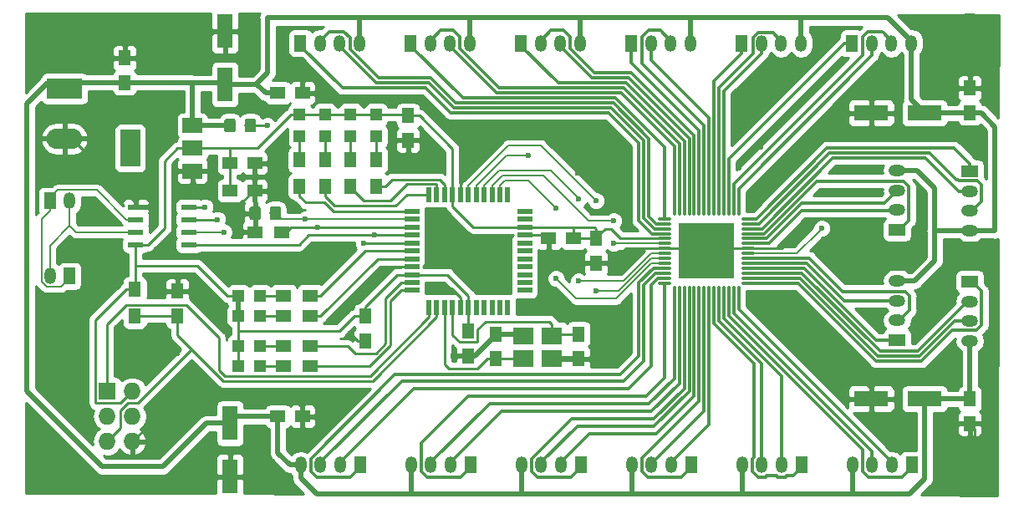
<source format=gtl>
G04 #@! TF.GenerationSoftware,KiCad,Pcbnew,(5.0.0)*
G04 #@! TF.CreationDate,2019-08-07T23:03:13+02:00*
G04 #@! TF.ProjectId,minireklame,6D696E6972656B6C616D652E6B696361,rev?*
G04 #@! TF.SameCoordinates,Original*
G04 #@! TF.FileFunction,Copper,L1,Top,Signal*
G04 #@! TF.FilePolarity,Positive*
%FSLAX46Y46*%
G04 Gerber Fmt 4.6, Leading zero omitted, Abs format (unit mm)*
G04 Created by KiCad (PCBNEW (5.0.0)) date 08/07/19 23:03:13*
%MOMM*%
%LPD*%
G01*
G04 APERTURE LIST*
G04 #@! TA.AperFunction,ComponentPad*
%ADD10R,1.727200X1.727200*%
G04 #@! TD*
G04 #@! TA.AperFunction,ComponentPad*
%ADD11O,1.727200X1.727200*%
G04 #@! TD*
G04 #@! TA.AperFunction,ComponentPad*
%ADD12R,3.600000X2.080000*%
G04 #@! TD*
G04 #@! TA.AperFunction,ComponentPad*
%ADD13O,3.600000X2.080000*%
G04 #@! TD*
G04 #@! TA.AperFunction,Conductor*
%ADD14C,0.100000*%
G04 #@! TD*
G04 #@! TA.AperFunction,SMDPad,CuDef*
%ADD15C,1.150000*%
G04 #@! TD*
G04 #@! TA.AperFunction,ComponentPad*
%ADD16R,1.200000X1.700000*%
G04 #@! TD*
G04 #@! TA.AperFunction,ComponentPad*
%ADD17O,1.200000X1.700000*%
G04 #@! TD*
G04 #@! TA.AperFunction,ComponentPad*
%ADD18R,1.700000X1.200000*%
G04 #@! TD*
G04 #@! TA.AperFunction,ComponentPad*
%ADD19O,1.700000X1.200000*%
G04 #@! TD*
G04 #@! TA.AperFunction,SMDPad,CuDef*
%ADD20O,1.500000X0.300000*%
G04 #@! TD*
G04 #@! TA.AperFunction,SMDPad,CuDef*
%ADD21O,0.300000X1.500000*%
G04 #@! TD*
G04 #@! TA.AperFunction,SMDPad,CuDef*
%ADD22R,5.600000X5.600000*%
G04 #@! TD*
G04 #@! TA.AperFunction,SMDPad,CuDef*
%ADD23R,1.300000X1.500000*%
G04 #@! TD*
G04 #@! TA.AperFunction,SMDPad,CuDef*
%ADD24R,1.200000X1.200000*%
G04 #@! TD*
G04 #@! TA.AperFunction,SMDPad,CuDef*
%ADD25R,1.550000X0.600000*%
G04 #@! TD*
G04 #@! TA.AperFunction,SMDPad,CuDef*
%ADD26R,2.000000X3.800000*%
G04 #@! TD*
G04 #@! TA.AperFunction,SMDPad,CuDef*
%ADD27R,2.000000X1.500000*%
G04 #@! TD*
G04 #@! TA.AperFunction,SMDPad,CuDef*
%ADD28R,1.500000X1.300000*%
G04 #@! TD*
G04 #@! TA.AperFunction,SMDPad,CuDef*
%ADD29R,2.100000X1.800000*%
G04 #@! TD*
G04 #@! TA.AperFunction,SMDPad,CuDef*
%ADD30R,1.600000X3.500000*%
G04 #@! TD*
G04 #@! TA.AperFunction,SMDPad,CuDef*
%ADD31R,3.500000X1.600000*%
G04 #@! TD*
G04 #@! TA.AperFunction,SMDPad,CuDef*
%ADD32R,1.500000X1.250000*%
G04 #@! TD*
G04 #@! TA.AperFunction,SMDPad,CuDef*
%ADD33R,1.250000X1.500000*%
G04 #@! TD*
G04 #@! TA.AperFunction,SMDPad,CuDef*
%ADD34R,1.500000X0.550000*%
G04 #@! TD*
G04 #@! TA.AperFunction,SMDPad,CuDef*
%ADD35R,0.550000X1.500000*%
G04 #@! TD*
G04 #@! TA.AperFunction,ViaPad*
%ADD36C,0.600000*%
G04 #@! TD*
G04 #@! TA.AperFunction,ViaPad*
%ADD37C,5.500000*%
G04 #@! TD*
G04 #@! TA.AperFunction,Conductor*
%ADD38C,0.254000*%
G04 #@! TD*
G04 #@! TA.AperFunction,Conductor*
%ADD39C,0.508000*%
G04 #@! TD*
G04 #@! TA.AperFunction,Conductor*
%ADD40C,0.152400*%
G04 #@! TD*
G04 #@! TA.AperFunction,Conductor*
%ADD41C,0.300000*%
G04 #@! TD*
G04 APERTURE END LIST*
D10*
G04 #@! TO.P,P18,1*
G04 #@! TO.N,Net-(IC1-Pad34)*
X78999000Y-88984000D03*
D11*
G04 #@! TO.P,P18,2*
G04 #@! TO.N,+3V3*
X81539000Y-88984000D03*
G04 #@! TO.P,P18,3*
G04 #@! TO.N,Net-(P18-Pad3)*
X78999000Y-91524000D03*
G04 #@! TO.P,P18,4*
G04 #@! TO.N,Net-(P18-Pad4)*
X81539000Y-91524000D03*
G04 #@! TO.P,P18,5*
G04 #@! TO.N,Net-(C7-Pad1)*
X78999000Y-94064000D03*
G04 #@! TO.P,P18,6*
G04 #@! TO.N,GND*
X81539000Y-94064000D03*
G04 #@! TD*
D12*
G04 #@! TO.P,P17,1*
G04 #@! TO.N,Net-(P17-Pad1)*
X74681000Y-58306000D03*
D13*
G04 #@! TO.P,P17,2*
G04 #@! TO.N,GND*
X74681000Y-63386000D03*
G04 #@! TD*
D14*
G04 #@! TO.N,GND*
G04 #@! TO.C,R12*
G36*
X94334505Y-70251204D02*
X94358773Y-70254804D01*
X94382572Y-70260765D01*
X94405671Y-70269030D01*
X94427850Y-70279520D01*
X94448893Y-70292132D01*
X94468599Y-70306747D01*
X94486777Y-70323223D01*
X94503253Y-70341401D01*
X94517868Y-70361107D01*
X94530480Y-70382150D01*
X94540970Y-70404329D01*
X94549235Y-70427428D01*
X94555196Y-70451227D01*
X94558796Y-70475495D01*
X94560000Y-70499999D01*
X94560000Y-71400001D01*
X94558796Y-71424505D01*
X94555196Y-71448773D01*
X94549235Y-71472572D01*
X94540970Y-71495671D01*
X94530480Y-71517850D01*
X94517868Y-71538893D01*
X94503253Y-71558599D01*
X94486777Y-71576777D01*
X94468599Y-71593253D01*
X94448893Y-71607868D01*
X94427850Y-71620480D01*
X94405671Y-71630970D01*
X94382572Y-71639235D01*
X94358773Y-71645196D01*
X94334505Y-71648796D01*
X94310001Y-71650000D01*
X93659999Y-71650000D01*
X93635495Y-71648796D01*
X93611227Y-71645196D01*
X93587428Y-71639235D01*
X93564329Y-71630970D01*
X93542150Y-71620480D01*
X93521107Y-71607868D01*
X93501401Y-71593253D01*
X93483223Y-71576777D01*
X93466747Y-71558599D01*
X93452132Y-71538893D01*
X93439520Y-71517850D01*
X93429030Y-71495671D01*
X93420765Y-71472572D01*
X93414804Y-71448773D01*
X93411204Y-71424505D01*
X93410000Y-71400001D01*
X93410000Y-70499999D01*
X93411204Y-70475495D01*
X93414804Y-70451227D01*
X93420765Y-70427428D01*
X93429030Y-70404329D01*
X93439520Y-70382150D01*
X93452132Y-70361107D01*
X93466747Y-70341401D01*
X93483223Y-70323223D01*
X93501401Y-70306747D01*
X93521107Y-70292132D01*
X93542150Y-70279520D01*
X93564329Y-70269030D01*
X93587428Y-70260765D01*
X93611227Y-70254804D01*
X93635495Y-70251204D01*
X93659999Y-70250000D01*
X94310001Y-70250000D01*
X94334505Y-70251204D01*
X94334505Y-70251204D01*
G37*
D15*
G04 #@! TD*
G04 #@! TO.P,R12,2*
G04 #@! TO.N,GND*
X93985000Y-70950000D03*
D14*
G04 #@! TO.N,Net-(IC1-Pad24)*
G04 #@! TO.C,R12*
G36*
X96384505Y-70251204D02*
X96408773Y-70254804D01*
X96432572Y-70260765D01*
X96455671Y-70269030D01*
X96477850Y-70279520D01*
X96498893Y-70292132D01*
X96518599Y-70306747D01*
X96536777Y-70323223D01*
X96553253Y-70341401D01*
X96567868Y-70361107D01*
X96580480Y-70382150D01*
X96590970Y-70404329D01*
X96599235Y-70427428D01*
X96605196Y-70451227D01*
X96608796Y-70475495D01*
X96610000Y-70499999D01*
X96610000Y-71400001D01*
X96608796Y-71424505D01*
X96605196Y-71448773D01*
X96599235Y-71472572D01*
X96590970Y-71495671D01*
X96580480Y-71517850D01*
X96567868Y-71538893D01*
X96553253Y-71558599D01*
X96536777Y-71576777D01*
X96518599Y-71593253D01*
X96498893Y-71607868D01*
X96477850Y-71620480D01*
X96455671Y-71630970D01*
X96432572Y-71639235D01*
X96408773Y-71645196D01*
X96384505Y-71648796D01*
X96360001Y-71650000D01*
X95709999Y-71650000D01*
X95685495Y-71648796D01*
X95661227Y-71645196D01*
X95637428Y-71639235D01*
X95614329Y-71630970D01*
X95592150Y-71620480D01*
X95571107Y-71607868D01*
X95551401Y-71593253D01*
X95533223Y-71576777D01*
X95516747Y-71558599D01*
X95502132Y-71538893D01*
X95489520Y-71517850D01*
X95479030Y-71495671D01*
X95470765Y-71472572D01*
X95464804Y-71448773D01*
X95461204Y-71424505D01*
X95460000Y-71400001D01*
X95460000Y-70499999D01*
X95461204Y-70475495D01*
X95464804Y-70451227D01*
X95470765Y-70427428D01*
X95479030Y-70404329D01*
X95489520Y-70382150D01*
X95502132Y-70361107D01*
X95516747Y-70341401D01*
X95533223Y-70323223D01*
X95551401Y-70306747D01*
X95571107Y-70292132D01*
X95592150Y-70279520D01*
X95614329Y-70269030D01*
X95637428Y-70260765D01*
X95661227Y-70254804D01*
X95685495Y-70251204D01*
X95709999Y-70250000D01*
X96360001Y-70250000D01*
X96384505Y-70251204D01*
X96384505Y-70251204D01*
G37*
D15*
G04 #@! TD*
G04 #@! TO.P,R12,1*
G04 #@! TO.N,Net-(IC1-Pad24)*
X96035000Y-70950000D03*
D14*
G04 #@! TO.N,+5V*
G04 #@! TO.C,R11*
G36*
X91794505Y-61361204D02*
X91818773Y-61364804D01*
X91842572Y-61370765D01*
X91865671Y-61379030D01*
X91887850Y-61389520D01*
X91908893Y-61402132D01*
X91928599Y-61416747D01*
X91946777Y-61433223D01*
X91963253Y-61451401D01*
X91977868Y-61471107D01*
X91990480Y-61492150D01*
X92000970Y-61514329D01*
X92009235Y-61537428D01*
X92015196Y-61561227D01*
X92018796Y-61585495D01*
X92020000Y-61609999D01*
X92020000Y-62510001D01*
X92018796Y-62534505D01*
X92015196Y-62558773D01*
X92009235Y-62582572D01*
X92000970Y-62605671D01*
X91990480Y-62627850D01*
X91977868Y-62648893D01*
X91963253Y-62668599D01*
X91946777Y-62686777D01*
X91928599Y-62703253D01*
X91908893Y-62717868D01*
X91887850Y-62730480D01*
X91865671Y-62740970D01*
X91842572Y-62749235D01*
X91818773Y-62755196D01*
X91794505Y-62758796D01*
X91770001Y-62760000D01*
X91119999Y-62760000D01*
X91095495Y-62758796D01*
X91071227Y-62755196D01*
X91047428Y-62749235D01*
X91024329Y-62740970D01*
X91002150Y-62730480D01*
X90981107Y-62717868D01*
X90961401Y-62703253D01*
X90943223Y-62686777D01*
X90926747Y-62668599D01*
X90912132Y-62648893D01*
X90899520Y-62627850D01*
X90889030Y-62605671D01*
X90880765Y-62582572D01*
X90874804Y-62558773D01*
X90871204Y-62534505D01*
X90870000Y-62510001D01*
X90870000Y-61609999D01*
X90871204Y-61585495D01*
X90874804Y-61561227D01*
X90880765Y-61537428D01*
X90889030Y-61514329D01*
X90899520Y-61492150D01*
X90912132Y-61471107D01*
X90926747Y-61451401D01*
X90943223Y-61433223D01*
X90961401Y-61416747D01*
X90981107Y-61402132D01*
X91002150Y-61389520D01*
X91024329Y-61379030D01*
X91047428Y-61370765D01*
X91071227Y-61364804D01*
X91095495Y-61361204D01*
X91119999Y-61360000D01*
X91770001Y-61360000D01*
X91794505Y-61361204D01*
X91794505Y-61361204D01*
G37*
D15*
G04 #@! TD*
G04 #@! TO.P,R11,1*
G04 #@! TO.N,+5V*
X91445000Y-62060000D03*
D14*
G04 #@! TO.N,Net-(IC1-Pad26)*
G04 #@! TO.C,R11*
G36*
X93844505Y-61361204D02*
X93868773Y-61364804D01*
X93892572Y-61370765D01*
X93915671Y-61379030D01*
X93937850Y-61389520D01*
X93958893Y-61402132D01*
X93978599Y-61416747D01*
X93996777Y-61433223D01*
X94013253Y-61451401D01*
X94027868Y-61471107D01*
X94040480Y-61492150D01*
X94050970Y-61514329D01*
X94059235Y-61537428D01*
X94065196Y-61561227D01*
X94068796Y-61585495D01*
X94070000Y-61609999D01*
X94070000Y-62510001D01*
X94068796Y-62534505D01*
X94065196Y-62558773D01*
X94059235Y-62582572D01*
X94050970Y-62605671D01*
X94040480Y-62627850D01*
X94027868Y-62648893D01*
X94013253Y-62668599D01*
X93996777Y-62686777D01*
X93978599Y-62703253D01*
X93958893Y-62717868D01*
X93937850Y-62730480D01*
X93915671Y-62740970D01*
X93892572Y-62749235D01*
X93868773Y-62755196D01*
X93844505Y-62758796D01*
X93820001Y-62760000D01*
X93169999Y-62760000D01*
X93145495Y-62758796D01*
X93121227Y-62755196D01*
X93097428Y-62749235D01*
X93074329Y-62740970D01*
X93052150Y-62730480D01*
X93031107Y-62717868D01*
X93011401Y-62703253D01*
X92993223Y-62686777D01*
X92976747Y-62668599D01*
X92962132Y-62648893D01*
X92949520Y-62627850D01*
X92939030Y-62605671D01*
X92930765Y-62582572D01*
X92924804Y-62558773D01*
X92921204Y-62534505D01*
X92920000Y-62510001D01*
X92920000Y-61609999D01*
X92921204Y-61585495D01*
X92924804Y-61561227D01*
X92930765Y-61537428D01*
X92939030Y-61514329D01*
X92949520Y-61492150D01*
X92962132Y-61471107D01*
X92976747Y-61451401D01*
X92993223Y-61433223D01*
X93011401Y-61416747D01*
X93031107Y-61402132D01*
X93052150Y-61389520D01*
X93074329Y-61379030D01*
X93097428Y-61370765D01*
X93121227Y-61364804D01*
X93145495Y-61361204D01*
X93169999Y-61360000D01*
X93820001Y-61360000D01*
X93844505Y-61361204D01*
X93844505Y-61361204D01*
G37*
D15*
G04 #@! TD*
G04 #@! TO.P,R11,2*
G04 #@! TO.N,Net-(IC1-Pad26)*
X93495000Y-62060000D03*
D16*
G04 #@! TO.P,P20,1*
G04 #@! TO.N,Net-(P19-Pad1)*
X75189000Y-77300000D03*
D17*
G04 #@! TO.P,P20,2*
G04 #@! TO.N,Net-(P19-Pad2)*
X73189000Y-77300000D03*
G04 #@! TD*
D16*
G04 #@! TO.P,P19,1*
G04 #@! TO.N,Net-(P19-Pad1)*
X73189000Y-69680000D03*
D17*
G04 #@! TO.P,P19,2*
G04 #@! TO.N,Net-(P19-Pad2)*
X75189000Y-69680000D03*
G04 #@! TD*
D16*
G04 #@! TO.P,P10,1*
G04 #@! TO.N,Net-(P10-Pad1)*
X154437000Y-53728800D03*
D17*
G04 #@! TO.P,P10,2*
G04 #@! TO.N,Net-(P10-Pad2)*
X156437000Y-53728800D03*
G04 #@! TO.P,P10,3*
G04 #@! TO.N,Net-(P10-Pad3)*
X158437000Y-53728800D03*
G04 #@! TO.P,P10,4*
G04 #@! TO.N,+5V*
X160437000Y-53728800D03*
G04 #@! TD*
D18*
G04 #@! TO.P,P7,1*
G04 #@! TO.N,Net-(P7-Pad1)*
X159009000Y-83808000D03*
D19*
G04 #@! TO.P,P7,2*
G04 #@! TO.N,Net-(P7-Pad2)*
X159009000Y-81808000D03*
G04 #@! TO.P,P7,3*
G04 #@! TO.N,Net-(P7-Pad3)*
X159009000Y-79808000D03*
G04 #@! TO.P,P7,4*
G04 #@! TO.N,+5V*
X159009000Y-77808000D03*
G04 #@! TD*
D18*
G04 #@! TO.P,P15,1*
G04 #@! TO.N,Net-(P15-Pad1)*
X166375000Y-66696000D03*
D19*
G04 #@! TO.P,P15,2*
G04 #@! TO.N,Net-(P15-Pad2)*
X166375000Y-68696000D03*
G04 #@! TO.P,P15,3*
G04 #@! TO.N,Net-(P15-Pad3)*
X166375000Y-70696000D03*
G04 #@! TO.P,P15,4*
G04 #@! TO.N,+5V*
X166375000Y-72696000D03*
G04 #@! TD*
D16*
G04 #@! TO.P,P4,1*
G04 #@! TO.N,Net-(P4-Pad1)*
X104599411Y-96451671D03*
D17*
G04 #@! TO.P,P4,2*
G04 #@! TO.N,Net-(P4-Pad2)*
X102599411Y-96451671D03*
G04 #@! TO.P,P4,3*
G04 #@! TO.N,Net-(P4-Pad3)*
X100599411Y-96451671D03*
G04 #@! TO.P,P4,4*
G04 #@! TO.N,+5V*
X98599411Y-96451671D03*
G04 #@! TD*
D16*
G04 #@! TO.P,P14,1*
G04 #@! TO.N,Net-(P14-Pad1)*
X143261000Y-53728800D03*
D17*
G04 #@! TO.P,P14,2*
G04 #@! TO.N,Net-(P14-Pad2)*
X145261000Y-53728800D03*
G04 #@! TO.P,P14,3*
G04 #@! TO.N,Net-(P14-Pad3)*
X147261000Y-53728800D03*
G04 #@! TO.P,P14,4*
G04 #@! TO.N,+5V*
X149261000Y-53728800D03*
G04 #@! TD*
D18*
G04 #@! TO.P,P3,1*
G04 #@! TO.N,Net-(P3-Pad1)*
X166375000Y-77872000D03*
D19*
G04 #@! TO.P,P3,2*
G04 #@! TO.N,Net-(P3-Pad2)*
X166375000Y-79872000D03*
G04 #@! TO.P,P3,3*
G04 #@! TO.N,Net-(P3-Pad3)*
X166375000Y-81872000D03*
G04 #@! TO.P,P3,4*
G04 #@! TO.N,+5V*
X166375000Y-83872000D03*
G04 #@! TD*
D16*
G04 #@! TO.P,P13,1*
G04 #@! TO.N,Net-(P13-Pad1)*
X132085000Y-53728800D03*
D17*
G04 #@! TO.P,P13,2*
G04 #@! TO.N,Net-(P13-Pad2)*
X134085000Y-53728800D03*
G04 #@! TO.P,P13,3*
G04 #@! TO.N,Net-(P13-Pad3)*
X136085000Y-53728800D03*
G04 #@! TO.P,P13,4*
G04 #@! TO.N,+5V*
X138085000Y-53728800D03*
G04 #@! TD*
D16*
G04 #@! TO.P,P2,1*
G04 #@! TO.N,Net-(P2-Pad1)*
X149303411Y-96451671D03*
D17*
G04 #@! TO.P,P2,2*
G04 #@! TO.N,Net-(P2-Pad2)*
X147303411Y-96451671D03*
G04 #@! TO.P,P2,3*
G04 #@! TO.N,Net-(P2-Pad3)*
X145303411Y-96451671D03*
G04 #@! TO.P,P2,4*
G04 #@! TO.N,+5V*
X143303411Y-96451671D03*
G04 #@! TD*
D16*
G04 #@! TO.P,P1,1*
G04 #@! TO.N,Net-(P1-Pad1)*
X138127411Y-96451671D03*
D17*
G04 #@! TO.P,P1,2*
G04 #@! TO.N,Net-(P1-Pad2)*
X136127411Y-96451671D03*
G04 #@! TO.P,P1,3*
G04 #@! TO.N,Net-(P1-Pad3)*
X134127411Y-96451671D03*
G04 #@! TO.P,P1,4*
G04 #@! TO.N,+5V*
X132127411Y-96451671D03*
G04 #@! TD*
D16*
G04 #@! TO.P,P0,1*
G04 #@! TO.N,Net-(P0-Pad1)*
X115775411Y-96451671D03*
D17*
G04 #@! TO.P,P0,2*
G04 #@! TO.N,Net-(P0-Pad2)*
X113775411Y-96451671D03*
G04 #@! TO.P,P0,3*
G04 #@! TO.N,Net-(P0-Pad3)*
X111775411Y-96451671D03*
G04 #@! TO.P,P0,4*
G04 #@! TO.N,+5V*
X109775411Y-96451671D03*
G04 #@! TD*
D20*
G04 #@! TO.P,U3,1*
G04 #@! TO.N,Net-(P3-Pad1)*
X143955000Y-78010000D03*
G04 #@! TO.P,U3,2*
G04 #@! TO.N,Net-(P3-Pad3)*
X143955000Y-77510000D03*
G04 #@! TO.P,U3,3*
G04 #@! TO.N,Net-(P3-Pad2)*
X143955000Y-77010000D03*
G04 #@! TO.P,U3,4*
G04 #@! TO.N,Net-(P7-Pad1)*
X143955000Y-76510000D03*
G04 #@! TO.P,U3,5*
G04 #@! TO.N,Net-(P7-Pad3)*
X143955000Y-76010000D03*
G04 #@! TO.P,U3,6*
G04 #@! TO.N,Net-(P7-Pad2)*
X143955000Y-75510000D03*
G04 #@! TO.P,U3,7*
G04 #@! TO.N,Net-(IC1-Pad16)*
X143955000Y-75010000D03*
G04 #@! TO.P,U3,8*
G04 #@! TO.N,GND*
X143955000Y-74510000D03*
G04 #@! TO.P,U3,9*
G04 #@! TO.N,Net-(P11-Pad2)*
X143955000Y-74010000D03*
G04 #@! TO.P,U3,10*
G04 #@! TO.N,Net-(P11-Pad3)*
X143955000Y-73510000D03*
G04 #@! TO.P,U3,11*
G04 #@! TO.N,Net-(P11-Pad1)*
X143955000Y-73010000D03*
G04 #@! TO.P,U3,12*
G04 #@! TO.N,Net-(P15-Pad2)*
X143955000Y-72510000D03*
G04 #@! TO.P,U3,13*
G04 #@! TO.N,Net-(P15-Pad3)*
X143955000Y-72010000D03*
G04 #@! TO.P,U3,14*
G04 #@! TO.N,Net-(P15-Pad1)*
X143955000Y-71510000D03*
D21*
G04 #@! TO.P,U3,15*
G04 #@! TO.N,Net-(P10-Pad2)*
X142955000Y-70510000D03*
G04 #@! TO.P,U3,16*
G04 #@! TO.N,Net-(P10-Pad3)*
X142455000Y-70510000D03*
G04 #@! TO.P,U3,17*
G04 #@! TO.N,Net-(P10-Pad1)*
X141955000Y-70510000D03*
G04 #@! TO.P,U3,18*
G04 #@! TO.N,Net-(P14-Pad2)*
X141455000Y-70510000D03*
G04 #@! TO.P,U3,19*
G04 #@! TO.N,Net-(P14-Pad3)*
X140955000Y-70510000D03*
G04 #@! TO.P,U3,20*
G04 #@! TO.N,Net-(P14-Pad1)*
X140455000Y-70510000D03*
G04 #@! TO.P,U3,21*
G04 #@! TO.N,Net-(P13-Pad2)*
X139955000Y-70510000D03*
G04 #@! TO.P,U3,22*
G04 #@! TO.N,Net-(P13-Pad3)*
X139455000Y-70510000D03*
G04 #@! TO.P,U3,23*
G04 #@! TO.N,Net-(P13-Pad1)*
X138955000Y-70510000D03*
G04 #@! TO.P,U3,24*
G04 #@! TO.N,Net-(P9-Pad2)*
X138455000Y-70510000D03*
G04 #@! TO.P,U3,25*
G04 #@! TO.N,Net-(P9-Pad3)*
X137955000Y-70510000D03*
G04 #@! TO.P,U3,26*
G04 #@! TO.N,Net-(P9-Pad1)*
X137455000Y-70510000D03*
G04 #@! TO.P,U3,27*
G04 #@! TO.N,Net-(P12-Pad2)*
X136955000Y-70510000D03*
G04 #@! TO.P,U3,28*
G04 #@! TO.N,Net-(P12-Pad3)*
X136455000Y-70510000D03*
D20*
G04 #@! TO.P,U3,29*
G04 #@! TO.N,Net-(P12-Pad1)*
X135455000Y-71510000D03*
G04 #@! TO.P,U3,30*
G04 #@! TO.N,Net-(P8-Pad2)*
X135455000Y-72010000D03*
G04 #@! TO.P,U3,31*
G04 #@! TO.N,Net-(P8-Pad3)*
X135455000Y-72510000D03*
G04 #@! TO.P,U3,32*
G04 #@! TO.N,Net-(P8-Pad1)*
X135455000Y-73010000D03*
G04 #@! TO.P,U3,33*
G04 #@! TO.N,+3V3*
X135455000Y-73510000D03*
G04 #@! TO.P,U3,34*
G04 #@! TO.N,Net-(IC1-Pad14)*
X135455000Y-74010000D03*
G04 #@! TO.P,U3,35*
G04 #@! TO.N,GND*
X135455000Y-74510000D03*
G04 #@! TO.P,U3,36*
G04 #@! TO.N,Net-(IC1-Pad15)*
X135455000Y-75010000D03*
G04 #@! TO.P,U3,37*
G04 #@! TO.N,Net-(IC1-Pad17)*
X135455000Y-75510000D03*
G04 #@! TO.P,U3,38*
G04 #@! TO.N,Net-(IC1-Pad13)*
X135455000Y-76010000D03*
G04 #@! TO.P,U3,39*
G04 #@! TO.N,Net-(P4-Pad1)*
X135455000Y-76510000D03*
G04 #@! TO.P,U3,40*
G04 #@! TO.N,Net-(P4-Pad3)*
X135455000Y-77010000D03*
G04 #@! TO.P,U3,41*
G04 #@! TO.N,Net-(P4-Pad2)*
X135455000Y-77510000D03*
G04 #@! TO.P,U3,42*
G04 #@! TO.N,Net-(P0-Pad1)*
X135455000Y-78010000D03*
D21*
G04 #@! TO.P,U3,43*
G04 #@! TO.N,Net-(P0-Pad3)*
X136455000Y-79010000D03*
G04 #@! TO.P,U3,44*
G04 #@! TO.N,Net-(P0-Pad2)*
X136955000Y-79010000D03*
G04 #@! TO.P,U3,45*
G04 #@! TO.N,Net-(P5-Pad1)*
X137455000Y-79010000D03*
G04 #@! TO.P,U3,46*
G04 #@! TO.N,Net-(P5-Pad3)*
X137955000Y-79010000D03*
G04 #@! TO.P,U3,47*
G04 #@! TO.N,Net-(P5-Pad2)*
X138455000Y-79010000D03*
G04 #@! TO.P,U3,48*
G04 #@! TO.N,Net-(P1-Pad1)*
X138955000Y-79010000D03*
G04 #@! TO.P,U3,49*
G04 #@! TO.N,Net-(P1-Pad3)*
X139455000Y-79010000D03*
G04 #@! TO.P,U3,50*
G04 #@! TO.N,Net-(P1-Pad2)*
X139955000Y-79010000D03*
G04 #@! TO.P,U3,51*
G04 #@! TO.N,Net-(P2-Pad1)*
X140455000Y-79010000D03*
G04 #@! TO.P,U3,52*
G04 #@! TO.N,Net-(P2-Pad3)*
X140955000Y-79010000D03*
G04 #@! TO.P,U3,53*
G04 #@! TO.N,Net-(P2-Pad2)*
X141455000Y-79010000D03*
G04 #@! TO.P,U3,54*
G04 #@! TO.N,Net-(P6-Pad1)*
X141955000Y-79010000D03*
G04 #@! TO.P,U3,55*
G04 #@! TO.N,Net-(P6-Pad3)*
X142455000Y-79010000D03*
G04 #@! TO.P,U3,56*
G04 #@! TO.N,Net-(P6-Pad2)*
X142955000Y-79010000D03*
D22*
G04 #@! TO.P,U3,35*
G04 #@! TO.N,GND*
X139705000Y-74760000D03*
G04 #@! TD*
D23*
G04 #@! TO.P,R10,1*
G04 #@! TO.N,Net-(D8-Pad1)*
X98487000Y-65538000D03*
G04 #@! TO.P,R10,2*
G04 #@! TO.N,/LED8*
X98487000Y-68238000D03*
G04 #@! TD*
G04 #@! TO.P,R9,1*
G04 #@! TO.N,Net-(D7-Pad1)*
X101075000Y-65538000D03*
G04 #@! TO.P,R9,2*
G04 #@! TO.N,/LED7*
X101075000Y-68238000D03*
G04 #@! TD*
G04 #@! TO.P,R8,1*
G04 #@! TO.N,Net-(D6-Pad1)*
X103663000Y-65538000D03*
G04 #@! TO.P,R8,2*
G04 #@! TO.N,/LED6*
X103663000Y-68238000D03*
G04 #@! TD*
G04 #@! TO.P,R7,1*
G04 #@! TO.N,Net-(D5-Pad1)*
X106251000Y-65538000D03*
G04 #@! TO.P,R7,2*
G04 #@! TO.N,/LED5*
X106251000Y-68238000D03*
G04 #@! TD*
D24*
G04 #@! TO.P,D8,2*
G04 #@! TO.N,+3V3*
X98487000Y-60946000D03*
G04 #@! TO.P,D8,1*
G04 #@! TO.N,Net-(D8-Pad1)*
X98487000Y-63146000D03*
G04 #@! TD*
G04 #@! TO.P,D7,2*
G04 #@! TO.N,+3V3*
X101075000Y-60946000D03*
G04 #@! TO.P,D7,1*
G04 #@! TO.N,Net-(D7-Pad1)*
X101075000Y-63146000D03*
G04 #@! TD*
G04 #@! TO.P,D6,2*
G04 #@! TO.N,+3V3*
X103663000Y-60946000D03*
G04 #@! TO.P,D6,1*
G04 #@! TO.N,Net-(D6-Pad1)*
X103663000Y-63146000D03*
G04 #@! TD*
G04 #@! TO.P,D5,2*
G04 #@! TO.N,+3V3*
X106251000Y-60946000D03*
G04 #@! TO.P,D5,1*
G04 #@! TO.N,Net-(D5-Pad1)*
X106251000Y-63146000D03*
G04 #@! TD*
D25*
G04 #@! TO.P,U2,1*
G04 #@! TO.N,Net-(IC1-Pad26)*
X87287000Y-74125000D03*
G04 #@! TO.P,U2,2*
G04 #@! TO.N,Net-(IC1-Pad24)*
X87287000Y-72855000D03*
G04 #@! TO.P,U2,3*
G04 #@! TO.N,Net-(IC1-Pad25)*
X87287000Y-71585000D03*
G04 #@! TO.P,U2,4*
G04 #@! TO.N,Net-(IC1-Pad27)*
X87287000Y-70315000D03*
G04 #@! TO.P,U2,5*
G04 #@! TO.N,GND*
X81887000Y-70315000D03*
G04 #@! TO.P,U2,6*
G04 #@! TO.N,Net-(P19-Pad1)*
X81887000Y-71585000D03*
G04 #@! TO.P,U2,7*
G04 #@! TO.N,Net-(P19-Pad2)*
X81887000Y-72855000D03*
G04 #@! TO.P,U2,8*
G04 #@! TO.N,+3V3*
X81887000Y-74125000D03*
G04 #@! TD*
D26*
G04 #@! TO.P,U1,4*
G04 #@! TO.N,N/C*
X81335000Y-64360000D03*
D27*
G04 #@! TO.P,U1,2*
G04 #@! TO.N,+3V3*
X87635000Y-64360000D03*
G04 #@! TO.P,U1,3*
G04 #@! TO.N,+5V*
X87635000Y-62060000D03*
G04 #@! TO.P,U1,1*
G04 #@! TO.N,GND*
X87635000Y-66660000D03*
G04 #@! TD*
D28*
G04 #@! TO.P,R6,1*
G04 #@! TO.N,Net-(D4-Pad1)*
X96873000Y-86444000D03*
G04 #@! TO.P,R6,2*
G04 #@! TO.N,/LED4*
X99573000Y-86444000D03*
G04 #@! TD*
G04 #@! TO.P,R5,1*
G04 #@! TO.N,Net-(D3-Pad1)*
X96873000Y-84412000D03*
G04 #@! TO.P,R5,2*
G04 #@! TO.N,/LED3*
X99573000Y-84412000D03*
G04 #@! TD*
G04 #@! TO.P,R4,1*
G04 #@! TO.N,Net-(D2-Pad1)*
X96873000Y-81364000D03*
G04 #@! TO.P,R4,2*
G04 #@! TO.N,/LED2*
X99573000Y-81364000D03*
G04 #@! TD*
G04 #@! TO.P,R3,1*
G04 #@! TO.N,Net-(D1-Pad1)*
X96873000Y-79332000D03*
G04 #@! TO.P,R3,2*
G04 #@! TO.N,/LED1*
X99573000Y-79332000D03*
G04 #@! TD*
D23*
G04 #@! TO.P,R2,1*
G04 #@! TO.N,+3V3*
X81793000Y-78664000D03*
G04 #@! TO.P,R2,2*
G04 #@! TO.N,Net-(C7-Pad1)*
X81793000Y-81364000D03*
G04 #@! TD*
D28*
G04 #@! TO.P,R1,1*
G04 #@! TO.N,Net-(IC1-Pad25)*
X96685000Y-72855000D03*
G04 #@! TO.P,R1,2*
G04 #@! TO.N,GND*
X93985000Y-72855000D03*
G04 #@! TD*
D29*
G04 #@! TO.P,Q1,1*
G04 #@! TO.N,Net-(C8-Pad1)*
X121163000Y-85682000D03*
G04 #@! TO.P,Q1,2*
G04 #@! TO.N,GND*
X124063000Y-85682000D03*
G04 #@! TO.P,Q1,3*
G04 #@! TO.N,Net-(C9-Pad1)*
X124063000Y-83382000D03*
G04 #@! TO.P,Q1,4*
G04 #@! TO.N,GND*
X121163000Y-83382000D03*
G04 #@! TD*
D24*
G04 #@! TO.P,D4,2*
G04 #@! TO.N,+3V3*
X92293000Y-86444000D03*
G04 #@! TO.P,D4,1*
G04 #@! TO.N,Net-(D4-Pad1)*
X94493000Y-86444000D03*
G04 #@! TD*
G04 #@! TO.P,D3,2*
G04 #@! TO.N,+3V3*
X92293000Y-84412000D03*
G04 #@! TO.P,D3,1*
G04 #@! TO.N,Net-(D3-Pad1)*
X94493000Y-84412000D03*
G04 #@! TD*
G04 #@! TO.P,D2,2*
G04 #@! TO.N,+3V3*
X92293000Y-81322443D03*
G04 #@! TO.P,D2,1*
G04 #@! TO.N,Net-(D2-Pad1)*
X94493000Y-81322443D03*
G04 #@! TD*
G04 #@! TO.P,D1,2*
G04 #@! TO.N,+3V3*
X92293000Y-79332000D03*
G04 #@! TO.P,D1,1*
G04 #@! TO.N,Net-(D1-Pad1)*
X94493000Y-79332000D03*
G04 #@! TD*
D30*
G04 #@! TO.P,C19,1*
G04 #@! TO.N,+5V*
X91445000Y-92220000D03*
G04 #@! TO.P,C19,2*
G04 #@! TO.N,GND*
X91445000Y-97620000D03*
G04 #@! TD*
D31*
G04 #@! TO.P,C18,1*
G04 #@! TO.N,+5V*
X161803000Y-89746000D03*
G04 #@! TO.P,C18,2*
G04 #@! TO.N,GND*
X156403000Y-89746000D03*
G04 #@! TD*
G04 #@! TO.P,C17,1*
G04 #@! TO.N,+5V*
X161803000Y-60790000D03*
G04 #@! TO.P,C17,2*
G04 #@! TO.N,GND*
X156403000Y-60790000D03*
G04 #@! TD*
D32*
G04 #@! TO.P,C15,1*
G04 #@! TO.N,+5V*
X96291000Y-91524000D03*
G04 #@! TO.P,C15,2*
G04 #@! TO.N,GND*
X98791000Y-91524000D03*
G04 #@! TD*
D33*
G04 #@! TO.P,C14,1*
G04 #@! TO.N,+5V*
X166375000Y-89766000D03*
G04 #@! TO.P,C14,2*
G04 #@! TO.N,GND*
X166375000Y-92266000D03*
G04 #@! TD*
G04 #@! TO.P,C13,1*
G04 #@! TO.N,+5V*
X166375000Y-60770000D03*
G04 #@! TO.P,C13,2*
G04 #@! TO.N,GND*
X166375000Y-58270000D03*
G04 #@! TD*
D32*
G04 #@! TO.P,C12,1*
G04 #@! TO.N,+5V*
X96291000Y-58758000D03*
G04 #@! TO.P,C12,2*
G04 #@! TO.N,GND*
X98791000Y-58758000D03*
G04 #@! TD*
G04 #@! TO.P,C11,1*
G04 #@! TO.N,+3V3*
X91465000Y-65870000D03*
G04 #@! TO.P,C11,2*
G04 #@! TO.N,GND*
X93965000Y-65870000D03*
G04 #@! TD*
D33*
G04 #@! TO.P,C10,1*
G04 #@! TO.N,+5V*
X80777000Y-57722000D03*
G04 #@! TO.P,C10,2*
G04 #@! TO.N,GND*
X80777000Y-55222000D03*
G04 #@! TD*
G04 #@! TO.P,C9,1*
G04 #@! TO.N,Net-(C9-Pad1)*
X126751000Y-83182000D03*
G04 #@! TO.P,C9,2*
G04 #@! TO.N,GND*
X126751000Y-85682000D03*
G04 #@! TD*
G04 #@! TO.P,C8,1*
G04 #@! TO.N,Net-(C8-Pad1)*
X118369000Y-85682000D03*
G04 #@! TO.P,C8,2*
G04 #@! TO.N,GND*
X118369000Y-83182000D03*
G04 #@! TD*
G04 #@! TO.P,C7,1*
G04 #@! TO.N,Net-(C7-Pad1)*
X86111000Y-81344000D03*
G04 #@! TO.P,C7,2*
G04 #@! TO.N,GND*
X86111000Y-78844000D03*
G04 #@! TD*
D32*
G04 #@! TO.P,C6,1*
G04 #@! TO.N,+3V3*
X126223000Y-73490000D03*
G04 #@! TO.P,C6,2*
G04 #@! TO.N,GND*
X123723000Y-73490000D03*
G04 #@! TD*
D33*
G04 #@! TO.P,C5,1*
G04 #@! TO.N,+3V3*
X109479000Y-61064000D03*
G04 #@! TO.P,C5,2*
G04 #@! TO.N,GND*
X109479000Y-63564000D03*
G04 #@! TD*
G04 #@! TO.P,C4,1*
G04 #@! TO.N,+3V3*
X115575000Y-82908000D03*
G04 #@! TO.P,C4,2*
G04 #@! TO.N,GND*
X115575000Y-85408000D03*
G04 #@! TD*
G04 #@! TO.P,C3,1*
G04 #@! TO.N,+3V3*
X128529000Y-73510000D03*
G04 #@! TO.P,C3,2*
G04 #@! TO.N,GND*
X128529000Y-76010000D03*
G04 #@! TD*
G04 #@! TO.P,C2,1*
G04 #@! TO.N,+3V3*
X105161000Y-81384000D03*
G04 #@! TO.P,C2,2*
G04 #@! TO.N,GND*
X105161000Y-83884000D03*
G04 #@! TD*
D32*
G04 #@! TO.P,C1,1*
G04 #@! TO.N,+3V3*
X91445000Y-68664000D03*
G04 #@! TO.P,C1,2*
G04 #@! TO.N,GND*
X93945000Y-68664000D03*
G04 #@! TD*
D16*
G04 #@! TO.P,P8,1*
G04 #@! TO.N,Net-(P8-Pad1)*
X98557000Y-53728800D03*
D17*
G04 #@! TO.P,P8,2*
G04 #@! TO.N,Net-(P8-Pad2)*
X100557000Y-53728800D03*
G04 #@! TO.P,P8,3*
G04 #@! TO.N,Net-(P8-Pad3)*
X102557000Y-53728800D03*
G04 #@! TO.P,P8,4*
G04 #@! TO.N,+5V*
X104557000Y-53728800D03*
G04 #@! TD*
D16*
G04 #@! TO.P,P12,1*
G04 #@! TO.N,Net-(P12-Pad1)*
X109733000Y-53728800D03*
D17*
G04 #@! TO.P,P12,2*
G04 #@! TO.N,Net-(P12-Pad2)*
X111733000Y-53728800D03*
G04 #@! TO.P,P12,3*
G04 #@! TO.N,Net-(P12-Pad3)*
X113733000Y-53728800D03*
G04 #@! TO.P,P12,4*
G04 #@! TO.N,+5V*
X115733000Y-53728800D03*
G04 #@! TD*
D16*
G04 #@! TO.P,P9,1*
G04 #@! TO.N,Net-(P9-Pad1)*
X120909000Y-53728800D03*
D17*
G04 #@! TO.P,P9,2*
G04 #@! TO.N,Net-(P9-Pad2)*
X122909000Y-53728800D03*
G04 #@! TO.P,P9,3*
G04 #@! TO.N,Net-(P9-Pad3)*
X124909000Y-53728800D03*
G04 #@! TO.P,P9,4*
G04 #@! TO.N,+5V*
X126909000Y-53728800D03*
G04 #@! TD*
D18*
G04 #@! TO.P,P11,1*
G04 #@! TO.N,Net-(P11-Pad1)*
X159009000Y-72632000D03*
D19*
G04 #@! TO.P,P11,2*
G04 #@! TO.N,Net-(P11-Pad2)*
X159009000Y-70632000D03*
G04 #@! TO.P,P11,3*
G04 #@! TO.N,Net-(P11-Pad3)*
X159009000Y-68632000D03*
G04 #@! TO.P,P11,4*
G04 #@! TO.N,+5V*
X159009000Y-66632000D03*
G04 #@! TD*
D16*
G04 #@! TO.P,P6,1*
G04 #@! TO.N,Net-(P6-Pad1)*
X160479411Y-96451671D03*
D17*
G04 #@! TO.P,P6,2*
G04 #@! TO.N,Net-(P6-Pad2)*
X158479411Y-96451671D03*
G04 #@! TO.P,P6,3*
G04 #@! TO.N,Net-(P6-Pad3)*
X156479411Y-96451671D03*
G04 #@! TO.P,P6,4*
G04 #@! TO.N,+5V*
X154479411Y-96451671D03*
G04 #@! TD*
D16*
G04 #@! TO.P,P5,1*
G04 #@! TO.N,Net-(P5-Pad1)*
X126951411Y-96451671D03*
D17*
G04 #@! TO.P,P5,2*
G04 #@! TO.N,Net-(P5-Pad2)*
X124951411Y-96451671D03*
G04 #@! TO.P,P5,3*
G04 #@! TO.N,Net-(P5-Pad3)*
X122951411Y-96451671D03*
G04 #@! TO.P,P5,4*
G04 #@! TO.N,+5V*
X120951411Y-96451671D03*
G04 #@! TD*
D30*
G04 #@! TO.P,C16,1*
G04 #@! TO.N,+5V*
X90937000Y-57902000D03*
G04 #@! TO.P,C16,2*
G04 #@! TO.N,GND*
X90937000Y-52502000D03*
G04 #@! TD*
D34*
G04 #@! TO.P,IC1,1*
G04 #@! TO.N,Net-(IC1-Pad1)*
X121275000Y-78760000D03*
G04 #@! TO.P,IC1,2*
G04 #@! TO.N,Net-(IC1-Pad2)*
X121275000Y-77960000D03*
G04 #@! TO.P,IC1,3*
G04 #@! TO.N,Net-(IC1-Pad3)*
X121275000Y-77160000D03*
G04 #@! TO.P,IC1,4*
G04 #@! TO.N,Net-(IC1-Pad4)*
X121275000Y-76360000D03*
G04 #@! TO.P,IC1,5*
G04 #@! TO.N,Net-(IC1-Pad5)*
X121275000Y-75560000D03*
G04 #@! TO.P,IC1,6*
G04 #@! TO.N,Net-(IC1-Pad6)*
X121275000Y-74760000D03*
G04 #@! TO.P,IC1,7*
G04 #@! TO.N,Net-(IC1-Pad7)*
X121275000Y-73960000D03*
G04 #@! TO.P,IC1,8*
G04 #@! TO.N,GND*
X121275000Y-73160000D03*
G04 #@! TO.P,IC1,9*
G04 #@! TO.N,+3V3*
X121275000Y-72360000D03*
G04 #@! TO.P,IC1,10*
G04 #@! TO.N,Net-(IC1-Pad10)*
X121275000Y-71560000D03*
G04 #@! TO.P,IC1,11*
G04 #@! TO.N,Net-(IC1-Pad11)*
X121275000Y-70760000D03*
D35*
G04 #@! TO.P,IC1,12*
G04 #@! TO.N,Net-(IC1-Pad12)*
X119575000Y-69060000D03*
G04 #@! TO.P,IC1,13*
G04 #@! TO.N,Net-(IC1-Pad13)*
X118775000Y-69060000D03*
G04 #@! TO.P,IC1,14*
G04 #@! TO.N,Net-(IC1-Pad14)*
X117975000Y-69060000D03*
G04 #@! TO.P,IC1,15*
G04 #@! TO.N,Net-(IC1-Pad15)*
X117175000Y-69060000D03*
G04 #@! TO.P,IC1,16*
G04 #@! TO.N,Net-(IC1-Pad16)*
X116375000Y-69060000D03*
G04 #@! TO.P,IC1,17*
G04 #@! TO.N,Net-(IC1-Pad17)*
X115575000Y-69060000D03*
G04 #@! TO.P,IC1,18*
G04 #@! TO.N,GND*
X114775000Y-69060000D03*
G04 #@! TO.P,IC1,19*
G04 #@! TO.N,+3V3*
X113975000Y-69060000D03*
G04 #@! TO.P,IC1,20*
G04 #@! TO.N,/LED5*
X113175000Y-69060000D03*
G04 #@! TO.P,IC1,21*
G04 #@! TO.N,/LED6*
X112375000Y-69060000D03*
G04 #@! TO.P,IC1,22*
G04 #@! TO.N,/LED7*
X111575000Y-69060000D03*
D34*
G04 #@! TO.P,IC1,23*
G04 #@! TO.N,/LED8*
X109875000Y-70760000D03*
G04 #@! TO.P,IC1,24*
G04 #@! TO.N,Net-(IC1-Pad24)*
X109875000Y-71560000D03*
G04 #@! TO.P,IC1,25*
G04 #@! TO.N,Net-(IC1-Pad25)*
X109875000Y-72360000D03*
G04 #@! TO.P,IC1,26*
G04 #@! TO.N,Net-(IC1-Pad26)*
X109875000Y-73160000D03*
G04 #@! TO.P,IC1,27*
G04 #@! TO.N,Net-(IC1-Pad27)*
X109875000Y-73960000D03*
G04 #@! TO.P,IC1,28*
G04 #@! TO.N,/LED1*
X109875000Y-74760000D03*
G04 #@! TO.P,IC1,29*
G04 #@! TO.N,/LED2*
X109875000Y-75560000D03*
G04 #@! TO.P,IC1,30*
G04 #@! TO.N,GND*
X109875000Y-76360000D03*
G04 #@! TO.P,IC1,31*
G04 #@! TO.N,+3V3*
X109875000Y-77160000D03*
G04 #@! TO.P,IC1,32*
G04 #@! TO.N,/LED3*
X109875000Y-77960000D03*
G04 #@! TO.P,IC1,33*
G04 #@! TO.N,/LED4*
X109875000Y-78760000D03*
D35*
G04 #@! TO.P,IC1,34*
G04 #@! TO.N,Net-(IC1-Pad34)*
X111575000Y-80460000D03*
G04 #@! TO.P,IC1,35*
G04 #@! TO.N,Net-(C7-Pad1)*
X112375000Y-80460000D03*
G04 #@! TO.P,IC1,36*
G04 #@! TO.N,Net-(C8-Pad1)*
X113175000Y-80460000D03*
G04 #@! TO.P,IC1,37*
G04 #@! TO.N,Net-(C9-Pad1)*
X113975000Y-80460000D03*
G04 #@! TO.P,IC1,38*
G04 #@! TO.N,GND*
X114775000Y-80460000D03*
G04 #@! TO.P,IC1,39*
G04 #@! TO.N,+3V3*
X115575000Y-80460000D03*
G04 #@! TO.P,IC1,40*
G04 #@! TO.N,Net-(IC1-Pad40)*
X116375000Y-80460000D03*
G04 #@! TO.P,IC1,41*
G04 #@! TO.N,Net-(IC1-Pad41)*
X117175000Y-80460000D03*
G04 #@! TO.P,IC1,42*
G04 #@! TO.N,Net-(IC1-Pad42)*
X117975000Y-80460000D03*
G04 #@! TO.P,IC1,43*
G04 #@! TO.N,Net-(IC1-Pad43)*
X118775000Y-80460000D03*
G04 #@! TO.P,IC1,44*
G04 #@! TO.N,Net-(IC1-Pad44)*
X119575000Y-80460000D03*
G04 #@! TD*
D36*
G04 #@! TO.N,GND*
X141991000Y-73490000D03*
X140975000Y-73490000D03*
X139705000Y-73490000D03*
X138562000Y-73490000D03*
X137419000Y-73490000D03*
X141991000Y-75776000D03*
X140975000Y-75776000D03*
X139705000Y-75776000D03*
X138562000Y-75776000D03*
X137419000Y-75776000D03*
X139705000Y-77046000D03*
X138562000Y-77046000D03*
X140848000Y-77046000D03*
X141991000Y-77046000D03*
X137419000Y-77046000D03*
X139705000Y-72474000D03*
X140975000Y-72474000D03*
X138562000Y-72474000D03*
X141991000Y-72474000D03*
X137419000Y-72474000D03*
D37*
X166375000Y-53424000D03*
X166375000Y-96604000D03*
X73411000Y-96604000D03*
X73411000Y-53424000D03*
D36*
X114051000Y-85428000D03*
X154437000Y-86698000D03*
X153167000Y-60790000D03*
X137419000Y-74510000D03*
X138562000Y-74510000D03*
X139705000Y-74510000D03*
X140975000Y-74510000D03*
X141991000Y-74510000D03*
X146055000Y-79840000D03*
X150754000Y-84031000D03*
X155453000Y-77046000D03*
X155199000Y-72347000D03*
X145293000Y-68410000D03*
X147960000Y-65997000D03*
X142880000Y-62441000D03*
X147579000Y-57742000D03*
X126624000Y-66886000D03*
X129291000Y-66886000D03*
X131450000Y-67013000D03*
X143007000Y-66378000D03*
X145166000Y-64219000D03*
X124973000Y-63711000D03*
X127640000Y-63838000D03*
X130307000Y-63711000D03*
X115575000Y-65235000D03*
X125100000Y-80221000D03*
X130561000Y-80729000D03*
X130942000Y-84793000D03*
X112146000Y-73617000D03*
X115956000Y-73744000D03*
X119258000Y-73871000D03*
X112019000Y-76157000D03*
X115702000Y-76157000D03*
X118877000Y-76411000D03*
X113035000Y-78570000D03*
X103637000Y-83142000D03*
X106431000Y-77300000D03*
X92334000Y-75268000D03*
X92080000Y-77427000D03*
X100081000Y-75014000D03*
X99954000Y-77554000D03*
X96652000Y-68791000D03*
X96398000Y-65235000D03*
X96144000Y-75141000D03*
X96398000Y-77300000D03*
X96144000Y-60663000D03*
X88377000Y-78844000D03*
X83952000Y-82380000D03*
X86111000Y-85174000D03*
X88270000Y-86825000D03*
X72268000Y-81491000D03*
X72649000Y-84412000D03*
X72776000Y-87714000D03*
X75062000Y-91651000D03*
X93985000Y-97493000D03*
X101478000Y-91143000D03*
X78491000Y-71204000D03*
X152913000Y-66505000D03*
X155580000Y-66632000D03*
X152024000Y-68664000D03*
X154818000Y-68664000D03*
X155326000Y-80729000D03*
X109479000Y-65636000D03*
G04 #@! TO.N,Net-(IC1-Pad13)*
X124465000Y-70442000D03*
X124465002Y-77554002D03*
G04 #@! TO.N,Net-(IC1-Pad14)*
X130306994Y-71712000D03*
X130306994Y-73998000D03*
G04 #@! TO.N,Net-(IC1-Pad15)*
X126751000Y-77807996D03*
X126764625Y-69485202D03*
G04 #@! TO.N,Net-(IC1-Pad16)*
X121671000Y-65108004D03*
X151389000Y-72473994D03*
G04 #@! TO.N,Net-(IC1-Pad17)*
X128529000Y-78824000D03*
X128529000Y-69680000D03*
G04 #@! TO.N,Net-(IC1-Pad24)*
X99065000Y-71560000D03*
X90810000Y-72855000D03*
G04 #@! TO.N,Net-(IC1-Pad25)*
X100335000Y-72360000D03*
X90175000Y-71585000D03*
G04 #@! TO.N,Net-(IC1-Pad26)*
X106050000Y-73160000D03*
X95255000Y-62060000D03*
G04 #@! TO.N,Net-(IC1-Pad27)*
X88905000Y-70315000D03*
X104945000Y-73960000D03*
G04 #@! TD*
D38*
G04 #@! TO.N,+3V3*
X113975000Y-69060000D02*
X113975000Y-64415000D01*
X113975000Y-64415000D02*
X110624000Y-61064000D01*
X110624000Y-61064000D02*
X109479000Y-61064000D01*
X106251000Y-60946000D02*
X109361000Y-60946000D01*
X109361000Y-60946000D02*
X109479000Y-61064000D01*
X135455000Y-73510000D02*
X131000962Y-73510000D01*
X131000962Y-73510000D02*
X129996962Y-72506000D01*
X129996962Y-72506000D02*
X129408000Y-72506000D01*
X129408000Y-72506000D02*
X128529000Y-73385000D01*
X128529000Y-73385000D02*
X128529000Y-73510000D01*
X121275000Y-72360000D02*
X126205001Y-72360000D01*
X126205001Y-72360000D02*
X126223000Y-72377999D01*
X113972999Y-70231601D02*
X115829000Y-72087602D01*
X121275000Y-72360000D02*
X116101398Y-72360000D01*
X116101398Y-72360000D02*
X115829000Y-72087602D01*
X126243000Y-72357999D02*
X126240999Y-72360000D01*
X113975000Y-69060000D02*
X113975000Y-70229600D01*
X113975000Y-70229600D02*
X113972999Y-70231601D01*
X128380999Y-72357999D02*
X126243000Y-72357999D01*
X126243000Y-72357999D02*
X126223000Y-72377999D01*
X126223000Y-72377999D02*
X126223000Y-73490000D01*
X126223000Y-73490000D02*
X128509000Y-73490000D01*
X128509000Y-73490000D02*
X128529000Y-73510000D01*
X111046601Y-77162001D02*
X113450603Y-77162001D01*
X115577001Y-81631601D02*
X115575000Y-81633602D01*
X115575000Y-81633602D02*
X115575000Y-82908000D01*
X113450603Y-77162001D02*
X115577001Y-79288399D01*
X115577001Y-79288399D02*
X115577001Y-81631601D01*
X108703399Y-77162001D02*
X111046601Y-77162001D01*
X106349000Y-61044000D02*
X106251000Y-60946000D01*
X103663000Y-60946000D02*
X106251000Y-60946000D01*
X101075000Y-60946000D02*
X103663000Y-60946000D01*
X98487000Y-60946000D02*
X101075000Y-60946000D01*
X128529000Y-73510000D02*
X128529000Y-72506000D01*
X128529000Y-72506000D02*
X128380999Y-72357999D01*
X81793000Y-78664000D02*
X80889000Y-78664000D01*
X80889000Y-78664000D02*
X77808399Y-81744601D01*
X77808399Y-81744601D02*
X77808399Y-90109201D01*
X77808399Y-90109201D02*
X77873799Y-90174601D01*
X77873799Y-90174601D02*
X80348399Y-90174601D01*
X80348399Y-90174601D02*
X80675401Y-89847599D01*
X80675401Y-89847599D02*
X81539000Y-88984000D01*
X105161000Y-81384000D02*
X105161000Y-80380000D01*
X105161000Y-80380000D02*
X108378999Y-77162001D01*
X108378999Y-77162001D02*
X108703399Y-77162001D01*
X108703399Y-77162001D02*
X109875000Y-77162001D01*
X92293000Y-82888000D02*
X92293000Y-84412000D01*
X92293000Y-81322443D02*
X92293000Y-82888000D01*
X92293000Y-82888000D02*
X102524000Y-82888000D01*
X104028000Y-81384000D02*
X105161000Y-81384000D01*
X102524000Y-82888000D02*
X104028000Y-81384000D01*
X92293000Y-86444000D02*
X92293000Y-84412000D01*
D39*
X92293000Y-79332000D02*
X92293000Y-81322443D01*
D38*
X81887000Y-76284000D02*
X81887000Y-78570000D01*
X81887000Y-74125000D02*
X81887000Y-76284000D01*
X81887000Y-76284000D02*
X88137000Y-76284000D01*
X88137000Y-76284000D02*
X91185000Y-79332000D01*
X91185000Y-79332000D02*
X92293000Y-79332000D01*
D39*
X81887000Y-78570000D02*
X81793000Y-78664000D01*
D38*
X84841000Y-65646000D02*
X84841000Y-68664000D01*
X84841000Y-68664000D02*
X84841000Y-72454000D01*
X84841000Y-72454000D02*
X83170000Y-74125000D01*
X83170000Y-74125000D02*
X81887000Y-74125000D01*
X87635000Y-64360000D02*
X86127000Y-64360000D01*
X86127000Y-64360000D02*
X84841000Y-65646000D01*
X91465000Y-68644000D02*
X91445000Y-68664000D01*
X91465000Y-65870000D02*
X91465000Y-68644000D01*
X88889000Y-64360000D02*
X87635000Y-64360000D01*
X97633000Y-60946000D02*
X94219000Y-64360000D01*
X98487000Y-60946000D02*
X97633000Y-60946000D01*
X91445000Y-64971000D02*
X91445000Y-64360000D01*
X91465000Y-64991000D02*
X91445000Y-64971000D01*
X91465000Y-65870000D02*
X91465000Y-64991000D01*
X94219000Y-64360000D02*
X91445000Y-64360000D01*
X91445000Y-64360000D02*
X88889000Y-64360000D01*
G04 #@! TO.N,GND*
X143955000Y-74510000D02*
X141991000Y-74510000D01*
X114775000Y-80460000D02*
X114775000Y-79456000D01*
X114775000Y-79456000D02*
X113889000Y-78570000D01*
X113600685Y-78570000D02*
X113035000Y-78570000D01*
X113889000Y-78570000D02*
X113600685Y-78570000D01*
X114775000Y-69060000D02*
X114775000Y-66670000D01*
X147321000Y-74510000D02*
X147833000Y-73998000D01*
X143955000Y-74510000D02*
X147321000Y-74510000D01*
X166375000Y-58270000D02*
X166375000Y-53170000D01*
X166883000Y-96858000D02*
X166883000Y-92774000D01*
X166883000Y-92774000D02*
X166375000Y-92266000D01*
X78999000Y-53170000D02*
X78745000Y-53170000D01*
X80777000Y-53170000D02*
X78999000Y-53170000D01*
X78999000Y-53170000D02*
X73411000Y-53170000D01*
X80777000Y-55222000D02*
X80777000Y-53170000D01*
X109875000Y-76360000D02*
X107371000Y-76360000D01*
X107371000Y-76360000D02*
X106431000Y-77300000D01*
X105161000Y-83884000D02*
X104379000Y-83884000D01*
X104379000Y-83884000D02*
X103637000Y-83142000D01*
X109479000Y-63584000D02*
X109479000Y-65636000D01*
X123723000Y-73490000D02*
X123723000Y-75248000D01*
X123723000Y-75248000D02*
X123703000Y-75268000D01*
X121275000Y-73160000D02*
X123393000Y-73160000D01*
X123393000Y-73160000D02*
X123723000Y-73490000D01*
X135455000Y-74510000D02*
X131573000Y-74510000D01*
X131573000Y-74510000D02*
X130561000Y-75522000D01*
X128529000Y-76010000D02*
X130073000Y-76010000D01*
X130073000Y-76010000D02*
X130561000Y-75522000D01*
X126751000Y-85682000D02*
X128021000Y-85682000D01*
X128021000Y-85682000D02*
X129037000Y-84666000D01*
X115575000Y-85408000D02*
X114071000Y-85408000D01*
X114071000Y-85408000D02*
X114051000Y-85428000D01*
X156403000Y-89746000D02*
X156403000Y-88692000D01*
X156403000Y-88692000D02*
X154437000Y-86726000D01*
X154437000Y-86726000D02*
X154437000Y-86698000D01*
X86111000Y-78844000D02*
X88377000Y-78844000D01*
X88377000Y-78844000D02*
X88397000Y-78824000D01*
X156403000Y-60790000D02*
X153167000Y-60790000D01*
X141552001Y-76306961D02*
X141552001Y-76099001D01*
D39*
X80777000Y-55222000D02*
X80777000Y-55097000D01*
X124063000Y-85682000D02*
X126751000Y-85682000D01*
X118369000Y-83182000D02*
X120963000Y-83182000D01*
X120963000Y-83182000D02*
X121163000Y-83382000D01*
X115575000Y-85408000D02*
X116268000Y-85408000D01*
X116268000Y-85408000D02*
X118369000Y-83307000D01*
X118369000Y-83307000D02*
X118369000Y-83182000D01*
D38*
X87635000Y-67664000D02*
X90286000Y-70315000D01*
X87635000Y-66660000D02*
X87635000Y-67664000D01*
X93820000Y-68664000D02*
X93945000Y-68664000D01*
X92169000Y-70315000D02*
X93820000Y-68664000D01*
X90286000Y-70315000D02*
X92169000Y-70315000D01*
X93945000Y-65890000D02*
X93965000Y-65870000D01*
X93945000Y-68664000D02*
X93945000Y-65890000D01*
X92804000Y-70950000D02*
X92169000Y-70315000D01*
X93985000Y-70950000D02*
X92804000Y-70950000D01*
X93985000Y-72855000D02*
X93985000Y-70950000D01*
X89215000Y-53170000D02*
X80777000Y-53170000D01*
X89883000Y-52502000D02*
X89215000Y-53170000D01*
X90937000Y-52502000D02*
X89883000Y-52502000D01*
X74427000Y-97620000D02*
X73411000Y-96604000D01*
X91445000Y-97620000D02*
X74427000Y-97620000D01*
X98791000Y-90645000D02*
X97511000Y-89365000D01*
X98791000Y-91524000D02*
X98791000Y-90645000D01*
X86238000Y-89365000D02*
X81539000Y-94064000D01*
X97511000Y-89365000D02*
X86238000Y-89365000D01*
X81887000Y-69832000D02*
X81887000Y-70315000D01*
X75441000Y-63386000D02*
X81887000Y-69832000D01*
X74681000Y-63386000D02*
X75441000Y-63386000D01*
X137419000Y-74510000D02*
X135455000Y-74510000D01*
X138562000Y-74510000D02*
X137419000Y-74510000D01*
X139705000Y-74510000D02*
X138562000Y-74510000D01*
X140975000Y-74510000D02*
X139705000Y-74510000D01*
X141991000Y-74510000D02*
X140975000Y-74510000D01*
X113035000Y-78570000D02*
X113035000Y-78570000D01*
X103637000Y-83142000D02*
X103637000Y-83142000D01*
X106431000Y-77300000D02*
X106431000Y-77300000D01*
X88377000Y-78844000D02*
X88377000Y-78844000D01*
X109479000Y-65636000D02*
X109479000Y-65636000D01*
G04 #@! TO.N,Net-(C7-Pad1)*
X86111000Y-83293398D02*
X87483602Y-84666000D01*
X87483602Y-84666000D02*
X90785602Y-87968000D01*
X78999000Y-94064000D02*
X80348399Y-92714601D01*
X80348399Y-92714601D02*
X80348399Y-90952511D01*
X82110489Y-90174601D02*
X87483602Y-84801488D01*
X80348399Y-90952511D02*
X81126309Y-90174601D01*
X81126309Y-90174601D02*
X82110489Y-90174601D01*
X87483602Y-84801488D02*
X87483602Y-84666000D01*
X90785602Y-87968000D02*
X105871000Y-87968000D01*
X105871000Y-87968000D02*
X112375000Y-81464000D01*
X112375000Y-81464000D02*
X112375000Y-80460000D01*
X86111000Y-81344000D02*
X86111000Y-83293398D01*
X86111000Y-81344000D02*
X81813000Y-81344000D01*
X81813000Y-81344000D02*
X81793000Y-81364000D01*
G04 #@! TO.N,Net-(C8-Pad1)*
X121163000Y-85682000D02*
X118369000Y-85682000D01*
X113175000Y-86286991D02*
X113573010Y-86685001D01*
X113573010Y-86685001D02*
X116486999Y-86685001D01*
X116486999Y-86685001D02*
X117490000Y-85682000D01*
X117490000Y-85682000D02*
X118369000Y-85682000D01*
X113175000Y-80460000D02*
X113175000Y-86286991D01*
G04 #@! TO.N,Net-(C9-Pad1)*
X124063000Y-83382000D02*
X124063000Y-82228000D01*
X124063000Y-82228000D02*
X123739999Y-81904999D01*
X116527001Y-82700397D02*
X116527001Y-83919601D01*
X116461601Y-83985001D02*
X114688399Y-83985001D01*
X123739999Y-81904999D02*
X117322399Y-81904999D01*
X113972999Y-83269601D02*
X113972999Y-80460000D01*
X117322399Y-81904999D02*
X116527001Y-82700397D01*
X116527001Y-83919601D02*
X116461601Y-83985001D01*
X114688399Y-83985001D02*
X113972999Y-83269601D01*
X126751000Y-83182000D02*
X124263000Y-83182000D01*
X124263000Y-83182000D02*
X124063000Y-83382000D01*
G04 #@! TO.N,+5V*
X90937000Y-62566000D02*
X90939000Y-62568000D01*
D39*
X74701000Y-57722000D02*
X80777000Y-57722000D01*
X84643000Y-96604000D02*
X78491000Y-96604000D01*
X78491000Y-96604000D02*
X70871000Y-88984000D01*
X70871000Y-59844000D02*
X72973000Y-57742000D01*
X72973000Y-57742000D02*
X74681000Y-57742000D01*
X74681000Y-57742000D02*
X74701000Y-57722000D01*
X166375000Y-83872000D02*
X166375000Y-89641000D01*
X166375000Y-89641000D02*
X166375000Y-89766000D01*
X161803000Y-89746000D02*
X161803000Y-97874000D01*
X161803000Y-97874000D02*
X160254999Y-99422001D01*
X160254999Y-99422001D02*
X154437000Y-99422001D01*
X154437000Y-99422001D02*
X143261000Y-99422001D01*
X154479411Y-96451671D02*
X154479411Y-99379590D01*
X154479411Y-99379590D02*
X154437000Y-99422001D01*
X143261000Y-99422001D02*
X132085000Y-99422001D01*
X143303411Y-96451671D02*
X143303411Y-99379590D01*
X143303411Y-99379590D02*
X143261000Y-99422001D01*
X132085000Y-99422001D02*
X120909000Y-99422001D01*
X132127411Y-96451671D02*
X132127411Y-99379590D01*
X132127411Y-99379590D02*
X132085000Y-99422001D01*
X120909000Y-99422001D02*
X109733000Y-99422001D01*
X120951411Y-96451671D02*
X120951411Y-99379590D01*
X120951411Y-99379590D02*
X120909000Y-99422001D01*
X109733000Y-99422001D02*
X100211741Y-99422001D01*
X109775411Y-99379590D02*
X109733000Y-99422001D01*
X109775411Y-96451671D02*
X109775411Y-99379590D01*
X98599411Y-96451671D02*
X97491411Y-96451671D01*
X97491411Y-96451671D02*
X96291000Y-95251260D01*
X96291000Y-95251260D02*
X96291000Y-92657000D01*
X96291000Y-92657000D02*
X96291000Y-91524000D01*
X96197000Y-91618000D02*
X96291000Y-91524000D01*
X98599411Y-97809671D02*
X98599411Y-96451671D01*
X100211741Y-99422001D02*
X98599411Y-97809671D01*
X162819000Y-68410000D02*
X162819000Y-72728000D01*
X166375000Y-72696000D02*
X162851000Y-72696000D01*
X162819000Y-72728000D02*
X162819000Y-75776000D01*
X162851000Y-72696000D02*
X162819000Y-72728000D01*
X159009000Y-66632000D02*
X161041000Y-66632000D01*
X161041000Y-66632000D02*
X162819000Y-68410000D01*
X162819000Y-75776000D02*
X160787000Y-77808000D01*
X160787000Y-77808000D02*
X159009000Y-77808000D01*
X168915000Y-62177000D02*
X168915000Y-72728000D01*
X166375000Y-72696000D02*
X168883000Y-72696000D01*
X168883000Y-72696000D02*
X168915000Y-72728000D01*
X166375000Y-89766000D02*
X161823000Y-89766000D01*
X161823000Y-89766000D02*
X161803000Y-89746000D01*
X166375000Y-60770000D02*
X167508000Y-60770000D01*
X167508000Y-60770000D02*
X168915000Y-62177000D01*
X161803000Y-60790000D02*
X166355000Y-60790000D01*
X166355000Y-60790000D02*
X166375000Y-60770000D01*
X160437000Y-53728800D02*
X160437000Y-59424000D01*
X160437000Y-59424000D02*
X161803000Y-60790000D01*
X96291000Y-58758000D02*
X95033000Y-58758000D01*
X95033000Y-58758000D02*
X94177000Y-57902000D01*
X94177000Y-57902000D02*
X94079000Y-57902000D01*
X95255000Y-51138000D02*
X104653000Y-51138000D01*
X104557000Y-53728800D02*
X104557000Y-51234000D01*
X104653000Y-51138000D02*
X115829000Y-51138000D01*
X104557000Y-51234000D02*
X104653000Y-51138000D01*
X115829000Y-51138000D02*
X127005000Y-51138000D01*
X127005000Y-51138000D02*
X138181000Y-51138000D01*
X126909000Y-53728800D02*
X126909000Y-51234000D01*
X126909000Y-51234000D02*
X127005000Y-51138000D01*
X115733000Y-53728800D02*
X115733000Y-51234000D01*
X115733000Y-51234000D02*
X115829000Y-51138000D01*
X138181000Y-51138000D02*
X149357000Y-51138000D01*
X138085000Y-53728800D02*
X138085000Y-51234000D01*
X138085000Y-51234000D02*
X138181000Y-51138000D01*
X149261000Y-53728800D02*
X149261000Y-51234000D01*
X149357000Y-51138000D02*
X158096200Y-51138000D01*
X149261000Y-51234000D02*
X149357000Y-51138000D01*
X158096200Y-51138000D02*
X160437000Y-53478800D01*
X160437000Y-53478800D02*
X160437000Y-53728800D01*
X95255000Y-56726000D02*
X95255000Y-51138000D01*
X94079000Y-57902000D02*
X95255000Y-56726000D01*
X90937000Y-57902000D02*
X94079000Y-57902000D01*
X87635000Y-57742000D02*
X90777000Y-57742000D01*
X90777000Y-57742000D02*
X90937000Y-57902000D01*
X87635000Y-57742000D02*
X87615000Y-57722000D01*
X87615000Y-57722000D02*
X80777000Y-57722000D01*
X87635000Y-62060000D02*
X87635000Y-57742000D01*
X70871000Y-88984000D02*
X70871000Y-59844000D01*
X87635000Y-62060000D02*
X91445000Y-62060000D01*
X89027000Y-92220000D02*
X91445000Y-92220000D01*
X84643000Y-96604000D02*
X89027000Y-92220000D01*
X92141000Y-91524000D02*
X91445000Y-92220000D01*
X96291000Y-91524000D02*
X92141000Y-91524000D01*
D38*
G04 #@! TO.N,Net-(D1-Pad1)*
X94493000Y-79332000D02*
X96873000Y-79332000D01*
G04 #@! TO.N,Net-(D2-Pad1)*
X94493000Y-81322443D02*
X96831443Y-81322443D01*
X96831443Y-81322443D02*
X96873000Y-81364000D01*
G04 #@! TO.N,Net-(D3-Pad1)*
X94493000Y-84412000D02*
X96873000Y-84412000D01*
G04 #@! TO.N,Net-(D4-Pad1)*
X96873000Y-86444000D02*
X94493000Y-86444000D01*
D40*
G04 #@! TO.N,Net-(IC1-Pad13)*
X124165001Y-70142001D02*
X124465000Y-70442000D01*
X121671000Y-67648000D02*
X124165001Y-70142001D01*
X119284600Y-67648000D02*
X121671000Y-67648000D01*
X118775000Y-68157600D02*
X119284600Y-67648000D01*
X118775000Y-69060000D02*
X118775000Y-68157600D01*
X126517602Y-79606602D02*
X124765001Y-77854001D01*
X130540398Y-79606602D02*
X126517602Y-79606602D01*
X134137000Y-76010000D02*
X130540398Y-79606602D01*
X135455000Y-76010000D02*
X134137000Y-76010000D01*
X124765001Y-77854001D02*
X124465002Y-77554002D01*
G04 #@! TO.N,Net-(IC1-Pad14)*
X129882730Y-71712000D02*
X130306994Y-71712000D01*
X117975000Y-68157600D02*
X118992600Y-67140000D01*
X117975000Y-69060000D02*
X117975000Y-68157600D01*
X118992600Y-67140000D02*
X123149225Y-67140000D01*
X127721225Y-71712000D02*
X129882730Y-71712000D01*
X123149225Y-67140000D02*
X127721225Y-71712000D01*
X130318994Y-74010000D02*
X130306994Y-73998000D01*
X135455000Y-74010000D02*
X130318994Y-74010000D01*
G04 #@! TO.N,Net-(IC1-Pad15)*
X131323004Y-77807996D02*
X127175264Y-77807996D01*
X134117000Y-75014000D02*
X131323004Y-77807996D01*
X134371000Y-75014000D02*
X134117000Y-75014000D01*
X127175264Y-77807996D02*
X126751000Y-77807996D01*
X117175000Y-68157600D02*
X118700600Y-66632000D01*
X123911423Y-66632000D02*
X126464626Y-69185203D01*
X117175000Y-69060000D02*
X117175000Y-68157600D01*
X118700600Y-66632000D02*
X123911423Y-66632000D01*
X126464626Y-69185203D02*
X126764625Y-69485202D01*
X134371000Y-75014000D02*
X134473406Y-75014000D01*
X135455000Y-75010000D02*
X134375000Y-75010000D01*
X134375000Y-75010000D02*
X134371000Y-75014000D01*
G04 #@! TO.N,Net-(IC1-Pad16)*
X121246736Y-65108004D02*
X121671000Y-65108004D01*
X116375000Y-68157600D02*
X119424596Y-65108004D01*
X119424596Y-65108004D02*
X121246736Y-65108004D01*
X116375000Y-69060000D02*
X116375000Y-68157600D01*
X151089001Y-72773993D02*
X151389000Y-72473994D01*
X148852994Y-75010000D02*
X151089001Y-72773993D01*
X143955000Y-75010000D02*
X148852994Y-75010000D01*
G04 #@! TO.N,Net-(IC1-Pad17)*
X128953264Y-78824000D02*
X128529000Y-78824000D01*
X130815000Y-78824000D02*
X128953264Y-78824000D01*
X134129000Y-75510000D02*
X130815000Y-78824000D01*
X135455000Y-75510000D02*
X134129000Y-75510000D01*
X128229001Y-69380001D02*
X128529000Y-69680000D01*
X122920399Y-64071399D02*
X128229001Y-69380001D01*
X119661201Y-64071399D02*
X122920399Y-64071399D01*
X115575000Y-68157600D02*
X119661201Y-64071399D01*
X115575000Y-69060000D02*
X115575000Y-68157600D01*
G04 #@! TO.N,Net-(IC1-Pad24)*
X96645000Y-71560000D02*
X96035000Y-70950000D01*
X109875000Y-71560000D02*
X99065000Y-71560000D01*
X99065000Y-71560000D02*
X96645000Y-71560000D01*
X90810000Y-72855000D02*
X87287000Y-72855000D01*
D38*
G04 #@! TO.N,Net-(IC1-Pad25)*
X87762000Y-71585000D02*
X87287000Y-71585000D01*
X97140976Y-72855000D02*
X96685000Y-72855000D01*
X97635976Y-72360000D02*
X97140976Y-72855000D01*
X99065000Y-72360000D02*
X97635976Y-72360000D01*
X109875000Y-72360000D02*
X100335000Y-72360000D01*
X100335000Y-72360000D02*
X99065000Y-72360000D01*
X90175000Y-71585000D02*
X87287000Y-71585000D01*
G04 #@! TO.N,Net-(IC1-Pad26)*
X87452000Y-73960000D02*
X87287000Y-74125000D01*
X109875000Y-73160000D02*
X106050000Y-73160000D01*
X98430000Y-74125000D02*
X87287000Y-74125000D01*
X99395000Y-73160000D02*
X98430000Y-74125000D01*
X106050000Y-73160000D02*
X99395000Y-73160000D01*
X93495000Y-62060000D02*
X95255000Y-62060000D01*
G04 #@! TO.N,Net-(IC1-Pad27)*
X109875000Y-73960000D02*
X104945000Y-73960000D01*
X87287000Y-70315000D02*
X88905000Y-70315000D01*
X104945000Y-73960000D02*
X104945000Y-73960000D01*
G04 #@! TO.N,/LED1*
X99573000Y-79332000D02*
X100577000Y-79332000D01*
X100577000Y-79332000D02*
X105149000Y-74760000D01*
X108871000Y-74760000D02*
X109875000Y-74760000D01*
X105149000Y-74760000D02*
X108871000Y-74760000D01*
G04 #@! TO.N,/LED2*
X99573000Y-81364000D02*
X100577000Y-81364000D01*
X100577000Y-81364000D02*
X106383001Y-75557999D01*
X106383001Y-75557999D02*
X108703399Y-75557999D01*
X108703399Y-75557999D02*
X109875000Y-75557999D01*
G04 #@! TO.N,/LED3*
X107193000Y-84175602D02*
X107193000Y-79586000D01*
X107193000Y-79586000D02*
X108816999Y-77962001D01*
X108816999Y-77962001D02*
X109875000Y-77962001D01*
X99573000Y-84412000D02*
X103365398Y-84412000D01*
X104114399Y-85161001D02*
X106207601Y-85161001D01*
X103365398Y-84412000D02*
X104114399Y-85161001D01*
X106207601Y-85161001D02*
X107193000Y-84175602D01*
X99573000Y-84412000D02*
X100577000Y-84412000D01*
G04 #@! TO.N,/LED4*
X107701000Y-79840000D02*
X108781000Y-78760000D01*
X108781000Y-78760000D02*
X109875000Y-78760000D01*
X107701000Y-84309669D02*
X107701000Y-79840000D01*
X99573000Y-86444000D02*
X105566669Y-86444000D01*
X105566669Y-86444000D02*
X107701000Y-84309669D01*
X99573000Y-86444000D02*
X99673000Y-86444000D01*
G04 #@! TO.N,Net-(IC1-Pad34)*
X111575000Y-80460000D02*
X111575000Y-81464000D01*
X90293334Y-83562732D02*
X86997601Y-80266999D01*
X111575000Y-81464000D02*
X105617999Y-87421001D01*
X105617999Y-87421001D02*
X90880669Y-87421001D01*
X90880669Y-87421001D02*
X90293334Y-86833666D01*
X78999000Y-82169398D02*
X78999000Y-87866400D01*
X90293334Y-86833666D02*
X90293334Y-83562732D01*
X86997601Y-80266999D02*
X80901399Y-80266999D01*
X80901399Y-80266999D02*
X78999000Y-82169398D01*
X78999000Y-87866400D02*
X78999000Y-88984000D01*
D40*
X111575000Y-80460000D02*
X111575000Y-81005894D01*
D41*
G04 #@! TO.N,Net-(P1-Pad1)*
X138955000Y-79010000D02*
X138955000Y-89988000D01*
X138955000Y-89988000D02*
X133203621Y-95739379D01*
X133203621Y-95739379D02*
X133203621Y-95781944D01*
X133203621Y-95781944D02*
X133177401Y-95808164D01*
X133177401Y-95808164D02*
X133177401Y-97095178D01*
X133177401Y-97095178D02*
X133733904Y-97651681D01*
X133733904Y-97651681D02*
X137177401Y-97651681D01*
X137177401Y-97651681D02*
X138127411Y-96701671D01*
X138127411Y-96701671D02*
X138127411Y-96451671D01*
G04 #@! TO.N,Net-(P1-Pad2)*
X139955000Y-79010000D02*
X139955000Y-92374082D01*
X139955000Y-92374082D02*
X136127411Y-96201671D01*
X136127411Y-96201671D02*
X136127411Y-96451671D01*
G04 #@! TO.N,Net-(P1-Pad3)*
X139455000Y-79010000D02*
X139455000Y-91012000D01*
X139455000Y-91012000D02*
X134127411Y-96339589D01*
X134127411Y-96339589D02*
X134127411Y-96451671D01*
G04 #@! TO.N,Net-(P2-Pad1)*
X140455000Y-79010000D02*
X140455000Y-82114000D01*
X140455000Y-82114000D02*
X144474801Y-86133801D01*
X148474801Y-97530281D02*
X149303411Y-96701671D01*
X144474801Y-86133801D02*
X144474801Y-95686764D01*
X144474801Y-95686764D02*
X144353401Y-95808164D01*
X144909904Y-97651681D02*
X145696918Y-97651681D01*
X144353401Y-95808164D02*
X144353401Y-97095178D01*
X144353401Y-97095178D02*
X144909904Y-97651681D01*
X145818318Y-97530281D02*
X146788504Y-97530281D01*
X145696918Y-97651681D02*
X145818318Y-97530281D01*
X149303411Y-96701671D02*
X149303411Y-96451671D01*
X146788504Y-97530281D02*
X146909904Y-97651681D01*
X146909904Y-97651681D02*
X147696918Y-97651681D01*
X147696918Y-97651681D02*
X147818318Y-97530281D01*
X147818318Y-97530281D02*
X148474801Y-97530281D01*
G04 #@! TO.N,Net-(P2-Pad2)*
X141455000Y-79010000D02*
X141455000Y-81590000D01*
X141455000Y-81590000D02*
X147303411Y-87438411D01*
X147303411Y-87438411D02*
X147303411Y-96451671D01*
G04 #@! TO.N,Net-(P2-Pad3)*
X140955000Y-79010000D02*
X140955000Y-81852000D01*
X140955000Y-81852000D02*
X145303411Y-86200411D01*
X145303411Y-86200411D02*
X145303411Y-96451671D01*
G04 #@! TO.N,Net-(P3-Pad1)*
X143955000Y-78010000D02*
X148961634Y-78010000D01*
X148961634Y-78010000D02*
X156887634Y-85936000D01*
X156887634Y-85936000D02*
X161475244Y-85936000D01*
X161475244Y-85936000D02*
X164589234Y-82822010D01*
X164589234Y-82822010D02*
X167018507Y-82822010D01*
X167018507Y-82822010D02*
X167575010Y-82265507D01*
X167575010Y-82265507D02*
X167575010Y-78822010D01*
X167575010Y-78822010D02*
X166625000Y-77872000D01*
D40*
X166625000Y-77872000D02*
X166375000Y-77872000D01*
D41*
G04 #@! TO.N,Net-(P3-Pad2)*
X143955000Y-77010000D02*
X149375878Y-77010000D01*
X149375878Y-77010000D02*
X157285878Y-84920000D01*
X161077000Y-84920000D02*
X166125000Y-79872000D01*
X157285878Y-84920000D02*
X161077000Y-84920000D01*
D40*
X166125000Y-79872000D02*
X166375000Y-79872000D01*
D41*
G04 #@! TO.N,Net-(P3-Pad3)*
X143955000Y-77510000D02*
X149168756Y-77510000D01*
X149168756Y-77510000D02*
X157086756Y-85428000D01*
X157086756Y-85428000D02*
X161276122Y-85428000D01*
X161276122Y-85428000D02*
X164832122Y-81872000D01*
X164832122Y-81872000D02*
X166125000Y-81872000D01*
D40*
X166125000Y-81872000D02*
X166375000Y-81872000D01*
D41*
G04 #@! TO.N,Net-(P4-Pad1)*
X135455000Y-76510000D02*
X134345480Y-76510000D01*
X108145364Y-87312201D02*
X99649401Y-95808164D01*
X134345480Y-76510000D02*
X132854992Y-78000488D01*
X132854992Y-78000488D02*
X132854992Y-85420008D01*
X132854992Y-85420008D02*
X130962799Y-87312201D01*
X130962799Y-87312201D02*
X108145364Y-87312201D01*
X103649401Y-97651681D02*
X104599411Y-96701671D01*
X99649401Y-95808164D02*
X99649401Y-97095178D01*
X99649401Y-97095178D02*
X100205904Y-97651681D01*
X100205904Y-97651681D02*
X103649401Y-97651681D01*
X104599411Y-96701671D02*
X104599411Y-96451671D01*
G04 #@! TO.N,Net-(P4-Pad2)*
X135455000Y-77510000D02*
X134819565Y-77510000D01*
X134819565Y-77510000D02*
X134117000Y-78212565D01*
X134117000Y-78212565D02*
X134117000Y-86444000D01*
X134117000Y-86444000D02*
X131831000Y-88730000D01*
X131831000Y-88730000D02*
X110071082Y-88730000D01*
X110071082Y-88730000D02*
X102599411Y-96201671D01*
X102599411Y-96201671D02*
X102599411Y-96451671D01*
G04 #@! TO.N,Net-(P4-Pad3)*
X135455000Y-77010000D02*
X134552602Y-77010000D01*
X134552602Y-77010000D02*
X133355003Y-78207599D01*
X133355003Y-78207599D02*
X133355003Y-85935997D01*
X133355003Y-85935997D02*
X131323000Y-87968000D01*
X100599411Y-96201671D02*
X100599411Y-96451671D01*
X131323000Y-87968000D02*
X108833082Y-87968000D01*
X108833082Y-87968000D02*
X100599411Y-96201671D01*
G04 #@! TO.N,Net-(P5-Pad1)*
X137455000Y-79010000D02*
X137455000Y-88694000D01*
X137455000Y-88694000D02*
X134371000Y-91778000D01*
X122001401Y-95808164D02*
X122001401Y-97095178D01*
X126001401Y-97651681D02*
X126951411Y-96701671D01*
X134371000Y-91778000D02*
X126031565Y-91778000D01*
X126031565Y-91778000D02*
X122001401Y-95808164D01*
X122001401Y-97095178D02*
X122557904Y-97651681D01*
X122557904Y-97651681D02*
X126001401Y-97651681D01*
X126951411Y-96701671D02*
X126951411Y-96451671D01*
G04 #@! TO.N,Net-(P5-Pad2)*
X138455000Y-79010000D02*
X138455000Y-89472000D01*
X138455000Y-89472000D02*
X134625000Y-93302000D01*
X134625000Y-93302000D02*
X127851082Y-93302000D01*
X127851082Y-93302000D02*
X124951411Y-96201671D01*
X124951411Y-96201671D02*
X124951411Y-96451671D01*
G04 #@! TO.N,Net-(P5-Pad3)*
X137955000Y-79010000D02*
X137955000Y-88956000D01*
X137955000Y-88956000D02*
X134371000Y-92540000D01*
X134371000Y-92540000D02*
X126613082Y-92540000D01*
X126613082Y-92540000D02*
X122951411Y-96201671D01*
X122951411Y-96201671D02*
X122951411Y-96451671D01*
G04 #@! TO.N,Net-(P6-Pad1)*
X141955000Y-79010000D02*
X141955000Y-81328000D01*
X141955000Y-81328000D02*
X155529401Y-94902401D01*
X155529401Y-94902401D02*
X155529401Y-97095178D01*
X155529401Y-97095178D02*
X156085904Y-97651681D01*
X156085904Y-97651681D02*
X159529401Y-97651681D01*
X159529401Y-97651681D02*
X160479411Y-96701671D01*
X160479411Y-96701671D02*
X160479411Y-96451671D01*
G04 #@! TO.N,Net-(P6-Pad2)*
X158479411Y-96451671D02*
X158479411Y-96201671D01*
X158479411Y-96201671D02*
X142955000Y-80677260D01*
X142955000Y-80677260D02*
X142955000Y-79912400D01*
X142955000Y-79912400D02*
X142955000Y-79010000D01*
G04 #@! TO.N,Net-(P6-Pad3)*
X142455000Y-79010000D02*
X142455000Y-81066000D01*
X142455000Y-81066000D02*
X156479411Y-95090411D01*
X156479411Y-95090411D02*
X156479411Y-96451671D01*
G04 #@! TO.N,Net-(P7-Pad1)*
X143955000Y-76510000D02*
X149583000Y-76510000D01*
X156881000Y-83808000D02*
X159009000Y-83808000D01*
X149583000Y-76510000D02*
X156881000Y-83808000D01*
G04 #@! TO.N,Net-(P7-Pad2)*
X143955000Y-75510000D02*
X147926024Y-75510000D01*
X147926024Y-75510000D02*
X147926078Y-75509946D01*
X147926078Y-75509946D02*
X150106946Y-75509946D01*
X150106946Y-75509946D02*
X153454990Y-78857990D01*
X153454990Y-78857990D02*
X159804990Y-78857990D01*
X159804990Y-78857990D02*
X160279000Y-79332000D01*
X160279000Y-79332000D02*
X160279000Y-80788000D01*
X160279000Y-80788000D02*
X159259000Y-81808000D01*
D40*
X159259000Y-81808000D02*
X159009000Y-81808000D01*
D41*
G04 #@! TO.N,Net-(P7-Pad3)*
X143955000Y-76010000D02*
X149845000Y-76010000D01*
X149845000Y-76010000D02*
X153643000Y-79808000D01*
X153643000Y-79808000D02*
X157859000Y-79808000D01*
X157859000Y-79808000D02*
X159009000Y-79808000D01*
G04 #@! TO.N,Net-(P8-Pad1)*
X135455000Y-73010000D02*
X134145000Y-73010000D01*
X134145000Y-73010000D02*
X132847000Y-71712000D01*
X113797000Y-60790000D02*
X111257000Y-58250000D01*
X132847000Y-71712000D02*
X132847000Y-63838000D01*
X129799000Y-60790000D02*
X113797000Y-60790000D01*
X132847000Y-63838000D02*
X129799000Y-60790000D01*
X111257000Y-58250000D02*
X102828200Y-58250000D01*
X102828200Y-58250000D02*
X98557000Y-53978800D01*
D40*
X98557000Y-53978800D02*
X98557000Y-53728800D01*
D41*
G04 #@! TO.N,Net-(P8-Pad2)*
X101507010Y-52528790D02*
X102950507Y-52528790D01*
X111787056Y-57234000D02*
X114327056Y-59774000D01*
X100557000Y-53728800D02*
X100557000Y-53478800D01*
X100557000Y-53478800D02*
X101507010Y-52528790D01*
X102950507Y-52528790D02*
X103606990Y-53185273D01*
X106468683Y-57234000D02*
X111787056Y-57234000D01*
X103606990Y-54372307D02*
X106468683Y-57234000D01*
X103606990Y-53185273D02*
X103606990Y-54372307D01*
X114327056Y-59774000D02*
X119385000Y-59774000D01*
X130252122Y-59774000D02*
X119385000Y-59774000D01*
X133863000Y-63384878D02*
X130252122Y-59774000D01*
X133863000Y-71258878D02*
X133863000Y-63384878D01*
X134614122Y-72010000D02*
X133863000Y-71258878D01*
X135455000Y-72010000D02*
X134614122Y-72010000D01*
X119385000Y-59774000D02*
X119639000Y-59774000D01*
G04 #@! TO.N,Net-(P8-Pad3)*
X106269561Y-57742000D02*
X102557000Y-54029439D01*
X111587934Y-57742000D02*
X106269561Y-57742000D01*
X114127934Y-60282000D02*
X111587934Y-57742000D01*
X130053000Y-60282000D02*
X114127934Y-60282000D01*
X133355000Y-63584000D02*
X130053000Y-60282000D01*
X133355000Y-71460000D02*
X133355000Y-63584000D01*
X134405000Y-72510000D02*
X133355000Y-71460000D01*
X135455000Y-72510000D02*
X134405000Y-72510000D01*
X102557000Y-54029439D02*
X102557000Y-53978800D01*
D40*
X102557000Y-53728800D02*
X102557000Y-53978800D01*
D41*
G04 #@! TO.N,Net-(P9-Pad1)*
X137455000Y-70510000D02*
X137455000Y-63620000D01*
X137455000Y-63620000D02*
X131577000Y-57742000D01*
X131577000Y-57742000D02*
X124672200Y-57742000D01*
X124672200Y-57742000D02*
X120909000Y-53978800D01*
D40*
X120909000Y-53978800D02*
X120909000Y-53728800D01*
D41*
G04 #@! TO.N,Net-(P9-Pad2)*
X138455000Y-70510000D02*
X138455000Y-63096000D01*
X138455000Y-63096000D02*
X132085000Y-56726000D01*
X132085000Y-56726000D02*
X128312681Y-56726000D01*
X128312681Y-56726000D02*
X125859010Y-54272329D01*
X125859010Y-54272329D02*
X125859010Y-53085293D01*
X125859010Y-53085293D02*
X125181717Y-52408000D01*
X125181717Y-52408000D02*
X123979800Y-52408000D01*
X123979800Y-52408000D02*
X122909000Y-53478800D01*
D40*
X122909000Y-53478800D02*
X122909000Y-53728800D01*
D41*
G04 #@! TO.N,Net-(P9-Pad3)*
X124909000Y-53978800D02*
X124909000Y-54029439D01*
X131831000Y-57234000D02*
X137955000Y-63358000D01*
X124909000Y-54029439D02*
X128113561Y-57234000D01*
X128113561Y-57234000D02*
X131831000Y-57234000D01*
X137955000Y-69460000D02*
X137955000Y-70510000D01*
X137955000Y-63358000D02*
X137955000Y-69460000D01*
D40*
X124909000Y-53728800D02*
X124909000Y-53978800D01*
D41*
G04 #@! TO.N,Net-(P10-Pad1)*
X154437000Y-53728800D02*
X153684600Y-53728800D01*
X153684600Y-53728800D02*
X141955000Y-65458400D01*
X141955000Y-65458400D02*
X141955000Y-69607600D01*
X141955000Y-69607600D02*
X141955000Y-70510000D01*
G04 #@! TO.N,Net-(P10-Pad2)*
X156437000Y-53728800D02*
X156469000Y-53760800D01*
X156469000Y-53760800D02*
X156469000Y-54948000D01*
X142955000Y-68462000D02*
X142955000Y-70510000D01*
X156469000Y-54948000D02*
X142955000Y-68462000D01*
D40*
X156437000Y-53728800D02*
X156437000Y-53978800D01*
D41*
G04 #@! TO.N,Net-(P10-Pad3)*
X142455000Y-70510000D02*
X142455000Y-67946000D01*
X142455000Y-67946000D02*
X155486990Y-54914010D01*
X155486990Y-54914010D02*
X155486990Y-53085293D01*
X155486990Y-53085293D02*
X156043493Y-52528790D01*
X157608390Y-52650190D02*
X158437000Y-53478800D01*
X156043493Y-52528790D02*
X157486990Y-52528790D01*
X157486990Y-52528790D02*
X157608390Y-52650190D01*
D40*
X158437000Y-53728800D02*
X158437000Y-53478800D01*
D41*
X142455000Y-69607600D02*
X142455000Y-70510000D01*
G04 #@! TO.N,Net-(P11-Pad1)*
X160209010Y-71681990D02*
X159259000Y-72632000D01*
X160209010Y-68238493D02*
X160209010Y-71681990D01*
X150901888Y-67681990D02*
X159652507Y-67681990D01*
X145573878Y-73010000D02*
X150901888Y-67681990D01*
X159652507Y-67681990D02*
X160209010Y-68238493D01*
X143955000Y-73010000D02*
X145573878Y-73010000D01*
D40*
X159259000Y-72632000D02*
X159009000Y-72632000D01*
D41*
G04 #@! TO.N,Net-(P11-Pad2)*
X159009000Y-70632000D02*
X158945000Y-70696000D01*
X158945000Y-70696000D02*
X149357000Y-70696000D01*
X149357000Y-70696000D02*
X146043000Y-74010000D01*
X146043000Y-74010000D02*
X143955000Y-74010000D01*
G04 #@! TO.N,Net-(P11-Pad3)*
X143955000Y-73510000D02*
X145781000Y-73510000D01*
X145781000Y-73510000D02*
X149357000Y-69934000D01*
X149357000Y-69934000D02*
X157707000Y-69934000D01*
X157707000Y-69934000D02*
X159009000Y-68632000D01*
G04 #@! TO.N,Net-(P12-Pad1)*
X130451244Y-59266000D02*
X115020200Y-59266000D01*
X135455000Y-64269756D02*
X130451244Y-59266000D01*
X135455000Y-71510000D02*
X135455000Y-64269756D01*
X115020200Y-59266000D02*
X109733000Y-53978800D01*
D40*
X109733000Y-53978800D02*
X109733000Y-53728800D01*
D41*
G04 #@! TO.N,Net-(P12-Pad2)*
X136955000Y-70510000D02*
X136955000Y-63882000D01*
X136955000Y-63882000D02*
X131323000Y-58250000D01*
X131323000Y-58250000D02*
X118660681Y-58250000D01*
X118660681Y-58250000D02*
X114683010Y-54272329D01*
X114005717Y-52408000D02*
X112803800Y-52408000D01*
X114683010Y-54272329D02*
X114683010Y-53085293D01*
X114683010Y-53085293D02*
X114005717Y-52408000D01*
X112803800Y-52408000D02*
X111733000Y-53478800D01*
D40*
X111733000Y-53478800D02*
X111733000Y-53728800D01*
D41*
G04 #@! TO.N,Net-(P12-Pad3)*
X136455000Y-70510000D02*
X136455000Y-64144000D01*
X136455000Y-64144000D02*
X131069000Y-58758000D01*
X118461561Y-58758000D02*
X113733000Y-54029439D01*
X131069000Y-58758000D02*
X118461561Y-58758000D01*
X113733000Y-54029439D02*
X113733000Y-53978800D01*
D40*
X113733000Y-53978800D02*
X113733000Y-53728800D01*
D41*
G04 #@! TO.N,Net-(P13-Pad1)*
X132085000Y-53728800D02*
X132085000Y-55710000D01*
X132085000Y-55710000D02*
X138955000Y-62580000D01*
X138955000Y-62580000D02*
X138955000Y-70510000D01*
G04 #@! TO.N,Net-(P13-Pad2)*
X134085000Y-53728800D02*
X134085000Y-55424000D01*
X134085000Y-55424000D02*
X139955000Y-61294000D01*
X139955000Y-61294000D02*
X139955000Y-70510000D01*
G04 #@! TO.N,Net-(P13-Pad3)*
X136085000Y-53728800D02*
X136085000Y-53478800D01*
X136085000Y-53478800D02*
X135014200Y-52408000D01*
X135014200Y-52408000D02*
X133812283Y-52408000D01*
X133812283Y-52408000D02*
X133134990Y-53085293D01*
X133134990Y-53085293D02*
X133134990Y-55743990D01*
X133134990Y-55743990D02*
X139455000Y-62064000D01*
X139455000Y-62064000D02*
X139455000Y-69607600D01*
X139455000Y-69607600D02*
X139455000Y-70510000D01*
G04 #@! TO.N,Net-(P14-Pad1)*
X143261000Y-53728800D02*
X143261000Y-54731200D01*
X143261000Y-54731200D02*
X140455000Y-57537200D01*
X140455000Y-57537200D02*
X140455000Y-69607600D01*
X140455000Y-69607600D02*
X140455000Y-70510000D01*
G04 #@! TO.N,Net-(P14-Pad2)*
X145261000Y-53728800D02*
X145261000Y-54731200D01*
X145261000Y-54731200D02*
X141455000Y-58537200D01*
X141455000Y-58537200D02*
X141455000Y-69607600D01*
X141455000Y-69607600D02*
X141455000Y-70510000D01*
G04 #@! TO.N,Net-(P14-Pad3)*
X147261000Y-53478800D02*
X146432390Y-52650190D01*
X145547000Y-52650190D02*
X144917779Y-52650190D01*
D40*
X147261000Y-53728800D02*
X147261000Y-53478800D01*
D41*
X146432390Y-52650190D02*
X145547000Y-52650190D01*
X144432390Y-54792610D02*
X140955000Y-58270000D01*
X140955000Y-58270000D02*
X140955000Y-70510000D01*
X144917779Y-52650190D02*
X144432390Y-53135579D01*
X144432390Y-53135579D02*
X144432390Y-54792610D01*
G04 #@! TO.N,Net-(P15-Pad1)*
X166375000Y-66696000D02*
X166375000Y-65943600D01*
X164777400Y-64346000D02*
X151897000Y-64346000D01*
X166375000Y-65943600D02*
X164777400Y-64346000D01*
X151897000Y-64346000D02*
X144733000Y-71510000D01*
X144733000Y-71510000D02*
X144555000Y-71510000D01*
D40*
X143955000Y-71510000D02*
X144555000Y-71510000D01*
D41*
G04 #@! TO.N,Net-(P15-Pad2)*
X145005000Y-72510000D02*
X143955000Y-72510000D01*
X145366756Y-72510000D02*
X145005000Y-72510000D01*
X161891000Y-65362000D02*
X152514756Y-65362000D01*
X165225000Y-68696000D02*
X161891000Y-65362000D01*
X166375000Y-68696000D02*
X165225000Y-68696000D01*
X152514756Y-65362000D02*
X145366756Y-72510000D01*
G04 #@! TO.N,Net-(P15-Pad3)*
X144590435Y-72010000D02*
X144995000Y-72010000D01*
X165033001Y-67576001D02*
X165174999Y-67576001D01*
X165465518Y-67648000D02*
X167137000Y-67648000D01*
X144995000Y-72010000D02*
X152151000Y-64854000D01*
X152151000Y-64854000D02*
X162311000Y-64854000D01*
X162311000Y-64854000D02*
X165033001Y-67576001D01*
X165463519Y-67646001D02*
X165465518Y-67648000D01*
X167575010Y-69745990D02*
X166625000Y-70696000D01*
X165174999Y-67576001D02*
X165244999Y-67646001D01*
X167137000Y-67648000D02*
X167575010Y-68086010D01*
X165244999Y-67646001D02*
X165463519Y-67646001D01*
X167575010Y-68086010D02*
X167575010Y-69745990D01*
D40*
X166625000Y-70696000D02*
X166375000Y-70696000D01*
X143955000Y-72010000D02*
X144590435Y-72010000D01*
G04 #@! TO.N,Net-(P19-Pad1)*
X73189000Y-69680000D02*
X73189000Y-69430000D01*
X73189000Y-69430000D02*
X74017610Y-68601390D01*
X74017610Y-68601390D02*
X77975990Y-68601390D01*
X77975990Y-68601390D02*
X80959600Y-71585000D01*
X80959600Y-71585000D02*
X81887000Y-71585000D01*
X75189000Y-77300000D02*
X75189000Y-77550000D01*
X75189000Y-77550000D02*
X74360390Y-78378610D01*
X74360390Y-78378610D02*
X72845779Y-78378610D01*
X72845779Y-78378610D02*
X72360390Y-77893221D01*
X72360390Y-77893221D02*
X72360390Y-71511010D01*
X72360390Y-71511010D02*
X73189000Y-70682400D01*
X73189000Y-70682400D02*
X73189000Y-69680000D01*
G04 #@! TO.N,Net-(P19-Pad2)*
X81887000Y-72855000D02*
X75824000Y-72855000D01*
X75824000Y-72855000D02*
X75189000Y-72220000D01*
X75189000Y-69680000D02*
X75189000Y-72220000D01*
X75189000Y-72220000D02*
X73189000Y-74220000D01*
X73189000Y-74220000D02*
X73189000Y-77300000D01*
D38*
G04 #@! TO.N,Net-(D5-Pad1)*
X106251000Y-65538000D02*
X106251000Y-63146000D01*
G04 #@! TO.N,Net-(D6-Pad1)*
X103663000Y-63146000D02*
X103663000Y-65538000D01*
G04 #@! TO.N,Net-(D7-Pad1)*
X101075000Y-65538000D02*
X101075000Y-63146000D01*
G04 #@! TO.N,Net-(D8-Pad1)*
X98487000Y-63146000D02*
X98487000Y-65538000D01*
G04 #@! TO.N,/LED5*
X106251000Y-68238000D02*
X107155000Y-68238000D01*
X107155000Y-68238000D02*
X107864011Y-67528989D01*
X107864011Y-67528989D02*
X112647989Y-67528989D01*
X112647989Y-67528989D02*
X113175000Y-68056000D01*
X113175000Y-68056000D02*
X113175000Y-69060000D01*
G04 #@! TO.N,/LED6*
X107701000Y-69680000D02*
X105005000Y-69680000D01*
X105005000Y-69680000D02*
X103663000Y-68338000D01*
X103663000Y-68338000D02*
X103663000Y-68238000D01*
X109398001Y-67982999D02*
X107701000Y-69680000D01*
X112375000Y-69060000D02*
X112375000Y-68056000D01*
X112301999Y-67982999D02*
X109398001Y-67982999D01*
X112375000Y-68056000D02*
X112301999Y-67982999D01*
G04 #@! TO.N,/LED7*
X108209000Y-70188000D02*
X109337000Y-69060000D01*
X109337000Y-69060000D02*
X111575000Y-69060000D01*
X101993067Y-70188000D02*
X108209000Y-70188000D01*
X101075000Y-68238000D02*
X101075000Y-69269933D01*
X101075000Y-69269933D02*
X101993067Y-70188000D01*
X101075000Y-68238000D02*
X101075000Y-68338000D01*
G04 #@! TO.N,/LED8*
X101023990Y-69860990D02*
X101923000Y-70760000D01*
X101923000Y-70760000D02*
X109875000Y-70760000D01*
X98487000Y-68238000D02*
X98487000Y-69242000D01*
X99105990Y-69860990D02*
X101023990Y-69860990D01*
X98487000Y-69242000D02*
X99105990Y-69860990D01*
D41*
G04 #@! TO.N,Net-(P0-Pad1)*
X135455000Y-78010000D02*
X135455000Y-87646000D01*
X135455000Y-87646000D02*
X133609000Y-89492000D01*
X133609000Y-89492000D02*
X115575000Y-89492000D01*
X115575000Y-89492000D02*
X110851621Y-94215379D01*
X110825401Y-97095178D02*
X111381904Y-97651681D01*
X111381904Y-97651681D02*
X114825401Y-97651681D01*
X110851621Y-94215379D02*
X110851621Y-95781944D01*
X110825401Y-95808164D02*
X110825401Y-97095178D01*
X110851621Y-95781944D02*
X110825401Y-95808164D01*
X114825401Y-97651681D02*
X115775411Y-96701671D01*
X115775411Y-96701671D02*
X115775411Y-96451671D01*
G04 #@! TO.N,Net-(P0-Pad2)*
X136955000Y-79010000D02*
X136955000Y-88178000D01*
X136955000Y-88178000D02*
X134117000Y-91016000D01*
X113775411Y-96201671D02*
X113775411Y-96451671D01*
X134117000Y-91016000D02*
X118961082Y-91016000D01*
X118961082Y-91016000D02*
X113775411Y-96201671D01*
G04 #@! TO.N,Net-(P0-Pad3)*
X136455000Y-79010000D02*
X136455000Y-87662000D01*
X136455000Y-87662000D02*
X133863000Y-90254000D01*
X133863000Y-90254000D02*
X117723082Y-90254000D01*
X117723082Y-90254000D02*
X111775411Y-96201671D01*
X111775411Y-96201671D02*
X111775411Y-96451671D01*
G04 #@! TD*
D38*
G04 #@! TO.N,GND*
G36*
X169169330Y-99524673D02*
X161429485Y-99504751D01*
X162369707Y-98564529D01*
X162443933Y-98514933D01*
X162640419Y-98220870D01*
X162692000Y-97961556D01*
X162709416Y-97874001D01*
X162692000Y-97786446D01*
X162692000Y-92551750D01*
X165115000Y-92551750D01*
X165115000Y-93142309D01*
X165211673Y-93375698D01*
X165390301Y-93554327D01*
X165623690Y-93651000D01*
X166089250Y-93651000D01*
X166248000Y-93492250D01*
X166248000Y-92393000D01*
X166502000Y-92393000D01*
X166502000Y-93492250D01*
X166660750Y-93651000D01*
X167126310Y-93651000D01*
X167359699Y-93554327D01*
X167538327Y-93375698D01*
X167635000Y-93142309D01*
X167635000Y-92551750D01*
X167476250Y-92393000D01*
X166502000Y-92393000D01*
X166248000Y-92393000D01*
X165273750Y-92393000D01*
X165115000Y-92551750D01*
X162692000Y-92551750D01*
X162692000Y-91193440D01*
X163553000Y-91193440D01*
X163800765Y-91144157D01*
X164010809Y-91003809D01*
X164151157Y-90793765D01*
X164178759Y-90655000D01*
X165130209Y-90655000D01*
X165151843Y-90763765D01*
X165292191Y-90973809D01*
X165353320Y-91014654D01*
X165211673Y-91156302D01*
X165115000Y-91389691D01*
X165115000Y-91980250D01*
X165273750Y-92139000D01*
X166248000Y-92139000D01*
X166248000Y-92119000D01*
X166502000Y-92119000D01*
X166502000Y-92139000D01*
X167476250Y-92139000D01*
X167635000Y-91980250D01*
X167635000Y-91389691D01*
X167538327Y-91156302D01*
X167396680Y-91014654D01*
X167457809Y-90973809D01*
X167598157Y-90763765D01*
X167647440Y-90516000D01*
X167647440Y-89016000D01*
X167598157Y-88768235D01*
X167457809Y-88558191D01*
X167264000Y-88428691D01*
X167264000Y-84930355D01*
X167515385Y-84762385D01*
X167788344Y-84353873D01*
X167884195Y-83872000D01*
X167788344Y-83390127D01*
X167697101Y-83253573D01*
X168075421Y-82875254D01*
X168140963Y-82831460D01*
X168184757Y-82765918D01*
X168184759Y-82765916D01*
X168314464Y-82571799D01*
X168318440Y-82551809D01*
X168360010Y-82342823D01*
X168360010Y-82342820D01*
X168375388Y-82265508D01*
X168360010Y-82188196D01*
X168360010Y-78899321D01*
X168375388Y-78822009D01*
X168360010Y-78744697D01*
X168360010Y-78744694D01*
X168314464Y-78515718D01*
X168289216Y-78477932D01*
X168184759Y-78321601D01*
X168184757Y-78321599D01*
X168140963Y-78256057D01*
X168075421Y-78212263D01*
X167872440Y-78009282D01*
X167872440Y-77272000D01*
X167823157Y-77024235D01*
X167682809Y-76814191D01*
X167472765Y-76673843D01*
X167225000Y-76624560D01*
X165525000Y-76624560D01*
X165277235Y-76673843D01*
X165067191Y-76814191D01*
X164926843Y-77024235D01*
X164877560Y-77272000D01*
X164877560Y-78472000D01*
X164926843Y-78719765D01*
X165067191Y-78929809D01*
X165206869Y-79023140D01*
X164961656Y-79390127D01*
X164865805Y-79872000D01*
X164890532Y-79996310D01*
X160751843Y-84135000D01*
X160506440Y-84135000D01*
X160506440Y-83208000D01*
X160457157Y-82960235D01*
X160316809Y-82750191D01*
X160177131Y-82656860D01*
X160422344Y-82289873D01*
X160518195Y-81808000D01*
X160493468Y-81683690D01*
X160779411Y-81397747D01*
X160844953Y-81353953D01*
X160888747Y-81288411D01*
X160888749Y-81288409D01*
X161018454Y-81094292D01*
X161019904Y-81087000D01*
X161064000Y-80865316D01*
X161064000Y-80865312D01*
X161079378Y-80788000D01*
X161064000Y-80710688D01*
X161064000Y-79409310D01*
X161079378Y-79331999D01*
X161064000Y-79254688D01*
X161064000Y-79254684D01*
X161018454Y-79025708D01*
X160844953Y-78766047D01*
X160779408Y-78722251D01*
X160767742Y-78710585D01*
X160787000Y-78714416D01*
X160874555Y-78697000D01*
X160874556Y-78697000D01*
X161133870Y-78645419D01*
X161427933Y-78448933D01*
X161477531Y-78374704D01*
X163385707Y-76466529D01*
X163459933Y-76416933D01*
X163656419Y-76122870D01*
X163708000Y-75863556D01*
X163708000Y-75863555D01*
X163725416Y-75776000D01*
X163708000Y-75688445D01*
X163708000Y-73585000D01*
X165233690Y-73585000D01*
X165234615Y-73586385D01*
X165643127Y-73859344D01*
X166003364Y-73931000D01*
X166746636Y-73931000D01*
X167106873Y-73859344D01*
X167515385Y-73586385D01*
X167516310Y-73585000D01*
X168666571Y-73585000D01*
X168915000Y-73634416D01*
X169236744Y-73570417D01*
X169169330Y-99524673D01*
X169169330Y-99524673D01*
G37*
X169169330Y-99524673D02*
X161429485Y-99504751D01*
X162369707Y-98564529D01*
X162443933Y-98514933D01*
X162640419Y-98220870D01*
X162692000Y-97961556D01*
X162709416Y-97874001D01*
X162692000Y-97786446D01*
X162692000Y-92551750D01*
X165115000Y-92551750D01*
X165115000Y-93142309D01*
X165211673Y-93375698D01*
X165390301Y-93554327D01*
X165623690Y-93651000D01*
X166089250Y-93651000D01*
X166248000Y-93492250D01*
X166248000Y-92393000D01*
X166502000Y-92393000D01*
X166502000Y-93492250D01*
X166660750Y-93651000D01*
X167126310Y-93651000D01*
X167359699Y-93554327D01*
X167538327Y-93375698D01*
X167635000Y-93142309D01*
X167635000Y-92551750D01*
X167476250Y-92393000D01*
X166502000Y-92393000D01*
X166248000Y-92393000D01*
X165273750Y-92393000D01*
X165115000Y-92551750D01*
X162692000Y-92551750D01*
X162692000Y-91193440D01*
X163553000Y-91193440D01*
X163800765Y-91144157D01*
X164010809Y-91003809D01*
X164151157Y-90793765D01*
X164178759Y-90655000D01*
X165130209Y-90655000D01*
X165151843Y-90763765D01*
X165292191Y-90973809D01*
X165353320Y-91014654D01*
X165211673Y-91156302D01*
X165115000Y-91389691D01*
X165115000Y-91980250D01*
X165273750Y-92139000D01*
X166248000Y-92139000D01*
X166248000Y-92119000D01*
X166502000Y-92119000D01*
X166502000Y-92139000D01*
X167476250Y-92139000D01*
X167635000Y-91980250D01*
X167635000Y-91389691D01*
X167538327Y-91156302D01*
X167396680Y-91014654D01*
X167457809Y-90973809D01*
X167598157Y-90763765D01*
X167647440Y-90516000D01*
X167647440Y-89016000D01*
X167598157Y-88768235D01*
X167457809Y-88558191D01*
X167264000Y-88428691D01*
X167264000Y-84930355D01*
X167515385Y-84762385D01*
X167788344Y-84353873D01*
X167884195Y-83872000D01*
X167788344Y-83390127D01*
X167697101Y-83253573D01*
X168075421Y-82875254D01*
X168140963Y-82831460D01*
X168184757Y-82765918D01*
X168184759Y-82765916D01*
X168314464Y-82571799D01*
X168318440Y-82551809D01*
X168360010Y-82342823D01*
X168360010Y-82342820D01*
X168375388Y-82265508D01*
X168360010Y-82188196D01*
X168360010Y-78899321D01*
X168375388Y-78822009D01*
X168360010Y-78744697D01*
X168360010Y-78744694D01*
X168314464Y-78515718D01*
X168289216Y-78477932D01*
X168184759Y-78321601D01*
X168184757Y-78321599D01*
X168140963Y-78256057D01*
X168075421Y-78212263D01*
X167872440Y-78009282D01*
X167872440Y-77272000D01*
X167823157Y-77024235D01*
X167682809Y-76814191D01*
X167472765Y-76673843D01*
X167225000Y-76624560D01*
X165525000Y-76624560D01*
X165277235Y-76673843D01*
X165067191Y-76814191D01*
X164926843Y-77024235D01*
X164877560Y-77272000D01*
X164877560Y-78472000D01*
X164926843Y-78719765D01*
X165067191Y-78929809D01*
X165206869Y-79023140D01*
X164961656Y-79390127D01*
X164865805Y-79872000D01*
X164890532Y-79996310D01*
X160751843Y-84135000D01*
X160506440Y-84135000D01*
X160506440Y-83208000D01*
X160457157Y-82960235D01*
X160316809Y-82750191D01*
X160177131Y-82656860D01*
X160422344Y-82289873D01*
X160518195Y-81808000D01*
X160493468Y-81683690D01*
X160779411Y-81397747D01*
X160844953Y-81353953D01*
X160888747Y-81288411D01*
X160888749Y-81288409D01*
X161018454Y-81094292D01*
X161019904Y-81087000D01*
X161064000Y-80865316D01*
X161064000Y-80865312D01*
X161079378Y-80788000D01*
X161064000Y-80710688D01*
X161064000Y-79409310D01*
X161079378Y-79331999D01*
X161064000Y-79254688D01*
X161064000Y-79254684D01*
X161018454Y-79025708D01*
X160844953Y-78766047D01*
X160779408Y-78722251D01*
X160767742Y-78710585D01*
X160787000Y-78714416D01*
X160874555Y-78697000D01*
X160874556Y-78697000D01*
X161133870Y-78645419D01*
X161427933Y-78448933D01*
X161477531Y-78374704D01*
X163385707Y-76466529D01*
X163459933Y-76416933D01*
X163656419Y-76122870D01*
X163708000Y-75863556D01*
X163708000Y-75863555D01*
X163725416Y-75776000D01*
X163708000Y-75688445D01*
X163708000Y-73585000D01*
X165233690Y-73585000D01*
X165234615Y-73586385D01*
X165643127Y-73859344D01*
X166003364Y-73931000D01*
X166746636Y-73931000D01*
X167106873Y-73859344D01*
X167515385Y-73586385D01*
X167516310Y-73585000D01*
X168666571Y-73585000D01*
X168915000Y-73634416D01*
X169236744Y-73570417D01*
X169169330Y-99524673D01*
G36*
X77800471Y-97170707D02*
X77850067Y-97244933D01*
X78144130Y-97441419D01*
X78403444Y-97493000D01*
X78403448Y-97493000D01*
X78490999Y-97510415D01*
X78578550Y-97493000D01*
X84555445Y-97493000D01*
X84643000Y-97510416D01*
X84730555Y-97493000D01*
X84730556Y-97493000D01*
X84989870Y-97441419D01*
X85283933Y-97244933D01*
X85333531Y-97170704D01*
X86760544Y-95743691D01*
X90010000Y-95743691D01*
X90010000Y-97334250D01*
X90168750Y-97493000D01*
X91318000Y-97493000D01*
X91318000Y-95393750D01*
X91572000Y-95393750D01*
X91572000Y-97493000D01*
X92721250Y-97493000D01*
X92880000Y-97334250D01*
X92880000Y-95743691D01*
X92783327Y-95510302D01*
X92604699Y-95331673D01*
X92371310Y-95235000D01*
X91730750Y-95235000D01*
X91572000Y-95393750D01*
X91318000Y-95393750D01*
X91159250Y-95235000D01*
X90518690Y-95235000D01*
X90285301Y-95331673D01*
X90106673Y-95510302D01*
X90010000Y-95743691D01*
X86760544Y-95743691D01*
X89395236Y-93109000D01*
X89997560Y-93109000D01*
X89997560Y-93970000D01*
X90046843Y-94217765D01*
X90187191Y-94427809D01*
X90397235Y-94568157D01*
X90645000Y-94617440D01*
X92245000Y-94617440D01*
X92492765Y-94568157D01*
X92702809Y-94427809D01*
X92843157Y-94217765D01*
X92892440Y-93970000D01*
X92892440Y-92413000D01*
X94953691Y-92413000D01*
X95083191Y-92606809D01*
X95293235Y-92747157D01*
X95402001Y-92768792D01*
X95402000Y-95163705D01*
X95384584Y-95251260D01*
X95402000Y-95338815D01*
X95453581Y-95598129D01*
X95650067Y-95892193D01*
X95724296Y-95941791D01*
X96800882Y-97018378D01*
X96850478Y-97092604D01*
X96924704Y-97142200D01*
X97144540Y-97289090D01*
X97491411Y-97358087D01*
X97545504Y-97347327D01*
X97709026Y-97592056D01*
X97710411Y-97592982D01*
X97710411Y-97722116D01*
X97692995Y-97809671D01*
X97710411Y-97897226D01*
X97761992Y-98156540D01*
X97958478Y-98450604D01*
X98032707Y-98500202D01*
X98876243Y-99343738D01*
X92880000Y-99328304D01*
X92880000Y-97905750D01*
X92721250Y-97747000D01*
X91572000Y-97747000D01*
X91572000Y-97767000D01*
X91318000Y-97767000D01*
X91318000Y-97747000D01*
X90168750Y-97747000D01*
X90010000Y-97905750D01*
X90010000Y-99320917D01*
X70744000Y-99271326D01*
X70744000Y-90114235D01*
X77800471Y-97170707D01*
X77800471Y-97170707D01*
G37*
X77800471Y-97170707D02*
X77850067Y-97244933D01*
X78144130Y-97441419D01*
X78403444Y-97493000D01*
X78403448Y-97493000D01*
X78490999Y-97510415D01*
X78578550Y-97493000D01*
X84555445Y-97493000D01*
X84643000Y-97510416D01*
X84730555Y-97493000D01*
X84730556Y-97493000D01*
X84989870Y-97441419D01*
X85283933Y-97244933D01*
X85333531Y-97170704D01*
X86760544Y-95743691D01*
X90010000Y-95743691D01*
X90010000Y-97334250D01*
X90168750Y-97493000D01*
X91318000Y-97493000D01*
X91318000Y-95393750D01*
X91572000Y-95393750D01*
X91572000Y-97493000D01*
X92721250Y-97493000D01*
X92880000Y-97334250D01*
X92880000Y-95743691D01*
X92783327Y-95510302D01*
X92604699Y-95331673D01*
X92371310Y-95235000D01*
X91730750Y-95235000D01*
X91572000Y-95393750D01*
X91318000Y-95393750D01*
X91159250Y-95235000D01*
X90518690Y-95235000D01*
X90285301Y-95331673D01*
X90106673Y-95510302D01*
X90010000Y-95743691D01*
X86760544Y-95743691D01*
X89395236Y-93109000D01*
X89997560Y-93109000D01*
X89997560Y-93970000D01*
X90046843Y-94217765D01*
X90187191Y-94427809D01*
X90397235Y-94568157D01*
X90645000Y-94617440D01*
X92245000Y-94617440D01*
X92492765Y-94568157D01*
X92702809Y-94427809D01*
X92843157Y-94217765D01*
X92892440Y-93970000D01*
X92892440Y-92413000D01*
X94953691Y-92413000D01*
X95083191Y-92606809D01*
X95293235Y-92747157D01*
X95402001Y-92768792D01*
X95402000Y-95163705D01*
X95384584Y-95251260D01*
X95402000Y-95338815D01*
X95453581Y-95598129D01*
X95650067Y-95892193D01*
X95724296Y-95941791D01*
X96800882Y-97018378D01*
X96850478Y-97092604D01*
X96924704Y-97142200D01*
X97144540Y-97289090D01*
X97491411Y-97358087D01*
X97545504Y-97347327D01*
X97709026Y-97592056D01*
X97710411Y-97592982D01*
X97710411Y-97722116D01*
X97692995Y-97809671D01*
X97710411Y-97897226D01*
X97761992Y-98156540D01*
X97958478Y-98450604D01*
X98032707Y-98500202D01*
X98876243Y-99343738D01*
X92880000Y-99328304D01*
X92880000Y-97905750D01*
X92721250Y-97747000D01*
X91572000Y-97747000D01*
X91572000Y-97767000D01*
X91318000Y-97767000D01*
X91318000Y-97747000D01*
X90168750Y-97747000D01*
X90010000Y-97905750D01*
X90010000Y-99320917D01*
X70744000Y-99271326D01*
X70744000Y-90114235D01*
X77800471Y-97170707D01*
G36*
X90193720Y-88453749D02*
X90236231Y-88517371D01*
X90299853Y-88559882D01*
X90488283Y-88685787D01*
X90488284Y-88685787D01*
X90488285Y-88685788D01*
X90710554Y-88730000D01*
X90710558Y-88730000D01*
X90785601Y-88744927D01*
X90860644Y-88730000D01*
X105617407Y-88730000D01*
X99217838Y-95129570D01*
X99081284Y-95038327D01*
X98599411Y-94942476D01*
X98117539Y-95038327D01*
X97709027Y-95311286D01*
X97668666Y-95371690D01*
X97180000Y-94883025D01*
X97180000Y-92768791D01*
X97288765Y-92747157D01*
X97498809Y-92606809D01*
X97539654Y-92545680D01*
X97681302Y-92687327D01*
X97914691Y-92784000D01*
X98505250Y-92784000D01*
X98664000Y-92625250D01*
X98664000Y-91651000D01*
X98918000Y-91651000D01*
X98918000Y-92625250D01*
X99076750Y-92784000D01*
X99667309Y-92784000D01*
X99900698Y-92687327D01*
X100079327Y-92508699D01*
X100176000Y-92275310D01*
X100176000Y-91809750D01*
X100017250Y-91651000D01*
X98918000Y-91651000D01*
X98664000Y-91651000D01*
X98644000Y-91651000D01*
X98644000Y-91397000D01*
X98664000Y-91397000D01*
X98664000Y-90422750D01*
X98918000Y-90422750D01*
X98918000Y-91397000D01*
X100017250Y-91397000D01*
X100176000Y-91238250D01*
X100176000Y-90772690D01*
X100079327Y-90539301D01*
X99900698Y-90360673D01*
X99667309Y-90264000D01*
X99076750Y-90264000D01*
X98918000Y-90422750D01*
X98664000Y-90422750D01*
X98505250Y-90264000D01*
X97914691Y-90264000D01*
X97681302Y-90360673D01*
X97539654Y-90502320D01*
X97498809Y-90441191D01*
X97288765Y-90300843D01*
X97041000Y-90251560D01*
X95541000Y-90251560D01*
X95293235Y-90300843D01*
X95083191Y-90441191D01*
X94953691Y-90635000D01*
X92892440Y-90635000D01*
X92892440Y-90470000D01*
X92843157Y-90222235D01*
X92702809Y-90012191D01*
X92492765Y-89871843D01*
X92245000Y-89822560D01*
X90645000Y-89822560D01*
X90397235Y-89871843D01*
X90187191Y-90012191D01*
X90046843Y-90222235D01*
X89997560Y-90470000D01*
X89997560Y-91331000D01*
X89114550Y-91331000D01*
X89026999Y-91313585D01*
X88939448Y-91331000D01*
X88939444Y-91331000D01*
X88680130Y-91382581D01*
X88386067Y-91579067D01*
X88336471Y-91653293D01*
X84274765Y-95715000D01*
X78859236Y-95715000D01*
X78670940Y-95526704D01*
X78851402Y-95562600D01*
X79146598Y-95562600D01*
X79583725Y-95475650D01*
X80079430Y-95144430D01*
X80280854Y-94842979D01*
X80332179Y-94952490D01*
X80764053Y-95346688D01*
X81179974Y-95518958D01*
X81412000Y-95397817D01*
X81412000Y-94191000D01*
X81666000Y-94191000D01*
X81666000Y-95397817D01*
X81898026Y-95518958D01*
X82313947Y-95346688D01*
X82745821Y-94952490D01*
X82993968Y-94423027D01*
X82873469Y-94191000D01*
X81666000Y-94191000D01*
X81412000Y-94191000D01*
X81392000Y-94191000D01*
X81392000Y-93937000D01*
X81412000Y-93937000D01*
X81412000Y-93917000D01*
X81666000Y-93917000D01*
X81666000Y-93937000D01*
X82873469Y-93937000D01*
X82993968Y-93704973D01*
X82745821Y-93175510D01*
X82331174Y-92797037D01*
X82619430Y-92604430D01*
X82950650Y-92108725D01*
X83066959Y-91524000D01*
X82950650Y-90939275D01*
X82739481Y-90623239D01*
X87551346Y-85811375D01*
X90193720Y-88453749D01*
X90193720Y-88453749D01*
G37*
X90193720Y-88453749D02*
X90236231Y-88517371D01*
X90299853Y-88559882D01*
X90488283Y-88685787D01*
X90488284Y-88685787D01*
X90488285Y-88685788D01*
X90710554Y-88730000D01*
X90710558Y-88730000D01*
X90785601Y-88744927D01*
X90860644Y-88730000D01*
X105617407Y-88730000D01*
X99217838Y-95129570D01*
X99081284Y-95038327D01*
X98599411Y-94942476D01*
X98117539Y-95038327D01*
X97709027Y-95311286D01*
X97668666Y-95371690D01*
X97180000Y-94883025D01*
X97180000Y-92768791D01*
X97288765Y-92747157D01*
X97498809Y-92606809D01*
X97539654Y-92545680D01*
X97681302Y-92687327D01*
X97914691Y-92784000D01*
X98505250Y-92784000D01*
X98664000Y-92625250D01*
X98664000Y-91651000D01*
X98918000Y-91651000D01*
X98918000Y-92625250D01*
X99076750Y-92784000D01*
X99667309Y-92784000D01*
X99900698Y-92687327D01*
X100079327Y-92508699D01*
X100176000Y-92275310D01*
X100176000Y-91809750D01*
X100017250Y-91651000D01*
X98918000Y-91651000D01*
X98664000Y-91651000D01*
X98644000Y-91651000D01*
X98644000Y-91397000D01*
X98664000Y-91397000D01*
X98664000Y-90422750D01*
X98918000Y-90422750D01*
X98918000Y-91397000D01*
X100017250Y-91397000D01*
X100176000Y-91238250D01*
X100176000Y-90772690D01*
X100079327Y-90539301D01*
X99900698Y-90360673D01*
X99667309Y-90264000D01*
X99076750Y-90264000D01*
X98918000Y-90422750D01*
X98664000Y-90422750D01*
X98505250Y-90264000D01*
X97914691Y-90264000D01*
X97681302Y-90360673D01*
X97539654Y-90502320D01*
X97498809Y-90441191D01*
X97288765Y-90300843D01*
X97041000Y-90251560D01*
X95541000Y-90251560D01*
X95293235Y-90300843D01*
X95083191Y-90441191D01*
X94953691Y-90635000D01*
X92892440Y-90635000D01*
X92892440Y-90470000D01*
X92843157Y-90222235D01*
X92702809Y-90012191D01*
X92492765Y-89871843D01*
X92245000Y-89822560D01*
X90645000Y-89822560D01*
X90397235Y-89871843D01*
X90187191Y-90012191D01*
X90046843Y-90222235D01*
X89997560Y-90470000D01*
X89997560Y-91331000D01*
X89114550Y-91331000D01*
X89026999Y-91313585D01*
X88939448Y-91331000D01*
X88939444Y-91331000D01*
X88680130Y-91382581D01*
X88386067Y-91579067D01*
X88336471Y-91653293D01*
X84274765Y-95715000D01*
X78859236Y-95715000D01*
X78670940Y-95526704D01*
X78851402Y-95562600D01*
X79146598Y-95562600D01*
X79583725Y-95475650D01*
X80079430Y-95144430D01*
X80280854Y-94842979D01*
X80332179Y-94952490D01*
X80764053Y-95346688D01*
X81179974Y-95518958D01*
X81412000Y-95397817D01*
X81412000Y-94191000D01*
X81666000Y-94191000D01*
X81666000Y-95397817D01*
X81898026Y-95518958D01*
X82313947Y-95346688D01*
X82745821Y-94952490D01*
X82993968Y-94423027D01*
X82873469Y-94191000D01*
X81666000Y-94191000D01*
X81412000Y-94191000D01*
X81392000Y-94191000D01*
X81392000Y-93937000D01*
X81412000Y-93937000D01*
X81412000Y-93917000D01*
X81666000Y-93917000D01*
X81666000Y-93937000D01*
X82873469Y-93937000D01*
X82993968Y-93704973D01*
X82745821Y-93175510D01*
X82331174Y-92797037D01*
X82619430Y-92604430D01*
X82950650Y-92108725D01*
X83066959Y-91524000D01*
X82950650Y-90939275D01*
X82739481Y-90623239D01*
X87551346Y-85811375D01*
X90193720Y-88453749D01*
G36*
X156277885Y-86436408D02*
X156321681Y-86501953D01*
X156581342Y-86675454D01*
X156810318Y-86721000D01*
X156810322Y-86721000D01*
X156887634Y-86736378D01*
X156964946Y-86721000D01*
X161397932Y-86721000D01*
X161475244Y-86736378D01*
X161552556Y-86721000D01*
X161552560Y-86721000D01*
X161781536Y-86675454D01*
X162041197Y-86501953D01*
X162084993Y-86436408D01*
X164914392Y-83607010D01*
X164918515Y-83607010D01*
X164865805Y-83872000D01*
X164961656Y-84353873D01*
X165234615Y-84762385D01*
X165486000Y-84930355D01*
X165486001Y-88428690D01*
X165292191Y-88558191D01*
X165151843Y-88768235D01*
X165130209Y-88877000D01*
X164186715Y-88877000D01*
X164151157Y-88698235D01*
X164010809Y-88488191D01*
X163800765Y-88347843D01*
X163553000Y-88298560D01*
X160053000Y-88298560D01*
X159805235Y-88347843D01*
X159595191Y-88488191D01*
X159454843Y-88698235D01*
X159405560Y-88946000D01*
X159405560Y-90546000D01*
X159454843Y-90793765D01*
X159595191Y-91003809D01*
X159805235Y-91144157D01*
X160053000Y-91193440D01*
X160914000Y-91193440D01*
X160914001Y-94954231D01*
X159879411Y-94954231D01*
X159631646Y-95003514D01*
X159421602Y-95143862D01*
X159328271Y-95283540D01*
X158961284Y-95038327D01*
X158479411Y-94942476D01*
X158355100Y-94967203D01*
X154568897Y-91181000D01*
X156117250Y-91181000D01*
X156276000Y-91022250D01*
X156276000Y-89873000D01*
X156530000Y-89873000D01*
X156530000Y-91022250D01*
X156688750Y-91181000D01*
X158279309Y-91181000D01*
X158512698Y-91084327D01*
X158691327Y-90905699D01*
X158788000Y-90672310D01*
X158788000Y-90031750D01*
X158629250Y-89873000D01*
X156530000Y-89873000D01*
X156276000Y-89873000D01*
X154176750Y-89873000D01*
X154018000Y-90031750D01*
X154018000Y-90630103D01*
X152207587Y-88819690D01*
X154018000Y-88819690D01*
X154018000Y-89460250D01*
X154176750Y-89619000D01*
X156276000Y-89619000D01*
X156276000Y-88469750D01*
X156530000Y-88469750D01*
X156530000Y-89619000D01*
X158629250Y-89619000D01*
X158788000Y-89460250D01*
X158788000Y-88819690D01*
X158691327Y-88586301D01*
X158512698Y-88407673D01*
X158279309Y-88311000D01*
X156688750Y-88311000D01*
X156530000Y-88469750D01*
X156276000Y-88469750D01*
X156117250Y-88311000D01*
X154526691Y-88311000D01*
X154293302Y-88407673D01*
X154114673Y-88586301D01*
X154018000Y-88819690D01*
X152207587Y-88819690D01*
X143740000Y-80352103D01*
X143740000Y-78795000D01*
X148636477Y-78795000D01*
X156277885Y-86436408D01*
X156277885Y-86436408D01*
G37*
X156277885Y-86436408D02*
X156321681Y-86501953D01*
X156581342Y-86675454D01*
X156810318Y-86721000D01*
X156810322Y-86721000D01*
X156887634Y-86736378D01*
X156964946Y-86721000D01*
X161397932Y-86721000D01*
X161475244Y-86736378D01*
X161552556Y-86721000D01*
X161552560Y-86721000D01*
X161781536Y-86675454D01*
X162041197Y-86501953D01*
X162084993Y-86436408D01*
X164914392Y-83607010D01*
X164918515Y-83607010D01*
X164865805Y-83872000D01*
X164961656Y-84353873D01*
X165234615Y-84762385D01*
X165486000Y-84930355D01*
X165486001Y-88428690D01*
X165292191Y-88558191D01*
X165151843Y-88768235D01*
X165130209Y-88877000D01*
X164186715Y-88877000D01*
X164151157Y-88698235D01*
X164010809Y-88488191D01*
X163800765Y-88347843D01*
X163553000Y-88298560D01*
X160053000Y-88298560D01*
X159805235Y-88347843D01*
X159595191Y-88488191D01*
X159454843Y-88698235D01*
X159405560Y-88946000D01*
X159405560Y-90546000D01*
X159454843Y-90793765D01*
X159595191Y-91003809D01*
X159805235Y-91144157D01*
X160053000Y-91193440D01*
X160914000Y-91193440D01*
X160914001Y-94954231D01*
X159879411Y-94954231D01*
X159631646Y-95003514D01*
X159421602Y-95143862D01*
X159328271Y-95283540D01*
X158961284Y-95038327D01*
X158479411Y-94942476D01*
X158355100Y-94967203D01*
X154568897Y-91181000D01*
X156117250Y-91181000D01*
X156276000Y-91022250D01*
X156276000Y-89873000D01*
X156530000Y-89873000D01*
X156530000Y-91022250D01*
X156688750Y-91181000D01*
X158279309Y-91181000D01*
X158512698Y-91084327D01*
X158691327Y-90905699D01*
X158788000Y-90672310D01*
X158788000Y-90031750D01*
X158629250Y-89873000D01*
X156530000Y-89873000D01*
X156276000Y-89873000D01*
X154176750Y-89873000D01*
X154018000Y-90031750D01*
X154018000Y-90630103D01*
X152207587Y-88819690D01*
X154018000Y-88819690D01*
X154018000Y-89460250D01*
X154176750Y-89619000D01*
X156276000Y-89619000D01*
X156276000Y-88469750D01*
X156530000Y-88469750D01*
X156530000Y-89619000D01*
X158629250Y-89619000D01*
X158788000Y-89460250D01*
X158788000Y-88819690D01*
X158691327Y-88586301D01*
X158512698Y-88407673D01*
X158279309Y-88311000D01*
X156688750Y-88311000D01*
X156530000Y-88469750D01*
X156276000Y-88469750D01*
X156117250Y-88311000D01*
X154526691Y-88311000D01*
X154293302Y-88407673D01*
X154114673Y-88586301D01*
X154018000Y-88819690D01*
X152207587Y-88819690D01*
X143740000Y-80352103D01*
X143740000Y-78795000D01*
X148636477Y-78795000D01*
X156277885Y-86436408D01*
G36*
X75271578Y-73308367D02*
X75311254Y-73367746D01*
X75370633Y-73407422D01*
X75370635Y-73407424D01*
X75445307Y-73457318D01*
X75546504Y-73524936D01*
X75753954Y-73566200D01*
X75753958Y-73566200D01*
X75824000Y-73580132D01*
X75894042Y-73566200D01*
X80521216Y-73566200D01*
X80513843Y-73577235D01*
X80464560Y-73825000D01*
X80464560Y-74425000D01*
X80513843Y-74672765D01*
X80654191Y-74882809D01*
X80864235Y-75023157D01*
X81112000Y-75072440D01*
X81125000Y-75072440D01*
X81125001Y-76208947D01*
X81110072Y-76284000D01*
X81125000Y-76359048D01*
X81125000Y-77270140D01*
X80895235Y-77315843D01*
X80685191Y-77456191D01*
X80544843Y-77666235D01*
X80495560Y-77914000D01*
X80495560Y-78010439D01*
X80456932Y-78036250D01*
X80339629Y-78114629D01*
X80297118Y-78178251D01*
X77322652Y-81152718D01*
X77259028Y-81195230D01*
X77090611Y-81447285D01*
X77046399Y-81669554D01*
X77046399Y-81669558D01*
X77031472Y-81744601D01*
X77046399Y-81819644D01*
X77046400Y-90034153D01*
X77031472Y-90109201D01*
X77090612Y-90406518D01*
X77193360Y-90560291D01*
X77259029Y-90658572D01*
X77298232Y-90684766D01*
X77324428Y-90723972D01*
X77576482Y-90892389D01*
X77613728Y-90899798D01*
X77587350Y-90939275D01*
X77471041Y-91524000D01*
X77587350Y-92108725D01*
X77918570Y-92604430D01*
X78202281Y-92794000D01*
X77918570Y-92983570D01*
X77587350Y-93479275D01*
X77471041Y-94064000D01*
X77536296Y-94392060D01*
X71760000Y-88615765D01*
X71760000Y-78274799D01*
X71807966Y-78346585D01*
X71807968Y-78346587D01*
X71847644Y-78405966D01*
X71907023Y-78445642D01*
X72293357Y-78831976D01*
X72333033Y-78891356D01*
X72392412Y-78931032D01*
X72392414Y-78931034D01*
X72482284Y-78991083D01*
X72568283Y-79048546D01*
X72775733Y-79089810D01*
X72775737Y-79089810D01*
X72845779Y-79103742D01*
X72915821Y-79089810D01*
X74290349Y-79089810D01*
X74360390Y-79103742D01*
X74430431Y-79089810D01*
X74430436Y-79089810D01*
X74637886Y-79048546D01*
X74873136Y-78891356D01*
X74912814Y-78831974D01*
X74947348Y-78797440D01*
X75789000Y-78797440D01*
X76036765Y-78748157D01*
X76246809Y-78607809D01*
X76387157Y-78397765D01*
X76436440Y-78150000D01*
X76436440Y-76450000D01*
X76387157Y-76202235D01*
X76246809Y-75992191D01*
X76036765Y-75851843D01*
X75789000Y-75802560D01*
X74589000Y-75802560D01*
X74341235Y-75851843D01*
X74131191Y-75992191D01*
X74037860Y-76131869D01*
X73900200Y-76039887D01*
X73900200Y-74514588D01*
X75189000Y-73225789D01*
X75271578Y-73308367D01*
X75271578Y-73308367D01*
G37*
X75271578Y-73308367D02*
X75311254Y-73367746D01*
X75370633Y-73407422D01*
X75370635Y-73407424D01*
X75445307Y-73457318D01*
X75546504Y-73524936D01*
X75753954Y-73566200D01*
X75753958Y-73566200D01*
X75824000Y-73580132D01*
X75894042Y-73566200D01*
X80521216Y-73566200D01*
X80513843Y-73577235D01*
X80464560Y-73825000D01*
X80464560Y-74425000D01*
X80513843Y-74672765D01*
X80654191Y-74882809D01*
X80864235Y-75023157D01*
X81112000Y-75072440D01*
X81125000Y-75072440D01*
X81125001Y-76208947D01*
X81110072Y-76284000D01*
X81125000Y-76359048D01*
X81125000Y-77270140D01*
X80895235Y-77315843D01*
X80685191Y-77456191D01*
X80544843Y-77666235D01*
X80495560Y-77914000D01*
X80495560Y-78010439D01*
X80456932Y-78036250D01*
X80339629Y-78114629D01*
X80297118Y-78178251D01*
X77322652Y-81152718D01*
X77259028Y-81195230D01*
X77090611Y-81447285D01*
X77046399Y-81669554D01*
X77046399Y-81669558D01*
X77031472Y-81744601D01*
X77046399Y-81819644D01*
X77046400Y-90034153D01*
X77031472Y-90109201D01*
X77090612Y-90406518D01*
X77193360Y-90560291D01*
X77259029Y-90658572D01*
X77298232Y-90684766D01*
X77324428Y-90723972D01*
X77576482Y-90892389D01*
X77613728Y-90899798D01*
X77587350Y-90939275D01*
X77471041Y-91524000D01*
X77587350Y-92108725D01*
X77918570Y-92604430D01*
X78202281Y-92794000D01*
X77918570Y-92983570D01*
X77587350Y-93479275D01*
X77471041Y-94064000D01*
X77536296Y-94392060D01*
X71760000Y-88615765D01*
X71760000Y-78274799D01*
X71807966Y-78346585D01*
X71807968Y-78346587D01*
X71847644Y-78405966D01*
X71907023Y-78445642D01*
X72293357Y-78831976D01*
X72333033Y-78891356D01*
X72392412Y-78931032D01*
X72392414Y-78931034D01*
X72482284Y-78991083D01*
X72568283Y-79048546D01*
X72775733Y-79089810D01*
X72775737Y-79089810D01*
X72845779Y-79103742D01*
X72915821Y-79089810D01*
X74290349Y-79089810D01*
X74360390Y-79103742D01*
X74430431Y-79089810D01*
X74430436Y-79089810D01*
X74637886Y-79048546D01*
X74873136Y-78891356D01*
X74912814Y-78831974D01*
X74947348Y-78797440D01*
X75789000Y-78797440D01*
X76036765Y-78748157D01*
X76246809Y-78607809D01*
X76387157Y-78397765D01*
X76436440Y-78150000D01*
X76436440Y-76450000D01*
X76387157Y-76202235D01*
X76246809Y-75992191D01*
X76036765Y-75851843D01*
X75789000Y-75802560D01*
X74589000Y-75802560D01*
X74341235Y-75851843D01*
X74131191Y-75992191D01*
X74037860Y-76131869D01*
X73900200Y-76039887D01*
X73900200Y-74514588D01*
X75189000Y-73225789D01*
X75271578Y-73308367D01*
G36*
X80495560Y-82114000D02*
X80544843Y-82361765D01*
X80685191Y-82571809D01*
X80895235Y-82712157D01*
X81143000Y-82761440D01*
X82443000Y-82761440D01*
X82690765Y-82712157D01*
X82900809Y-82571809D01*
X83041157Y-82361765D01*
X83090440Y-82114000D01*
X83090440Y-82106000D01*
X84840947Y-82106000D01*
X84887843Y-82341765D01*
X85028191Y-82551809D01*
X85238235Y-82692157D01*
X85349001Y-82714189D01*
X85349001Y-83218350D01*
X85334073Y-83293398D01*
X85393213Y-83590715D01*
X85507662Y-83762000D01*
X85561630Y-83842769D01*
X85625251Y-83885279D01*
X86473715Y-84733744D01*
X82893586Y-88313873D01*
X82619430Y-87903570D01*
X82123725Y-87572350D01*
X81686598Y-87485400D01*
X81391402Y-87485400D01*
X80954275Y-87572350D01*
X80465932Y-87898651D01*
X80460757Y-87872635D01*
X80320409Y-87662591D01*
X80110365Y-87522243D01*
X79862600Y-87472960D01*
X79761000Y-87472960D01*
X79761000Y-82485028D01*
X80495560Y-81750468D01*
X80495560Y-82114000D01*
X80495560Y-82114000D01*
G37*
X80495560Y-82114000D02*
X80544843Y-82361765D01*
X80685191Y-82571809D01*
X80895235Y-82712157D01*
X81143000Y-82761440D01*
X82443000Y-82761440D01*
X82690765Y-82712157D01*
X82900809Y-82571809D01*
X83041157Y-82361765D01*
X83090440Y-82114000D01*
X83090440Y-82106000D01*
X84840947Y-82106000D01*
X84887843Y-82341765D01*
X85028191Y-82551809D01*
X85238235Y-82692157D01*
X85349001Y-82714189D01*
X85349001Y-83218350D01*
X85334073Y-83293398D01*
X85393213Y-83590715D01*
X85507662Y-83762000D01*
X85561630Y-83842769D01*
X85625251Y-83885279D01*
X86473715Y-84733744D01*
X82893586Y-88313873D01*
X82619430Y-87903570D01*
X82123725Y-87572350D01*
X81686598Y-87485400D01*
X81391402Y-87485400D01*
X80954275Y-87572350D01*
X80465932Y-87898651D01*
X80460757Y-87872635D01*
X80320409Y-87662591D01*
X80110365Y-87522243D01*
X79862600Y-87472960D01*
X79761000Y-87472960D01*
X79761000Y-82485028D01*
X80495560Y-81750468D01*
X80495560Y-82114000D01*
G36*
X123850000Y-73363000D02*
X123870000Y-73363000D01*
X123870000Y-73617000D01*
X123850000Y-73617000D01*
X123850000Y-74591250D01*
X124008750Y-74750000D01*
X124599309Y-74750000D01*
X124832698Y-74653327D01*
X124974346Y-74511680D01*
X125015191Y-74572809D01*
X125225235Y-74713157D01*
X125473000Y-74762440D01*
X126973000Y-74762440D01*
X127220765Y-74713157D01*
X127374462Y-74610459D01*
X127446191Y-74717809D01*
X127507320Y-74758654D01*
X127365673Y-74900302D01*
X127269000Y-75133691D01*
X127269000Y-75724250D01*
X127427750Y-75883000D01*
X128402000Y-75883000D01*
X128402000Y-75863000D01*
X128656000Y-75863000D01*
X128656000Y-75883000D01*
X129630250Y-75883000D01*
X129789000Y-75724250D01*
X129789000Y-75133691D01*
X129692327Y-74900302D01*
X129550680Y-74758654D01*
X129611809Y-74717809D01*
X129648941Y-74662237D01*
X129777359Y-74790655D01*
X130121011Y-74933000D01*
X130492977Y-74933000D01*
X130836629Y-74790655D01*
X130906084Y-74721200D01*
X133404011Y-74721200D01*
X131028416Y-77096796D01*
X129701813Y-77096796D01*
X129789000Y-76886309D01*
X129789000Y-76295750D01*
X129630250Y-76137000D01*
X128656000Y-76137000D01*
X128656000Y-76157000D01*
X128402000Y-76157000D01*
X128402000Y-76137000D01*
X127427750Y-76137000D01*
X127269000Y-76295750D01*
X127269000Y-76886309D01*
X127352012Y-77086718D01*
X127280635Y-77015341D01*
X126936983Y-76872996D01*
X126565017Y-76872996D01*
X126221365Y-77015341D01*
X125958345Y-77278361D01*
X125816000Y-77622013D01*
X125816000Y-77899212D01*
X125400002Y-77483214D01*
X125400002Y-77368019D01*
X125257657Y-77024367D01*
X124994637Y-76761347D01*
X124650985Y-76619002D01*
X124279019Y-76619002D01*
X123935367Y-76761347D01*
X123672347Y-77024367D01*
X123530002Y-77368019D01*
X123530002Y-77739985D01*
X123672347Y-78083637D01*
X123935367Y-78346657D01*
X124279019Y-78489002D01*
X124394214Y-78489002D01*
X125965180Y-80059969D01*
X126004856Y-80119348D01*
X126064235Y-80159024D01*
X126064237Y-80159026D01*
X126240104Y-80276537D01*
X126240105Y-80276537D01*
X126240106Y-80276538D01*
X126447556Y-80317802D01*
X126447559Y-80317802D01*
X126517601Y-80331734D01*
X126587643Y-80317802D01*
X130470357Y-80317802D01*
X130540398Y-80331734D01*
X130610439Y-80317802D01*
X130610444Y-80317802D01*
X130817894Y-80276538D01*
X131053144Y-80119348D01*
X131092822Y-80059966D01*
X132069992Y-79082796D01*
X132069993Y-85094849D01*
X130637642Y-86527201D01*
X128011000Y-86527201D01*
X128011000Y-85967750D01*
X127852250Y-85809000D01*
X126878000Y-85809000D01*
X126878000Y-85829000D01*
X126624000Y-85829000D01*
X126624000Y-85809000D01*
X125649750Y-85809000D01*
X125619500Y-85839250D01*
X125589250Y-85809000D01*
X124190000Y-85809000D01*
X124190000Y-85829000D01*
X123936000Y-85829000D01*
X123936000Y-85809000D01*
X123916000Y-85809000D01*
X123916000Y-85555000D01*
X123936000Y-85555000D01*
X123936000Y-85535000D01*
X124190000Y-85535000D01*
X124190000Y-85555000D01*
X125589250Y-85555000D01*
X125619500Y-85524750D01*
X125649750Y-85555000D01*
X126624000Y-85555000D01*
X126624000Y-85535000D01*
X126878000Y-85535000D01*
X126878000Y-85555000D01*
X127852250Y-85555000D01*
X128011000Y-85396250D01*
X128011000Y-84805691D01*
X127914327Y-84572302D01*
X127772680Y-84430654D01*
X127833809Y-84389809D01*
X127974157Y-84179765D01*
X128023440Y-83932000D01*
X128023440Y-82432000D01*
X127974157Y-82184235D01*
X127833809Y-81974191D01*
X127623765Y-81833843D01*
X127376000Y-81784560D01*
X126126000Y-81784560D01*
X125878235Y-81833843D01*
X125668191Y-81974191D01*
X125602795Y-82072062D01*
X125570809Y-82024191D01*
X125360765Y-81883843D01*
X125113000Y-81834560D01*
X124716561Y-81834560D01*
X124712450Y-81828408D01*
X124612371Y-81678629D01*
X124548746Y-81636116D01*
X124331883Y-81419253D01*
X124289370Y-81355628D01*
X124037316Y-81187211D01*
X123815047Y-81142999D01*
X123815042Y-81142999D01*
X123739999Y-81128072D01*
X123664956Y-81142999D01*
X120497440Y-81142999D01*
X120497440Y-79710000D01*
X120490597Y-79675597D01*
X120525000Y-79682440D01*
X122025000Y-79682440D01*
X122272765Y-79633157D01*
X122482809Y-79492809D01*
X122623157Y-79282765D01*
X122672440Y-79035000D01*
X122672440Y-78485000D01*
X122647576Y-78360000D01*
X122672440Y-78235000D01*
X122672440Y-77685000D01*
X122647576Y-77560000D01*
X122672440Y-77435000D01*
X122672440Y-76885000D01*
X122647576Y-76760000D01*
X122672440Y-76635000D01*
X122672440Y-76085000D01*
X122647576Y-75960000D01*
X122672440Y-75835000D01*
X122672440Y-75285000D01*
X122647576Y-75160000D01*
X122672440Y-75035000D01*
X122672440Y-74677823D01*
X122846691Y-74750000D01*
X123437250Y-74750000D01*
X123596000Y-74591250D01*
X123596000Y-73617000D01*
X123576000Y-73617000D01*
X123576000Y-73363000D01*
X123596000Y-73363000D01*
X123596000Y-73343000D01*
X123850000Y-73343000D01*
X123850000Y-73363000D01*
X123850000Y-73363000D01*
G37*
X123850000Y-73363000D02*
X123870000Y-73363000D01*
X123870000Y-73617000D01*
X123850000Y-73617000D01*
X123850000Y-74591250D01*
X124008750Y-74750000D01*
X124599309Y-74750000D01*
X124832698Y-74653327D01*
X124974346Y-74511680D01*
X125015191Y-74572809D01*
X125225235Y-74713157D01*
X125473000Y-74762440D01*
X126973000Y-74762440D01*
X127220765Y-74713157D01*
X127374462Y-74610459D01*
X127446191Y-74717809D01*
X127507320Y-74758654D01*
X127365673Y-74900302D01*
X127269000Y-75133691D01*
X127269000Y-75724250D01*
X127427750Y-75883000D01*
X128402000Y-75883000D01*
X128402000Y-75863000D01*
X128656000Y-75863000D01*
X128656000Y-75883000D01*
X129630250Y-75883000D01*
X129789000Y-75724250D01*
X129789000Y-75133691D01*
X129692327Y-74900302D01*
X129550680Y-74758654D01*
X129611809Y-74717809D01*
X129648941Y-74662237D01*
X129777359Y-74790655D01*
X130121011Y-74933000D01*
X130492977Y-74933000D01*
X130836629Y-74790655D01*
X130906084Y-74721200D01*
X133404011Y-74721200D01*
X131028416Y-77096796D01*
X129701813Y-77096796D01*
X129789000Y-76886309D01*
X129789000Y-76295750D01*
X129630250Y-76137000D01*
X128656000Y-76137000D01*
X128656000Y-76157000D01*
X128402000Y-76157000D01*
X128402000Y-76137000D01*
X127427750Y-76137000D01*
X127269000Y-76295750D01*
X127269000Y-76886309D01*
X127352012Y-77086718D01*
X127280635Y-77015341D01*
X126936983Y-76872996D01*
X126565017Y-76872996D01*
X126221365Y-77015341D01*
X125958345Y-77278361D01*
X125816000Y-77622013D01*
X125816000Y-77899212D01*
X125400002Y-77483214D01*
X125400002Y-77368019D01*
X125257657Y-77024367D01*
X124994637Y-76761347D01*
X124650985Y-76619002D01*
X124279019Y-76619002D01*
X123935367Y-76761347D01*
X123672347Y-77024367D01*
X123530002Y-77368019D01*
X123530002Y-77739985D01*
X123672347Y-78083637D01*
X123935367Y-78346657D01*
X124279019Y-78489002D01*
X124394214Y-78489002D01*
X125965180Y-80059969D01*
X126004856Y-80119348D01*
X126064235Y-80159024D01*
X126064237Y-80159026D01*
X126240104Y-80276537D01*
X126240105Y-80276537D01*
X126240106Y-80276538D01*
X126447556Y-80317802D01*
X126447559Y-80317802D01*
X126517601Y-80331734D01*
X126587643Y-80317802D01*
X130470357Y-80317802D01*
X130540398Y-80331734D01*
X130610439Y-80317802D01*
X130610444Y-80317802D01*
X130817894Y-80276538D01*
X131053144Y-80119348D01*
X131092822Y-80059966D01*
X132069992Y-79082796D01*
X132069993Y-85094849D01*
X130637642Y-86527201D01*
X128011000Y-86527201D01*
X128011000Y-85967750D01*
X127852250Y-85809000D01*
X126878000Y-85809000D01*
X126878000Y-85829000D01*
X126624000Y-85829000D01*
X126624000Y-85809000D01*
X125649750Y-85809000D01*
X125619500Y-85839250D01*
X125589250Y-85809000D01*
X124190000Y-85809000D01*
X124190000Y-85829000D01*
X123936000Y-85829000D01*
X123936000Y-85809000D01*
X123916000Y-85809000D01*
X123916000Y-85555000D01*
X123936000Y-85555000D01*
X123936000Y-85535000D01*
X124190000Y-85535000D01*
X124190000Y-85555000D01*
X125589250Y-85555000D01*
X125619500Y-85524750D01*
X125649750Y-85555000D01*
X126624000Y-85555000D01*
X126624000Y-85535000D01*
X126878000Y-85535000D01*
X126878000Y-85555000D01*
X127852250Y-85555000D01*
X128011000Y-85396250D01*
X128011000Y-84805691D01*
X127914327Y-84572302D01*
X127772680Y-84430654D01*
X127833809Y-84389809D01*
X127974157Y-84179765D01*
X128023440Y-83932000D01*
X128023440Y-82432000D01*
X127974157Y-82184235D01*
X127833809Y-81974191D01*
X127623765Y-81833843D01*
X127376000Y-81784560D01*
X126126000Y-81784560D01*
X125878235Y-81833843D01*
X125668191Y-81974191D01*
X125602795Y-82072062D01*
X125570809Y-82024191D01*
X125360765Y-81883843D01*
X125113000Y-81834560D01*
X124716561Y-81834560D01*
X124712450Y-81828408D01*
X124612371Y-81678629D01*
X124548746Y-81636116D01*
X124331883Y-81419253D01*
X124289370Y-81355628D01*
X124037316Y-81187211D01*
X123815047Y-81142999D01*
X123815042Y-81142999D01*
X123739999Y-81128072D01*
X123664956Y-81142999D01*
X120497440Y-81142999D01*
X120497440Y-79710000D01*
X120490597Y-79675597D01*
X120525000Y-79682440D01*
X122025000Y-79682440D01*
X122272765Y-79633157D01*
X122482809Y-79492809D01*
X122623157Y-79282765D01*
X122672440Y-79035000D01*
X122672440Y-78485000D01*
X122647576Y-78360000D01*
X122672440Y-78235000D01*
X122672440Y-77685000D01*
X122647576Y-77560000D01*
X122672440Y-77435000D01*
X122672440Y-76885000D01*
X122647576Y-76760000D01*
X122672440Y-76635000D01*
X122672440Y-76085000D01*
X122647576Y-75960000D01*
X122672440Y-75835000D01*
X122672440Y-75285000D01*
X122647576Y-75160000D01*
X122672440Y-75035000D01*
X122672440Y-74677823D01*
X122846691Y-74750000D01*
X123437250Y-74750000D01*
X123596000Y-74591250D01*
X123596000Y-73617000D01*
X123576000Y-73617000D01*
X123576000Y-73363000D01*
X123596000Y-73363000D01*
X123596000Y-73343000D01*
X123850000Y-73343000D01*
X123850000Y-73363000D01*
G36*
X114096517Y-84470750D02*
X114139028Y-84534372D01*
X114202650Y-84576883D01*
X114315000Y-84651953D01*
X114315000Y-85122250D01*
X114473750Y-85281000D01*
X115448000Y-85281000D01*
X115448000Y-85261000D01*
X115702000Y-85261000D01*
X115702000Y-85281000D01*
X115722000Y-85281000D01*
X115722000Y-85535000D01*
X115702000Y-85535000D01*
X115702000Y-85555000D01*
X115448000Y-85555000D01*
X115448000Y-85535000D01*
X114473750Y-85535000D01*
X114315000Y-85693750D01*
X114315000Y-85923001D01*
X113937000Y-85923001D01*
X113937000Y-84311233D01*
X114096517Y-84470750D01*
X114096517Y-84470750D01*
G37*
X114096517Y-84470750D02*
X114139028Y-84534372D01*
X114202650Y-84576883D01*
X114315000Y-84651953D01*
X114315000Y-85122250D01*
X114473750Y-85281000D01*
X115448000Y-85281000D01*
X115448000Y-85261000D01*
X115702000Y-85261000D01*
X115702000Y-85281000D01*
X115722000Y-85281000D01*
X115722000Y-85535000D01*
X115702000Y-85535000D01*
X115702000Y-85555000D01*
X115448000Y-85555000D01*
X115448000Y-85535000D01*
X114473750Y-85535000D01*
X114315000Y-85693750D01*
X114315000Y-85923001D01*
X113937000Y-85923001D01*
X113937000Y-84311233D01*
X114096517Y-84470750D01*
G36*
X105288000Y-83757000D02*
X105308000Y-83757000D01*
X105308000Y-84011000D01*
X105288000Y-84011000D01*
X105288000Y-84031000D01*
X105034000Y-84031000D01*
X105034000Y-84011000D01*
X105014000Y-84011000D01*
X105014000Y-83757000D01*
X105034000Y-83757000D01*
X105034000Y-83737000D01*
X105288000Y-83737000D01*
X105288000Y-83757000D01*
X105288000Y-83757000D01*
G37*
X105288000Y-83757000D02*
X105308000Y-83757000D01*
X105308000Y-84011000D01*
X105288000Y-84011000D01*
X105288000Y-84031000D01*
X105034000Y-84031000D01*
X105034000Y-84011000D01*
X105014000Y-84011000D01*
X105014000Y-83757000D01*
X105034000Y-83757000D01*
X105034000Y-83737000D01*
X105288000Y-83737000D01*
X105288000Y-83757000D01*
G36*
X104078191Y-82591809D02*
X104139320Y-82632654D01*
X103997673Y-82774302D01*
X103901000Y-83007691D01*
X103901000Y-83598250D01*
X104059748Y-83756998D01*
X103901000Y-83756998D01*
X103901000Y-83853429D01*
X103662715Y-83694212D01*
X103440446Y-83650000D01*
X103440441Y-83650000D01*
X103365398Y-83635073D01*
X103290355Y-83650000D01*
X102599048Y-83650000D01*
X102821317Y-83605788D01*
X103073371Y-83437371D01*
X103115883Y-83373747D01*
X104005945Y-82483686D01*
X104078191Y-82591809D01*
X104078191Y-82591809D01*
G37*
X104078191Y-82591809D02*
X104139320Y-82632654D01*
X103997673Y-82774302D01*
X103901000Y-83007691D01*
X103901000Y-83598250D01*
X104059748Y-83756998D01*
X103901000Y-83756998D01*
X103901000Y-83853429D01*
X103662715Y-83694212D01*
X103440446Y-83650000D01*
X103440441Y-83650000D01*
X103365398Y-83635073D01*
X103290355Y-83650000D01*
X102599048Y-83650000D01*
X102821317Y-83605788D01*
X103073371Y-83437371D01*
X103115883Y-83373747D01*
X104005945Y-82483686D01*
X104078191Y-82591809D01*
G36*
X90593118Y-79817749D02*
X90635629Y-79881371D01*
X90887683Y-80049788D01*
X91076458Y-80087338D01*
X91094843Y-80179765D01*
X91193371Y-80327221D01*
X91094843Y-80474678D01*
X91045560Y-80722443D01*
X91045560Y-81922443D01*
X91094843Y-82170208D01*
X91235191Y-82380252D01*
X91445235Y-82520600D01*
X91531001Y-82537660D01*
X91531001Y-82812947D01*
X91516072Y-82888000D01*
X91531000Y-82963048D01*
X91531000Y-83196783D01*
X91445235Y-83213843D01*
X91235191Y-83354191D01*
X91094843Y-83564235D01*
X91055334Y-83762862D01*
X91055334Y-83637774D01*
X91070261Y-83562731D01*
X91055334Y-83487688D01*
X91055334Y-83487684D01*
X91011122Y-83265415D01*
X90988172Y-83231067D01*
X90885216Y-83076983D01*
X90842705Y-83013361D01*
X90779083Y-82970850D01*
X87589484Y-79781252D01*
X87546972Y-79717628D01*
X87371000Y-79600047D01*
X87371000Y-79129750D01*
X87212250Y-78971000D01*
X86238000Y-78971000D01*
X86238000Y-78991000D01*
X85984000Y-78991000D01*
X85984000Y-78971000D01*
X85009750Y-78971000D01*
X84851000Y-79129750D01*
X84851000Y-79504999D01*
X83072339Y-79504999D01*
X83090440Y-79414000D01*
X83090440Y-77967691D01*
X84851000Y-77967691D01*
X84851000Y-78558250D01*
X85009750Y-78717000D01*
X85984000Y-78717000D01*
X85984000Y-77617750D01*
X86238000Y-77617750D01*
X86238000Y-78717000D01*
X87212250Y-78717000D01*
X87371000Y-78558250D01*
X87371000Y-77967691D01*
X87274327Y-77734302D01*
X87095699Y-77555673D01*
X86862310Y-77459000D01*
X86396750Y-77459000D01*
X86238000Y-77617750D01*
X85984000Y-77617750D01*
X85825250Y-77459000D01*
X85359690Y-77459000D01*
X85126301Y-77555673D01*
X84947673Y-77734302D01*
X84851000Y-77967691D01*
X83090440Y-77967691D01*
X83090440Y-77914000D01*
X83041157Y-77666235D01*
X82900809Y-77456191D01*
X82690765Y-77315843D01*
X82649000Y-77307536D01*
X82649000Y-77046000D01*
X87821370Y-77046000D01*
X90593118Y-79817749D01*
X90593118Y-79817749D01*
G37*
X90593118Y-79817749D02*
X90635629Y-79881371D01*
X90887683Y-80049788D01*
X91076458Y-80087338D01*
X91094843Y-80179765D01*
X91193371Y-80327221D01*
X91094843Y-80474678D01*
X91045560Y-80722443D01*
X91045560Y-81922443D01*
X91094843Y-82170208D01*
X91235191Y-82380252D01*
X91445235Y-82520600D01*
X91531001Y-82537660D01*
X91531001Y-82812947D01*
X91516072Y-82888000D01*
X91531000Y-82963048D01*
X91531000Y-83196783D01*
X91445235Y-83213843D01*
X91235191Y-83354191D01*
X91094843Y-83564235D01*
X91055334Y-83762862D01*
X91055334Y-83637774D01*
X91070261Y-83562731D01*
X91055334Y-83487688D01*
X91055334Y-83487684D01*
X91011122Y-83265415D01*
X90988172Y-83231067D01*
X90885216Y-83076983D01*
X90842705Y-83013361D01*
X90779083Y-82970850D01*
X87589484Y-79781252D01*
X87546972Y-79717628D01*
X87371000Y-79600047D01*
X87371000Y-79129750D01*
X87212250Y-78971000D01*
X86238000Y-78971000D01*
X86238000Y-78991000D01*
X85984000Y-78991000D01*
X85984000Y-78971000D01*
X85009750Y-78971000D01*
X84851000Y-79129750D01*
X84851000Y-79504999D01*
X83072339Y-79504999D01*
X83090440Y-79414000D01*
X83090440Y-77967691D01*
X84851000Y-77967691D01*
X84851000Y-78558250D01*
X85009750Y-78717000D01*
X85984000Y-78717000D01*
X85984000Y-77617750D01*
X86238000Y-77617750D01*
X86238000Y-78717000D01*
X87212250Y-78717000D01*
X87371000Y-78558250D01*
X87371000Y-77967691D01*
X87274327Y-77734302D01*
X87095699Y-77555673D01*
X86862310Y-77459000D01*
X86396750Y-77459000D01*
X86238000Y-77617750D01*
X85984000Y-77617750D01*
X85825250Y-77459000D01*
X85359690Y-77459000D01*
X85126301Y-77555673D01*
X84947673Y-77734302D01*
X84851000Y-77967691D01*
X83090440Y-77967691D01*
X83090440Y-77914000D01*
X83041157Y-77666235D01*
X82900809Y-77456191D01*
X82690765Y-77315843D01*
X82649000Y-77307536D01*
X82649000Y-77046000D01*
X87821370Y-77046000D01*
X90593118Y-79817749D01*
G36*
X121290000Y-83255000D02*
X121310000Y-83255000D01*
X121310000Y-83509000D01*
X121290000Y-83509000D01*
X121290000Y-83529000D01*
X121036000Y-83529000D01*
X121036000Y-83509000D01*
X121016000Y-83509000D01*
X121016000Y-83255000D01*
X121036000Y-83255000D01*
X121036000Y-83235000D01*
X121290000Y-83235000D01*
X121290000Y-83255000D01*
X121290000Y-83255000D01*
G37*
X121290000Y-83255000D02*
X121310000Y-83255000D01*
X121310000Y-83509000D01*
X121290000Y-83509000D01*
X121290000Y-83529000D01*
X121036000Y-83529000D01*
X121036000Y-83509000D01*
X121016000Y-83509000D01*
X121016000Y-83255000D01*
X121036000Y-83255000D01*
X121036000Y-83235000D01*
X121290000Y-83235000D01*
X121290000Y-83255000D01*
G36*
X118496000Y-83055000D02*
X118516000Y-83055000D01*
X118516000Y-83309000D01*
X118496000Y-83309000D01*
X118496000Y-83329000D01*
X118242000Y-83329000D01*
X118242000Y-83309000D01*
X118222000Y-83309000D01*
X118222000Y-83055000D01*
X118242000Y-83055000D01*
X118242000Y-83035000D01*
X118496000Y-83035000D01*
X118496000Y-83055000D01*
X118496000Y-83055000D01*
G37*
X118496000Y-83055000D02*
X118516000Y-83055000D01*
X118516000Y-83309000D01*
X118496000Y-83309000D01*
X118496000Y-83329000D01*
X118242000Y-83329000D01*
X118242000Y-83309000D01*
X118222000Y-83309000D01*
X118222000Y-83055000D01*
X118242000Y-83055000D01*
X118242000Y-83035000D01*
X118496000Y-83035000D01*
X118496000Y-83055000D01*
G36*
X157868615Y-80698385D02*
X158032665Y-80808000D01*
X157868615Y-80917615D01*
X157595656Y-81326127D01*
X157499805Y-81808000D01*
X157595656Y-82289873D01*
X157840869Y-82656860D01*
X157701191Y-82750191D01*
X157560843Y-82960235D01*
X157548358Y-83023000D01*
X157206157Y-83023000D01*
X154776157Y-80593000D01*
X157798199Y-80593000D01*
X157868615Y-80698385D01*
X157868615Y-80698385D01*
G37*
X157868615Y-80698385D02*
X158032665Y-80808000D01*
X157868615Y-80917615D01*
X157595656Y-81326127D01*
X157499805Y-81808000D01*
X157595656Y-82289873D01*
X157840869Y-82656860D01*
X157701191Y-82750191D01*
X157560843Y-82960235D01*
X157548358Y-83023000D01*
X157206157Y-83023000D01*
X154776157Y-80593000D01*
X157798199Y-80593000D01*
X157868615Y-80698385D01*
G36*
X108767749Y-76360000D02*
X108707883Y-76400001D01*
X108454046Y-76400001D01*
X108378999Y-76385073D01*
X108303952Y-76400001D01*
X108303951Y-76400001D01*
X108081682Y-76444213D01*
X107829628Y-76612630D01*
X107787117Y-76676252D01*
X104675251Y-79788119D01*
X104611630Y-79830629D01*
X104569119Y-79894251D01*
X104569118Y-79894252D01*
X104503062Y-79993112D01*
X104288235Y-80035843D01*
X104078191Y-80176191D01*
X103937843Y-80386235D01*
X103888560Y-80634000D01*
X103888560Y-80634808D01*
X103730683Y-80666212D01*
X103730682Y-80666213D01*
X103730681Y-80666213D01*
X103548414Y-80788000D01*
X103478629Y-80834629D01*
X103436118Y-80898251D01*
X102208370Y-82126000D01*
X100948162Y-82126000D01*
X100969623Y-82018106D01*
X101126371Y-81913371D01*
X101168883Y-81849747D01*
X106698632Y-76319999D01*
X108707883Y-76319999D01*
X108767749Y-76360000D01*
X108767749Y-76360000D01*
G37*
X108767749Y-76360000D02*
X108707883Y-76400001D01*
X108454046Y-76400001D01*
X108378999Y-76385073D01*
X108303952Y-76400001D01*
X108303951Y-76400001D01*
X108081682Y-76444213D01*
X107829628Y-76612630D01*
X107787117Y-76676252D01*
X104675251Y-79788119D01*
X104611630Y-79830629D01*
X104569119Y-79894251D01*
X104569118Y-79894252D01*
X104503062Y-79993112D01*
X104288235Y-80035843D01*
X104078191Y-80176191D01*
X103937843Y-80386235D01*
X103888560Y-80634000D01*
X103888560Y-80634808D01*
X103730683Y-80666212D01*
X103730682Y-80666213D01*
X103730681Y-80666213D01*
X103548414Y-80788000D01*
X103478629Y-80834629D01*
X103436118Y-80898251D01*
X102208370Y-82126000D01*
X100948162Y-82126000D01*
X100969623Y-82018106D01*
X101126371Y-81913371D01*
X101168883Y-81849747D01*
X106698632Y-76319999D01*
X108707883Y-76319999D01*
X108767749Y-76360000D01*
G36*
X112900000Y-70457440D02*
X113240994Y-70457440D01*
X113255212Y-70528918D01*
X113423628Y-70780972D01*
X113487251Y-70823483D01*
X115343251Y-72679484D01*
X115343254Y-72679486D01*
X115509514Y-72845746D01*
X115552027Y-72909371D01*
X115804081Y-73077788D01*
X116026350Y-73122000D01*
X116026355Y-73122000D01*
X116101398Y-73136927D01*
X116176441Y-73122000D01*
X120110878Y-73122000D01*
X120167749Y-73160000D01*
X120067191Y-73227191D01*
X119983888Y-73351862D01*
X119890000Y-73445750D01*
X119890000Y-73561310D01*
X119898217Y-73581148D01*
X119877560Y-73685000D01*
X119877560Y-74235000D01*
X119902424Y-74360000D01*
X119877560Y-74485000D01*
X119877560Y-75035000D01*
X119902424Y-75160000D01*
X119877560Y-75285000D01*
X119877560Y-75835000D01*
X119902424Y-75960000D01*
X119877560Y-76085000D01*
X119877560Y-76635000D01*
X119902424Y-76760000D01*
X119877560Y-76885000D01*
X119877560Y-77435000D01*
X119902424Y-77560000D01*
X119877560Y-77685000D01*
X119877560Y-78235000D01*
X119902424Y-78360000D01*
X119877560Y-78485000D01*
X119877560Y-79035000D01*
X119884403Y-79069403D01*
X119850000Y-79062560D01*
X119300000Y-79062560D01*
X119175000Y-79087424D01*
X119050000Y-79062560D01*
X118500000Y-79062560D01*
X118375000Y-79087424D01*
X118250000Y-79062560D01*
X117700000Y-79062560D01*
X117575000Y-79087424D01*
X117450000Y-79062560D01*
X116900000Y-79062560D01*
X116775000Y-79087424D01*
X116650000Y-79062560D01*
X116309007Y-79062560D01*
X116294789Y-78991082D01*
X116188221Y-78831592D01*
X116168883Y-78802650D01*
X116126372Y-78739028D01*
X116062751Y-78696518D01*
X114042486Y-76676254D01*
X113999974Y-76612630D01*
X113747920Y-76444213D01*
X113525651Y-76400001D01*
X113525646Y-76400001D01*
X113450603Y-76385074D01*
X113375560Y-76400001D01*
X111042117Y-76400001D01*
X110982251Y-76360000D01*
X111082809Y-76292809D01*
X111166112Y-76168138D01*
X111260000Y-76074250D01*
X111260000Y-75958690D01*
X111251783Y-75938852D01*
X111272440Y-75835000D01*
X111272440Y-75285000D01*
X111247576Y-75160000D01*
X111272440Y-75035000D01*
X111272440Y-74485000D01*
X111247576Y-74360000D01*
X111272440Y-74235000D01*
X111272440Y-73685000D01*
X111247576Y-73560000D01*
X111272440Y-73435000D01*
X111272440Y-72885000D01*
X111247576Y-72760000D01*
X111272440Y-72635000D01*
X111272440Y-72085000D01*
X111247576Y-71960000D01*
X111272440Y-71835000D01*
X111272440Y-71285000D01*
X111247576Y-71160000D01*
X111272440Y-71035000D01*
X111272440Y-70485000D01*
X111265597Y-70450597D01*
X111300000Y-70457440D01*
X111850000Y-70457440D01*
X111975000Y-70432576D01*
X112100000Y-70457440D01*
X112650000Y-70457440D01*
X112775000Y-70432576D01*
X112900000Y-70457440D01*
X112900000Y-70457440D01*
G37*
X112900000Y-70457440D02*
X113240994Y-70457440D01*
X113255212Y-70528918D01*
X113423628Y-70780972D01*
X113487251Y-70823483D01*
X115343251Y-72679484D01*
X115343254Y-72679486D01*
X115509514Y-72845746D01*
X115552027Y-72909371D01*
X115804081Y-73077788D01*
X116026350Y-73122000D01*
X116026355Y-73122000D01*
X116101398Y-73136927D01*
X116176441Y-73122000D01*
X120110878Y-73122000D01*
X120167749Y-73160000D01*
X120067191Y-73227191D01*
X119983888Y-73351862D01*
X119890000Y-73445750D01*
X119890000Y-73561310D01*
X119898217Y-73581148D01*
X119877560Y-73685000D01*
X119877560Y-74235000D01*
X119902424Y-74360000D01*
X119877560Y-74485000D01*
X119877560Y-75035000D01*
X119902424Y-75160000D01*
X119877560Y-75285000D01*
X119877560Y-75835000D01*
X119902424Y-75960000D01*
X119877560Y-76085000D01*
X119877560Y-76635000D01*
X119902424Y-76760000D01*
X119877560Y-76885000D01*
X119877560Y-77435000D01*
X119902424Y-77560000D01*
X119877560Y-77685000D01*
X119877560Y-78235000D01*
X119902424Y-78360000D01*
X119877560Y-78485000D01*
X119877560Y-79035000D01*
X119884403Y-79069403D01*
X119850000Y-79062560D01*
X119300000Y-79062560D01*
X119175000Y-79087424D01*
X119050000Y-79062560D01*
X118500000Y-79062560D01*
X118375000Y-79087424D01*
X118250000Y-79062560D01*
X117700000Y-79062560D01*
X117575000Y-79087424D01*
X117450000Y-79062560D01*
X116900000Y-79062560D01*
X116775000Y-79087424D01*
X116650000Y-79062560D01*
X116309007Y-79062560D01*
X116294789Y-78991082D01*
X116188221Y-78831592D01*
X116168883Y-78802650D01*
X116126372Y-78739028D01*
X116062751Y-78696518D01*
X114042486Y-76676254D01*
X113999974Y-76612630D01*
X113747920Y-76444213D01*
X113525651Y-76400001D01*
X113525646Y-76400001D01*
X113450603Y-76385074D01*
X113375560Y-76400001D01*
X111042117Y-76400001D01*
X110982251Y-76360000D01*
X111082809Y-76292809D01*
X111166112Y-76168138D01*
X111260000Y-76074250D01*
X111260000Y-75958690D01*
X111251783Y-75938852D01*
X111272440Y-75835000D01*
X111272440Y-75285000D01*
X111247576Y-75160000D01*
X111272440Y-75035000D01*
X111272440Y-74485000D01*
X111247576Y-74360000D01*
X111272440Y-74235000D01*
X111272440Y-73685000D01*
X111247576Y-73560000D01*
X111272440Y-73435000D01*
X111272440Y-72885000D01*
X111247576Y-72760000D01*
X111272440Y-72635000D01*
X111272440Y-72085000D01*
X111247576Y-71960000D01*
X111272440Y-71835000D01*
X111272440Y-71285000D01*
X111247576Y-71160000D01*
X111272440Y-71035000D01*
X111272440Y-70485000D01*
X111265597Y-70450597D01*
X111300000Y-70457440D01*
X111850000Y-70457440D01*
X111975000Y-70432576D01*
X112100000Y-70457440D01*
X112650000Y-70457440D01*
X112775000Y-70432576D01*
X112900000Y-70457440D01*
G36*
X114279374Y-79068403D02*
X114250000Y-79062560D01*
X113700000Y-79062560D01*
X113575000Y-79087424D01*
X113450000Y-79062560D01*
X112900000Y-79062560D01*
X112775000Y-79087424D01*
X112650000Y-79062560D01*
X112100000Y-79062560D01*
X111975000Y-79087424D01*
X111850000Y-79062560D01*
X111300000Y-79062560D01*
X111265597Y-79069403D01*
X111272440Y-79035000D01*
X111272440Y-78485000D01*
X111247576Y-78360000D01*
X111272440Y-78235000D01*
X111272440Y-77924001D01*
X113134973Y-77924001D01*
X114279374Y-79068403D01*
X114279374Y-79068403D01*
G37*
X114279374Y-79068403D02*
X114250000Y-79062560D01*
X113700000Y-79062560D01*
X113575000Y-79087424D01*
X113450000Y-79062560D01*
X112900000Y-79062560D01*
X112775000Y-79087424D01*
X112650000Y-79062560D01*
X112100000Y-79062560D01*
X111975000Y-79087424D01*
X111850000Y-79062560D01*
X111300000Y-79062560D01*
X111265597Y-79069403D01*
X111272440Y-79035000D01*
X111272440Y-78485000D01*
X111247576Y-78360000D01*
X111272440Y-78235000D01*
X111272440Y-77924001D01*
X113134973Y-77924001D01*
X114279374Y-79068403D01*
G36*
X97239560Y-62546000D02*
X97239560Y-63746000D01*
X97288843Y-63993765D01*
X97429191Y-64203809D01*
X97498762Y-64250295D01*
X97379191Y-64330191D01*
X97238843Y-64540235D01*
X97189560Y-64788000D01*
X97189560Y-66288000D01*
X97238843Y-66535765D01*
X97379191Y-66745809D01*
X97589235Y-66886157D01*
X97598500Y-66888000D01*
X97589235Y-66889843D01*
X97379191Y-67030191D01*
X97238843Y-67240235D01*
X97189560Y-67488000D01*
X97189560Y-68988000D01*
X97238843Y-69235765D01*
X97379191Y-69445809D01*
X97589235Y-69586157D01*
X97832894Y-69634623D01*
X97884378Y-69711673D01*
X97937630Y-69791371D01*
X98001251Y-69833881D01*
X98514107Y-70346738D01*
X98556619Y-70410361D01*
X98620241Y-70452872D01*
X98668324Y-70485000D01*
X98808673Y-70578778D01*
X99030942Y-70622990D01*
X99030946Y-70622990D01*
X99041051Y-70625000D01*
X98879017Y-70625000D01*
X98535365Y-70767345D01*
X98453910Y-70848800D01*
X97257440Y-70848800D01*
X97257440Y-70499999D01*
X97189127Y-70156564D01*
X96994586Y-69865414D01*
X96703436Y-69670873D01*
X96360001Y-69602560D01*
X95709999Y-69602560D01*
X95366564Y-69670873D01*
X95075414Y-69865414D01*
X95074623Y-69866597D01*
X95041019Y-69832993D01*
X95054698Y-69827327D01*
X95233327Y-69648699D01*
X95330000Y-69415310D01*
X95330000Y-68949750D01*
X95171250Y-68791000D01*
X94072000Y-68791000D01*
X94072000Y-69765250D01*
X94112000Y-69805250D01*
X94112000Y-70823000D01*
X94132000Y-70823000D01*
X94132000Y-71077000D01*
X94112000Y-71077000D01*
X94112000Y-72728000D01*
X94132000Y-72728000D01*
X94132000Y-72982000D01*
X94112000Y-72982000D01*
X94112000Y-73002000D01*
X93858000Y-73002000D01*
X93858000Y-72982000D01*
X92758750Y-72982000D01*
X92600000Y-73140750D01*
X92600000Y-73363000D01*
X91611616Y-73363000D01*
X91745000Y-73040983D01*
X91745000Y-72669017D01*
X91602655Y-72325365D01*
X91355980Y-72078690D01*
X92600000Y-72078690D01*
X92600000Y-72569250D01*
X92758750Y-72728000D01*
X93858000Y-72728000D01*
X93858000Y-71077000D01*
X92933750Y-71077000D01*
X92775000Y-71235750D01*
X92775000Y-71766974D01*
X92696673Y-71845301D01*
X92600000Y-72078690D01*
X91355980Y-72078690D01*
X91339635Y-72062345D01*
X91040617Y-71938488D01*
X91110000Y-71770983D01*
X91110000Y-71399017D01*
X90967655Y-71055365D01*
X90704635Y-70792345D01*
X90360983Y-70650000D01*
X89989017Y-70650000D01*
X89734629Y-70755371D01*
X89840000Y-70500983D01*
X89840000Y-70129017D01*
X89697655Y-69785365D01*
X89434635Y-69522345D01*
X89090983Y-69380000D01*
X88719017Y-69380000D01*
X88432340Y-69498745D01*
X88309765Y-69416843D01*
X88062000Y-69367560D01*
X86512000Y-69367560D01*
X86264235Y-69416843D01*
X86054191Y-69557191D01*
X85913843Y-69767235D01*
X85864560Y-70015000D01*
X85864560Y-70615000D01*
X85913843Y-70862765D01*
X85972132Y-70950000D01*
X85913843Y-71037235D01*
X85864560Y-71285000D01*
X85864560Y-71885000D01*
X85913843Y-72132765D01*
X85972132Y-72220000D01*
X85913843Y-72307235D01*
X85864560Y-72555000D01*
X85864560Y-73155000D01*
X85913843Y-73402765D01*
X85972132Y-73490000D01*
X85913843Y-73577235D01*
X85864560Y-73825000D01*
X85864560Y-74425000D01*
X85913843Y-74672765D01*
X86054191Y-74882809D01*
X86264235Y-75023157D01*
X86512000Y-75072440D01*
X88062000Y-75072440D01*
X88309765Y-75023157D01*
X88513537Y-74887000D01*
X98354957Y-74887000D01*
X98430000Y-74901927D01*
X98505043Y-74887000D01*
X98505048Y-74887000D01*
X98727317Y-74842788D01*
X98979371Y-74674371D01*
X99021883Y-74610747D01*
X99710631Y-73922000D01*
X104010000Y-73922000D01*
X104010000Y-74145983D01*
X104152345Y-74489635D01*
X104247040Y-74584330D01*
X100676726Y-78154644D01*
X100570765Y-78083843D01*
X100323000Y-78034560D01*
X98823000Y-78034560D01*
X98575235Y-78083843D01*
X98365191Y-78224191D01*
X98224843Y-78434235D01*
X98223000Y-78443500D01*
X98221157Y-78434235D01*
X98080809Y-78224191D01*
X97870765Y-78083843D01*
X97623000Y-78034560D01*
X96123000Y-78034560D01*
X95875235Y-78083843D01*
X95665191Y-78224191D01*
X95591295Y-78334783D01*
X95550809Y-78274191D01*
X95340765Y-78133843D01*
X95093000Y-78084560D01*
X93893000Y-78084560D01*
X93645235Y-78133843D01*
X93435191Y-78274191D01*
X93393000Y-78337334D01*
X93350809Y-78274191D01*
X93140765Y-78133843D01*
X92893000Y-78084560D01*
X91693000Y-78084560D01*
X91445235Y-78133843D01*
X91235191Y-78274191D01*
X91223027Y-78292396D01*
X88728883Y-75798253D01*
X88686371Y-75734629D01*
X88434317Y-75566212D01*
X88212048Y-75522000D01*
X88212043Y-75522000D01*
X88137000Y-75507073D01*
X88061957Y-75522000D01*
X82649000Y-75522000D01*
X82649000Y-75072440D01*
X82662000Y-75072440D01*
X82909765Y-75023157D01*
X83109275Y-74889848D01*
X83170000Y-74901927D01*
X83245043Y-74887000D01*
X83245048Y-74887000D01*
X83467317Y-74842788D01*
X83719371Y-74674371D01*
X83761883Y-74610747D01*
X85326749Y-73045882D01*
X85390371Y-73003371D01*
X85558788Y-72751317D01*
X85603000Y-72529048D01*
X85603000Y-72529047D01*
X85617928Y-72454000D01*
X85603000Y-72378953D01*
X85603000Y-66945750D01*
X86000000Y-66945750D01*
X86000000Y-67536310D01*
X86096673Y-67769699D01*
X86275302Y-67948327D01*
X86508691Y-68045000D01*
X87349250Y-68045000D01*
X87508000Y-67886250D01*
X87508000Y-66787000D01*
X87762000Y-66787000D01*
X87762000Y-67886250D01*
X87920750Y-68045000D01*
X88761309Y-68045000D01*
X88994698Y-67948327D01*
X89173327Y-67769699D01*
X89270000Y-67536310D01*
X89270000Y-66945750D01*
X89111250Y-66787000D01*
X87762000Y-66787000D01*
X87508000Y-66787000D01*
X86158750Y-66787000D01*
X86000000Y-66945750D01*
X85603000Y-66945750D01*
X85603000Y-65961630D01*
X86104945Y-65459686D01*
X86137927Y-65509047D01*
X86096673Y-65550301D01*
X86000000Y-65783690D01*
X86000000Y-66374250D01*
X86158750Y-66533000D01*
X87508000Y-66533000D01*
X87508000Y-66513000D01*
X87762000Y-66513000D01*
X87762000Y-66533000D01*
X89111250Y-66533000D01*
X89270000Y-66374250D01*
X89270000Y-65783690D01*
X89173327Y-65550301D01*
X89132073Y-65509047D01*
X89233157Y-65357765D01*
X89280053Y-65122000D01*
X90092026Y-65122000D01*
X90067560Y-65245000D01*
X90067560Y-66495000D01*
X90116843Y-66742765D01*
X90257191Y-66952809D01*
X90467235Y-67093157D01*
X90703000Y-67140053D01*
X90703001Y-67391560D01*
X90695000Y-67391560D01*
X90447235Y-67440843D01*
X90237191Y-67581191D01*
X90096843Y-67791235D01*
X90047560Y-68039000D01*
X90047560Y-69289000D01*
X90096843Y-69536765D01*
X90237191Y-69746809D01*
X90447235Y-69887157D01*
X90695000Y-69936440D01*
X92195000Y-69936440D01*
X92442765Y-69887157D01*
X92652809Y-69746809D01*
X92693654Y-69685680D01*
X92835302Y-69827327D01*
X92905550Y-69856425D01*
X92871673Y-69890301D01*
X92775000Y-70123690D01*
X92775000Y-70664250D01*
X92933750Y-70823000D01*
X93858000Y-70823000D01*
X93858000Y-69773750D01*
X93818000Y-69733750D01*
X93818000Y-68791000D01*
X93798000Y-68791000D01*
X93798000Y-68537000D01*
X93818000Y-68537000D01*
X93818000Y-67562750D01*
X94072000Y-67562750D01*
X94072000Y-68537000D01*
X95171250Y-68537000D01*
X95330000Y-68378250D01*
X95330000Y-67912690D01*
X95233327Y-67679301D01*
X95054698Y-67500673D01*
X94821309Y-67404000D01*
X94230750Y-67404000D01*
X94072000Y-67562750D01*
X93818000Y-67562750D01*
X93659250Y-67404000D01*
X93068691Y-67404000D01*
X92835302Y-67500673D01*
X92693654Y-67642320D01*
X92652809Y-67581191D01*
X92442765Y-67440843D01*
X92227000Y-67397925D01*
X92227000Y-67140053D01*
X92462765Y-67093157D01*
X92672809Y-66952809D01*
X92713654Y-66891680D01*
X92855302Y-67033327D01*
X93088691Y-67130000D01*
X93679250Y-67130000D01*
X93838000Y-66971250D01*
X93838000Y-65997000D01*
X94092000Y-65997000D01*
X94092000Y-66971250D01*
X94250750Y-67130000D01*
X94841309Y-67130000D01*
X95074698Y-67033327D01*
X95253327Y-66854699D01*
X95350000Y-66621310D01*
X95350000Y-66155750D01*
X95191250Y-65997000D01*
X94092000Y-65997000D01*
X93838000Y-65997000D01*
X93818000Y-65997000D01*
X93818000Y-65743000D01*
X93838000Y-65743000D01*
X93838000Y-65723000D01*
X94092000Y-65723000D01*
X94092000Y-65743000D01*
X95191250Y-65743000D01*
X95350000Y-65584250D01*
X95350000Y-65118690D01*
X95253327Y-64885301D01*
X95074698Y-64706673D01*
X94986493Y-64670137D01*
X97271573Y-62385058D01*
X97239560Y-62546000D01*
X97239560Y-62546000D01*
G37*
X97239560Y-62546000D02*
X97239560Y-63746000D01*
X97288843Y-63993765D01*
X97429191Y-64203809D01*
X97498762Y-64250295D01*
X97379191Y-64330191D01*
X97238843Y-64540235D01*
X97189560Y-64788000D01*
X97189560Y-66288000D01*
X97238843Y-66535765D01*
X97379191Y-66745809D01*
X97589235Y-66886157D01*
X97598500Y-66888000D01*
X97589235Y-66889843D01*
X97379191Y-67030191D01*
X97238843Y-67240235D01*
X97189560Y-67488000D01*
X97189560Y-68988000D01*
X97238843Y-69235765D01*
X97379191Y-69445809D01*
X97589235Y-69586157D01*
X97832894Y-69634623D01*
X97884378Y-69711673D01*
X97937630Y-69791371D01*
X98001251Y-69833881D01*
X98514107Y-70346738D01*
X98556619Y-70410361D01*
X98620241Y-70452872D01*
X98668324Y-70485000D01*
X98808673Y-70578778D01*
X99030942Y-70622990D01*
X99030946Y-70622990D01*
X99041051Y-70625000D01*
X98879017Y-70625000D01*
X98535365Y-70767345D01*
X98453910Y-70848800D01*
X97257440Y-70848800D01*
X97257440Y-70499999D01*
X97189127Y-70156564D01*
X96994586Y-69865414D01*
X96703436Y-69670873D01*
X96360001Y-69602560D01*
X95709999Y-69602560D01*
X95366564Y-69670873D01*
X95075414Y-69865414D01*
X95074623Y-69866597D01*
X95041019Y-69832993D01*
X95054698Y-69827327D01*
X95233327Y-69648699D01*
X95330000Y-69415310D01*
X95330000Y-68949750D01*
X95171250Y-68791000D01*
X94072000Y-68791000D01*
X94072000Y-69765250D01*
X94112000Y-69805250D01*
X94112000Y-70823000D01*
X94132000Y-70823000D01*
X94132000Y-71077000D01*
X94112000Y-71077000D01*
X94112000Y-72728000D01*
X94132000Y-72728000D01*
X94132000Y-72982000D01*
X94112000Y-72982000D01*
X94112000Y-73002000D01*
X93858000Y-73002000D01*
X93858000Y-72982000D01*
X92758750Y-72982000D01*
X92600000Y-73140750D01*
X92600000Y-73363000D01*
X91611616Y-73363000D01*
X91745000Y-73040983D01*
X91745000Y-72669017D01*
X91602655Y-72325365D01*
X91355980Y-72078690D01*
X92600000Y-72078690D01*
X92600000Y-72569250D01*
X92758750Y-72728000D01*
X93858000Y-72728000D01*
X93858000Y-71077000D01*
X92933750Y-71077000D01*
X92775000Y-71235750D01*
X92775000Y-71766974D01*
X92696673Y-71845301D01*
X92600000Y-72078690D01*
X91355980Y-72078690D01*
X91339635Y-72062345D01*
X91040617Y-71938488D01*
X91110000Y-71770983D01*
X91110000Y-71399017D01*
X90967655Y-71055365D01*
X90704635Y-70792345D01*
X90360983Y-70650000D01*
X89989017Y-70650000D01*
X89734629Y-70755371D01*
X89840000Y-70500983D01*
X89840000Y-70129017D01*
X89697655Y-69785365D01*
X89434635Y-69522345D01*
X89090983Y-69380000D01*
X88719017Y-69380000D01*
X88432340Y-69498745D01*
X88309765Y-69416843D01*
X88062000Y-69367560D01*
X86512000Y-69367560D01*
X86264235Y-69416843D01*
X86054191Y-69557191D01*
X85913843Y-69767235D01*
X85864560Y-70015000D01*
X85864560Y-70615000D01*
X85913843Y-70862765D01*
X85972132Y-70950000D01*
X85913843Y-71037235D01*
X85864560Y-71285000D01*
X85864560Y-71885000D01*
X85913843Y-72132765D01*
X85972132Y-72220000D01*
X85913843Y-72307235D01*
X85864560Y-72555000D01*
X85864560Y-73155000D01*
X85913843Y-73402765D01*
X85972132Y-73490000D01*
X85913843Y-73577235D01*
X85864560Y-73825000D01*
X85864560Y-74425000D01*
X85913843Y-74672765D01*
X86054191Y-74882809D01*
X86264235Y-75023157D01*
X86512000Y-75072440D01*
X88062000Y-75072440D01*
X88309765Y-75023157D01*
X88513537Y-74887000D01*
X98354957Y-74887000D01*
X98430000Y-74901927D01*
X98505043Y-74887000D01*
X98505048Y-74887000D01*
X98727317Y-74842788D01*
X98979371Y-74674371D01*
X99021883Y-74610747D01*
X99710631Y-73922000D01*
X104010000Y-73922000D01*
X104010000Y-74145983D01*
X104152345Y-74489635D01*
X104247040Y-74584330D01*
X100676726Y-78154644D01*
X100570765Y-78083843D01*
X100323000Y-78034560D01*
X98823000Y-78034560D01*
X98575235Y-78083843D01*
X98365191Y-78224191D01*
X98224843Y-78434235D01*
X98223000Y-78443500D01*
X98221157Y-78434235D01*
X98080809Y-78224191D01*
X97870765Y-78083843D01*
X97623000Y-78034560D01*
X96123000Y-78034560D01*
X95875235Y-78083843D01*
X95665191Y-78224191D01*
X95591295Y-78334783D01*
X95550809Y-78274191D01*
X95340765Y-78133843D01*
X95093000Y-78084560D01*
X93893000Y-78084560D01*
X93645235Y-78133843D01*
X93435191Y-78274191D01*
X93393000Y-78337334D01*
X93350809Y-78274191D01*
X93140765Y-78133843D01*
X92893000Y-78084560D01*
X91693000Y-78084560D01*
X91445235Y-78133843D01*
X91235191Y-78274191D01*
X91223027Y-78292396D01*
X88728883Y-75798253D01*
X88686371Y-75734629D01*
X88434317Y-75566212D01*
X88212048Y-75522000D01*
X88212043Y-75522000D01*
X88137000Y-75507073D01*
X88061957Y-75522000D01*
X82649000Y-75522000D01*
X82649000Y-75072440D01*
X82662000Y-75072440D01*
X82909765Y-75023157D01*
X83109275Y-74889848D01*
X83170000Y-74901927D01*
X83245043Y-74887000D01*
X83245048Y-74887000D01*
X83467317Y-74842788D01*
X83719371Y-74674371D01*
X83761883Y-74610747D01*
X85326749Y-73045882D01*
X85390371Y-73003371D01*
X85558788Y-72751317D01*
X85603000Y-72529048D01*
X85603000Y-72529047D01*
X85617928Y-72454000D01*
X85603000Y-72378953D01*
X85603000Y-66945750D01*
X86000000Y-66945750D01*
X86000000Y-67536310D01*
X86096673Y-67769699D01*
X86275302Y-67948327D01*
X86508691Y-68045000D01*
X87349250Y-68045000D01*
X87508000Y-67886250D01*
X87508000Y-66787000D01*
X87762000Y-66787000D01*
X87762000Y-67886250D01*
X87920750Y-68045000D01*
X88761309Y-68045000D01*
X88994698Y-67948327D01*
X89173327Y-67769699D01*
X89270000Y-67536310D01*
X89270000Y-66945750D01*
X89111250Y-66787000D01*
X87762000Y-66787000D01*
X87508000Y-66787000D01*
X86158750Y-66787000D01*
X86000000Y-66945750D01*
X85603000Y-66945750D01*
X85603000Y-65961630D01*
X86104945Y-65459686D01*
X86137927Y-65509047D01*
X86096673Y-65550301D01*
X86000000Y-65783690D01*
X86000000Y-66374250D01*
X86158750Y-66533000D01*
X87508000Y-66533000D01*
X87508000Y-66513000D01*
X87762000Y-66513000D01*
X87762000Y-66533000D01*
X89111250Y-66533000D01*
X89270000Y-66374250D01*
X89270000Y-65783690D01*
X89173327Y-65550301D01*
X89132073Y-65509047D01*
X89233157Y-65357765D01*
X89280053Y-65122000D01*
X90092026Y-65122000D01*
X90067560Y-65245000D01*
X90067560Y-66495000D01*
X90116843Y-66742765D01*
X90257191Y-66952809D01*
X90467235Y-67093157D01*
X90703000Y-67140053D01*
X90703001Y-67391560D01*
X90695000Y-67391560D01*
X90447235Y-67440843D01*
X90237191Y-67581191D01*
X90096843Y-67791235D01*
X90047560Y-68039000D01*
X90047560Y-69289000D01*
X90096843Y-69536765D01*
X90237191Y-69746809D01*
X90447235Y-69887157D01*
X90695000Y-69936440D01*
X92195000Y-69936440D01*
X92442765Y-69887157D01*
X92652809Y-69746809D01*
X92693654Y-69685680D01*
X92835302Y-69827327D01*
X92905550Y-69856425D01*
X92871673Y-69890301D01*
X92775000Y-70123690D01*
X92775000Y-70664250D01*
X92933750Y-70823000D01*
X93858000Y-70823000D01*
X93858000Y-69773750D01*
X93818000Y-69733750D01*
X93818000Y-68791000D01*
X93798000Y-68791000D01*
X93798000Y-68537000D01*
X93818000Y-68537000D01*
X93818000Y-67562750D01*
X94072000Y-67562750D01*
X94072000Y-68537000D01*
X95171250Y-68537000D01*
X95330000Y-68378250D01*
X95330000Y-67912690D01*
X95233327Y-67679301D01*
X95054698Y-67500673D01*
X94821309Y-67404000D01*
X94230750Y-67404000D01*
X94072000Y-67562750D01*
X93818000Y-67562750D01*
X93659250Y-67404000D01*
X93068691Y-67404000D01*
X92835302Y-67500673D01*
X92693654Y-67642320D01*
X92652809Y-67581191D01*
X92442765Y-67440843D01*
X92227000Y-67397925D01*
X92227000Y-67140053D01*
X92462765Y-67093157D01*
X92672809Y-66952809D01*
X92713654Y-66891680D01*
X92855302Y-67033327D01*
X93088691Y-67130000D01*
X93679250Y-67130000D01*
X93838000Y-66971250D01*
X93838000Y-65997000D01*
X94092000Y-65997000D01*
X94092000Y-66971250D01*
X94250750Y-67130000D01*
X94841309Y-67130000D01*
X95074698Y-67033327D01*
X95253327Y-66854699D01*
X95350000Y-66621310D01*
X95350000Y-66155750D01*
X95191250Y-65997000D01*
X94092000Y-65997000D01*
X93838000Y-65997000D01*
X93818000Y-65997000D01*
X93818000Y-65743000D01*
X93838000Y-65743000D01*
X93838000Y-65723000D01*
X94092000Y-65723000D01*
X94092000Y-65743000D01*
X95191250Y-65743000D01*
X95350000Y-65584250D01*
X95350000Y-65118690D01*
X95253327Y-64885301D01*
X95074698Y-64706673D01*
X94986493Y-64670137D01*
X97271573Y-62385058D01*
X97239560Y-62546000D01*
G36*
X161930000Y-68778236D02*
X161930001Y-72640441D01*
X161912584Y-72728000D01*
X161930000Y-72815555D01*
X161930001Y-75407763D01*
X160418765Y-76919000D01*
X160150310Y-76919000D01*
X160149385Y-76917615D01*
X159740873Y-76644656D01*
X159380636Y-76573000D01*
X158637364Y-76573000D01*
X158277127Y-76644656D01*
X157868615Y-76917615D01*
X157595656Y-77326127D01*
X157499805Y-77808000D01*
X157552515Y-78072990D01*
X153780148Y-78072990D01*
X150716695Y-75009538D01*
X150672899Y-74943993D01*
X150413238Y-74770492D01*
X150184262Y-74724946D01*
X150184258Y-74724946D01*
X150150543Y-74718240D01*
X151459789Y-73408994D01*
X151574983Y-73408994D01*
X151918635Y-73266649D01*
X152181655Y-73003629D01*
X152324000Y-72659977D01*
X152324000Y-72288011D01*
X152181655Y-71944359D01*
X151918635Y-71681339D01*
X151574983Y-71538994D01*
X151203017Y-71538994D01*
X150859365Y-71681339D01*
X150596345Y-71944359D01*
X150454000Y-72288011D01*
X150454000Y-72403205D01*
X148558406Y-74298800D01*
X146864357Y-74298800D01*
X149682157Y-71481000D01*
X157840660Y-71481000D01*
X157701191Y-71574191D01*
X157560843Y-71784235D01*
X157511560Y-72032000D01*
X157511560Y-73232000D01*
X157560843Y-73479765D01*
X157701191Y-73689809D01*
X157911235Y-73830157D01*
X158159000Y-73879440D01*
X159859000Y-73879440D01*
X160106765Y-73830157D01*
X160316809Y-73689809D01*
X160457157Y-73479765D01*
X160506440Y-73232000D01*
X160506440Y-72494718D01*
X160709421Y-72291737D01*
X160774963Y-72247943D01*
X160818757Y-72182401D01*
X160818759Y-72182399D01*
X160948464Y-71988282D01*
X160954640Y-71957235D01*
X160994010Y-71759306D01*
X160994010Y-71759303D01*
X161009388Y-71681991D01*
X160994010Y-71604679D01*
X160994010Y-68315804D01*
X161009388Y-68238492D01*
X160994010Y-68161178D01*
X160994010Y-68161177D01*
X160948464Y-67932201D01*
X160881259Y-67831622D01*
X160818759Y-67738084D01*
X160818757Y-67738082D01*
X160774963Y-67672540D01*
X160709421Y-67628746D01*
X160601675Y-67521000D01*
X160672765Y-67521000D01*
X161930000Y-68778236D01*
X161930000Y-68778236D01*
G37*
X161930000Y-68778236D02*
X161930001Y-72640441D01*
X161912584Y-72728000D01*
X161930000Y-72815555D01*
X161930001Y-75407763D01*
X160418765Y-76919000D01*
X160150310Y-76919000D01*
X160149385Y-76917615D01*
X159740873Y-76644656D01*
X159380636Y-76573000D01*
X158637364Y-76573000D01*
X158277127Y-76644656D01*
X157868615Y-76917615D01*
X157595656Y-77326127D01*
X157499805Y-77808000D01*
X157552515Y-78072990D01*
X153780148Y-78072990D01*
X150716695Y-75009538D01*
X150672899Y-74943993D01*
X150413238Y-74770492D01*
X150184262Y-74724946D01*
X150184258Y-74724946D01*
X150150543Y-74718240D01*
X151459789Y-73408994D01*
X151574983Y-73408994D01*
X151918635Y-73266649D01*
X152181655Y-73003629D01*
X152324000Y-72659977D01*
X152324000Y-72288011D01*
X152181655Y-71944359D01*
X151918635Y-71681339D01*
X151574983Y-71538994D01*
X151203017Y-71538994D01*
X150859365Y-71681339D01*
X150596345Y-71944359D01*
X150454000Y-72288011D01*
X150454000Y-72403205D01*
X148558406Y-74298800D01*
X146864357Y-74298800D01*
X149682157Y-71481000D01*
X157840660Y-71481000D01*
X157701191Y-71574191D01*
X157560843Y-71784235D01*
X157511560Y-72032000D01*
X157511560Y-73232000D01*
X157560843Y-73479765D01*
X157701191Y-73689809D01*
X157911235Y-73830157D01*
X158159000Y-73879440D01*
X159859000Y-73879440D01*
X160106765Y-73830157D01*
X160316809Y-73689809D01*
X160457157Y-73479765D01*
X160506440Y-73232000D01*
X160506440Y-72494718D01*
X160709421Y-72291737D01*
X160774963Y-72247943D01*
X160818757Y-72182401D01*
X160818759Y-72182399D01*
X160948464Y-71988282D01*
X160954640Y-71957235D01*
X160994010Y-71759306D01*
X160994010Y-71759303D01*
X161009388Y-71681991D01*
X160994010Y-71604679D01*
X160994010Y-68315804D01*
X161009388Y-68238492D01*
X160994010Y-68161178D01*
X160994010Y-68161177D01*
X160948464Y-67932201D01*
X160881259Y-67831622D01*
X160818759Y-67738084D01*
X160818757Y-67738082D01*
X160774963Y-67672540D01*
X160709421Y-67628746D01*
X160601675Y-67521000D01*
X160672765Y-67521000D01*
X161930000Y-68778236D01*
G36*
X139832000Y-74633000D02*
X139852000Y-74633000D01*
X139852000Y-74887000D01*
X139832000Y-74887000D01*
X139832000Y-74907000D01*
X139578000Y-74907000D01*
X139578000Y-74887000D01*
X139558000Y-74887000D01*
X139558000Y-74633000D01*
X139578000Y-74633000D01*
X139578000Y-74613000D01*
X139832000Y-74613000D01*
X139832000Y-74633000D01*
X139832000Y-74633000D01*
G37*
X139832000Y-74633000D02*
X139852000Y-74633000D01*
X139852000Y-74887000D01*
X139832000Y-74887000D01*
X139832000Y-74907000D01*
X139578000Y-74907000D01*
X139578000Y-74887000D01*
X139558000Y-74887000D01*
X139558000Y-74633000D01*
X139578000Y-74633000D01*
X139578000Y-74613000D01*
X139832000Y-74613000D01*
X139832000Y-74633000D01*
G36*
X79553843Y-58719765D02*
X79694191Y-58929809D01*
X79904235Y-59070157D01*
X80152000Y-59119440D01*
X81402000Y-59119440D01*
X81649765Y-59070157D01*
X81859809Y-58929809D01*
X82000157Y-58719765D01*
X82021791Y-58611000D01*
X86746001Y-58611000D01*
X86746000Y-60662560D01*
X86635000Y-60662560D01*
X86387235Y-60711843D01*
X86177191Y-60852191D01*
X86036843Y-61062235D01*
X85987560Y-61310000D01*
X85987560Y-62810000D01*
X86036843Y-63057765D01*
X86138564Y-63210000D01*
X86036843Y-63362235D01*
X85987560Y-63610000D01*
X85987560Y-63610808D01*
X85829683Y-63642212D01*
X85577629Y-63810629D01*
X85535118Y-63874251D01*
X84355253Y-65054117D01*
X84291629Y-65096629D01*
X84123212Y-65348684D01*
X84079000Y-65570953D01*
X84079000Y-65570957D01*
X84064073Y-65646000D01*
X84079000Y-65721043D01*
X84079001Y-68588948D01*
X84079000Y-68588953D01*
X84079001Y-72138368D01*
X83309440Y-72907930D01*
X83309440Y-72555000D01*
X83260157Y-72307235D01*
X83201868Y-72220000D01*
X83260157Y-72132765D01*
X83309440Y-71885000D01*
X83309440Y-71285000D01*
X83260157Y-71037235D01*
X83207232Y-70958028D01*
X83297000Y-70741310D01*
X83297000Y-70600750D01*
X83138250Y-70442000D01*
X82014000Y-70442000D01*
X82014000Y-70462000D01*
X81760000Y-70462000D01*
X81760000Y-70442000D01*
X81740000Y-70442000D01*
X81740000Y-70188000D01*
X81760000Y-70188000D01*
X81760000Y-69538750D01*
X82014000Y-69538750D01*
X82014000Y-70188000D01*
X83138250Y-70188000D01*
X83297000Y-70029250D01*
X83297000Y-69888690D01*
X83200327Y-69655301D01*
X83021698Y-69476673D01*
X82788309Y-69380000D01*
X82172750Y-69380000D01*
X82014000Y-69538750D01*
X81760000Y-69538750D01*
X81601250Y-69380000D01*
X80985691Y-69380000D01*
X80752302Y-69476673D01*
X80573673Y-69655301D01*
X80477000Y-69888690D01*
X80477000Y-70029250D01*
X80635748Y-70187998D01*
X80568387Y-70187998D01*
X78528414Y-68148026D01*
X78488736Y-68088644D01*
X78253486Y-67931454D01*
X78046036Y-67890190D01*
X78046031Y-67890190D01*
X77975990Y-67876258D01*
X77905949Y-67890190D01*
X74087647Y-67890190D01*
X74017609Y-67876259D01*
X73947571Y-67890190D01*
X73947564Y-67890190D01*
X73740114Y-67931454D01*
X73740113Y-67931455D01*
X73740112Y-67931455D01*
X73666035Y-67980952D01*
X73504864Y-68088644D01*
X73465186Y-68148026D01*
X73430652Y-68182560D01*
X72589000Y-68182560D01*
X72341235Y-68231843D01*
X72131191Y-68372191D01*
X71990843Y-68582235D01*
X71941560Y-68830000D01*
X71941560Y-70530000D01*
X71990843Y-70777765D01*
X72029698Y-70835914D01*
X71907024Y-70958588D01*
X71847645Y-70998264D01*
X71807969Y-71057643D01*
X71807966Y-71057646D01*
X71760000Y-71129432D01*
X71760000Y-63772710D01*
X72291252Y-63772710D01*
X72324901Y-63909662D01*
X72646794Y-64480601D01*
X73162673Y-64884897D01*
X73794000Y-65061000D01*
X74554000Y-65061000D01*
X74554000Y-63513000D01*
X74808000Y-63513000D01*
X74808000Y-65061000D01*
X75568000Y-65061000D01*
X76199327Y-64884897D01*
X76715206Y-64480601D01*
X77037099Y-63909662D01*
X77070748Y-63772710D01*
X76951922Y-63513000D01*
X74808000Y-63513000D01*
X74554000Y-63513000D01*
X72410078Y-63513000D01*
X72291252Y-63772710D01*
X71760000Y-63772710D01*
X71760000Y-62999290D01*
X72291252Y-62999290D01*
X72410078Y-63259000D01*
X74554000Y-63259000D01*
X74554000Y-61711000D01*
X74808000Y-61711000D01*
X74808000Y-63259000D01*
X76951922Y-63259000D01*
X77070748Y-62999290D01*
X77037099Y-62862338D01*
X76810263Y-62460000D01*
X79687560Y-62460000D01*
X79687560Y-66260000D01*
X79736843Y-66507765D01*
X79877191Y-66717809D01*
X80087235Y-66858157D01*
X80335000Y-66907440D01*
X82335000Y-66907440D01*
X82582765Y-66858157D01*
X82792809Y-66717809D01*
X82933157Y-66507765D01*
X82982440Y-66260000D01*
X82982440Y-62460000D01*
X82933157Y-62212235D01*
X82792809Y-62002191D01*
X82582765Y-61861843D01*
X82335000Y-61812560D01*
X80335000Y-61812560D01*
X80087235Y-61861843D01*
X79877191Y-62002191D01*
X79736843Y-62212235D01*
X79687560Y-62460000D01*
X76810263Y-62460000D01*
X76715206Y-62291399D01*
X76199327Y-61887103D01*
X75568000Y-61711000D01*
X74808000Y-61711000D01*
X74554000Y-61711000D01*
X73794000Y-61711000D01*
X73162673Y-61887103D01*
X72646794Y-62291399D01*
X72324901Y-62862338D01*
X72291252Y-62999290D01*
X71760000Y-62999290D01*
X71760000Y-60212235D01*
X72321146Y-59651089D01*
X72423191Y-59803809D01*
X72633235Y-59944157D01*
X72881000Y-59993440D01*
X76481000Y-59993440D01*
X76728765Y-59944157D01*
X76938809Y-59803809D01*
X77079157Y-59593765D01*
X77128440Y-59346000D01*
X77128440Y-58611000D01*
X79532209Y-58611000D01*
X79553843Y-58719765D01*
X79553843Y-58719765D01*
G37*
X79553843Y-58719765D02*
X79694191Y-58929809D01*
X79904235Y-59070157D01*
X80152000Y-59119440D01*
X81402000Y-59119440D01*
X81649765Y-59070157D01*
X81859809Y-58929809D01*
X82000157Y-58719765D01*
X82021791Y-58611000D01*
X86746001Y-58611000D01*
X86746000Y-60662560D01*
X86635000Y-60662560D01*
X86387235Y-60711843D01*
X86177191Y-60852191D01*
X86036843Y-61062235D01*
X85987560Y-61310000D01*
X85987560Y-62810000D01*
X86036843Y-63057765D01*
X86138564Y-63210000D01*
X86036843Y-63362235D01*
X85987560Y-63610000D01*
X85987560Y-63610808D01*
X85829683Y-63642212D01*
X85577629Y-63810629D01*
X85535118Y-63874251D01*
X84355253Y-65054117D01*
X84291629Y-65096629D01*
X84123212Y-65348684D01*
X84079000Y-65570953D01*
X84079000Y-65570957D01*
X84064073Y-65646000D01*
X84079000Y-65721043D01*
X84079001Y-68588948D01*
X84079000Y-68588953D01*
X84079001Y-72138368D01*
X83309440Y-72907930D01*
X83309440Y-72555000D01*
X83260157Y-72307235D01*
X83201868Y-72220000D01*
X83260157Y-72132765D01*
X83309440Y-71885000D01*
X83309440Y-71285000D01*
X83260157Y-71037235D01*
X83207232Y-70958028D01*
X83297000Y-70741310D01*
X83297000Y-70600750D01*
X83138250Y-70442000D01*
X82014000Y-70442000D01*
X82014000Y-70462000D01*
X81760000Y-70462000D01*
X81760000Y-70442000D01*
X81740000Y-70442000D01*
X81740000Y-70188000D01*
X81760000Y-70188000D01*
X81760000Y-69538750D01*
X82014000Y-69538750D01*
X82014000Y-70188000D01*
X83138250Y-70188000D01*
X83297000Y-70029250D01*
X83297000Y-69888690D01*
X83200327Y-69655301D01*
X83021698Y-69476673D01*
X82788309Y-69380000D01*
X82172750Y-69380000D01*
X82014000Y-69538750D01*
X81760000Y-69538750D01*
X81601250Y-69380000D01*
X80985691Y-69380000D01*
X80752302Y-69476673D01*
X80573673Y-69655301D01*
X80477000Y-69888690D01*
X80477000Y-70029250D01*
X80635748Y-70187998D01*
X80568387Y-70187998D01*
X78528414Y-68148026D01*
X78488736Y-68088644D01*
X78253486Y-67931454D01*
X78046036Y-67890190D01*
X78046031Y-67890190D01*
X77975990Y-67876258D01*
X77905949Y-67890190D01*
X74087647Y-67890190D01*
X74017609Y-67876259D01*
X73947571Y-67890190D01*
X73947564Y-67890190D01*
X73740114Y-67931454D01*
X73740113Y-67931455D01*
X73740112Y-67931455D01*
X73666035Y-67980952D01*
X73504864Y-68088644D01*
X73465186Y-68148026D01*
X73430652Y-68182560D01*
X72589000Y-68182560D01*
X72341235Y-68231843D01*
X72131191Y-68372191D01*
X71990843Y-68582235D01*
X71941560Y-68830000D01*
X71941560Y-70530000D01*
X71990843Y-70777765D01*
X72029698Y-70835914D01*
X71907024Y-70958588D01*
X71847645Y-70998264D01*
X71807969Y-71057643D01*
X71807966Y-71057646D01*
X71760000Y-71129432D01*
X71760000Y-63772710D01*
X72291252Y-63772710D01*
X72324901Y-63909662D01*
X72646794Y-64480601D01*
X73162673Y-64884897D01*
X73794000Y-65061000D01*
X74554000Y-65061000D01*
X74554000Y-63513000D01*
X74808000Y-63513000D01*
X74808000Y-65061000D01*
X75568000Y-65061000D01*
X76199327Y-64884897D01*
X76715206Y-64480601D01*
X77037099Y-63909662D01*
X77070748Y-63772710D01*
X76951922Y-63513000D01*
X74808000Y-63513000D01*
X74554000Y-63513000D01*
X72410078Y-63513000D01*
X72291252Y-63772710D01*
X71760000Y-63772710D01*
X71760000Y-62999290D01*
X72291252Y-62999290D01*
X72410078Y-63259000D01*
X74554000Y-63259000D01*
X74554000Y-61711000D01*
X74808000Y-61711000D01*
X74808000Y-63259000D01*
X76951922Y-63259000D01*
X77070748Y-62999290D01*
X77037099Y-62862338D01*
X76810263Y-62460000D01*
X79687560Y-62460000D01*
X79687560Y-66260000D01*
X79736843Y-66507765D01*
X79877191Y-66717809D01*
X80087235Y-66858157D01*
X80335000Y-66907440D01*
X82335000Y-66907440D01*
X82582765Y-66858157D01*
X82792809Y-66717809D01*
X82933157Y-66507765D01*
X82982440Y-66260000D01*
X82982440Y-62460000D01*
X82933157Y-62212235D01*
X82792809Y-62002191D01*
X82582765Y-61861843D01*
X82335000Y-61812560D01*
X80335000Y-61812560D01*
X80087235Y-61861843D01*
X79877191Y-62002191D01*
X79736843Y-62212235D01*
X79687560Y-62460000D01*
X76810263Y-62460000D01*
X76715206Y-62291399D01*
X76199327Y-61887103D01*
X75568000Y-61711000D01*
X74808000Y-61711000D01*
X74554000Y-61711000D01*
X73794000Y-61711000D01*
X73162673Y-61887103D01*
X72646794Y-62291399D01*
X72324901Y-62862338D01*
X72291252Y-62999290D01*
X71760000Y-62999290D01*
X71760000Y-60212235D01*
X72321146Y-59651089D01*
X72423191Y-59803809D01*
X72633235Y-59944157D01*
X72881000Y-59993440D01*
X76481000Y-59993440D01*
X76728765Y-59944157D01*
X76938809Y-59803809D01*
X77079157Y-59593765D01*
X77128440Y-59346000D01*
X77128440Y-58611000D01*
X79532209Y-58611000D01*
X79553843Y-58719765D01*
G36*
X100897263Y-52028379D02*
X100681310Y-52244332D01*
X100557000Y-52219605D01*
X100075127Y-52315456D01*
X99708140Y-52560669D01*
X99614809Y-52420991D01*
X99404765Y-52280643D01*
X99157000Y-52231360D01*
X97957000Y-52231360D01*
X97709235Y-52280643D01*
X97499191Y-52420991D01*
X97358843Y-52631035D01*
X97309560Y-52878800D01*
X97309560Y-54578800D01*
X97358843Y-54826565D01*
X97499191Y-55036609D01*
X97709235Y-55176957D01*
X97957000Y-55226240D01*
X98694283Y-55226240D01*
X102218453Y-58750411D01*
X102262247Y-58815953D01*
X102327789Y-58859747D01*
X102327791Y-58859749D01*
X102477390Y-58959708D01*
X102521908Y-58989454D01*
X102750884Y-59035000D01*
X102750888Y-59035000D01*
X102828200Y-59050378D01*
X102905512Y-59035000D01*
X110931843Y-59035000D01*
X113187253Y-61290411D01*
X113231047Y-61355953D01*
X113296589Y-61399747D01*
X113296591Y-61399749D01*
X113417487Y-61480529D01*
X113490708Y-61529454D01*
X113719684Y-61575000D01*
X113719688Y-61575000D01*
X113796999Y-61590378D01*
X113874310Y-61575000D01*
X129473843Y-61575000D01*
X132062001Y-64163159D01*
X132062000Y-71634688D01*
X132046622Y-71712000D01*
X132062000Y-71789312D01*
X132062000Y-71789315D01*
X132096362Y-71962064D01*
X132107546Y-72018291D01*
X132228596Y-72199454D01*
X132281047Y-72277953D01*
X132346592Y-72321749D01*
X132772843Y-72748000D01*
X131316593Y-72748000D01*
X130954938Y-72386346D01*
X131099649Y-72241635D01*
X131241994Y-71897983D01*
X131241994Y-71526017D01*
X131099649Y-71182365D01*
X130836629Y-70919345D01*
X130492977Y-70777000D01*
X130121011Y-70777000D01*
X129777359Y-70919345D01*
X129695904Y-71000800D01*
X128015814Y-71000800D01*
X127293278Y-70278264D01*
X127294260Y-70277857D01*
X127557280Y-70014837D01*
X127606469Y-69896085D01*
X127736345Y-70209635D01*
X127999365Y-70472655D01*
X128343017Y-70615000D01*
X128714983Y-70615000D01*
X129058635Y-70472655D01*
X129321655Y-70209635D01*
X129464000Y-69865983D01*
X129464000Y-69494017D01*
X129321655Y-69150365D01*
X129058635Y-68887345D01*
X128714983Y-68745000D01*
X128599789Y-68745000D01*
X123472823Y-63618035D01*
X123433145Y-63558653D01*
X123197895Y-63401463D01*
X122990445Y-63360199D01*
X122990440Y-63360199D01*
X122920399Y-63346267D01*
X122850358Y-63360199D01*
X119731243Y-63360199D01*
X119661201Y-63346267D01*
X119591159Y-63360199D01*
X119591155Y-63360199D01*
X119383705Y-63401463D01*
X119323537Y-63441666D01*
X119207836Y-63518975D01*
X119207834Y-63518977D01*
X119148455Y-63558653D01*
X119108779Y-63618032D01*
X115121634Y-67605178D01*
X115062255Y-67644854D01*
X115022579Y-67704233D01*
X115022576Y-67704236D01*
X115004578Y-67731172D01*
X114966862Y-67768888D01*
X114842191Y-67852191D01*
X114775000Y-67952749D01*
X114737000Y-67895878D01*
X114737000Y-64490047D01*
X114751928Y-64415000D01*
X114726060Y-64284952D01*
X114692788Y-64117683D01*
X114524371Y-63865629D01*
X114460749Y-63823118D01*
X111215883Y-60578253D01*
X111173371Y-60514629D01*
X110921317Y-60346212D01*
X110751113Y-60312356D01*
X110702157Y-60066235D01*
X110561809Y-59856191D01*
X110351765Y-59715843D01*
X110104000Y-59666560D01*
X108854000Y-59666560D01*
X108606235Y-59715843D01*
X108396191Y-59856191D01*
X108255843Y-60066235D01*
X108232418Y-60184000D01*
X107466217Y-60184000D01*
X107449157Y-60098235D01*
X107308809Y-59888191D01*
X107098765Y-59747843D01*
X106851000Y-59698560D01*
X105651000Y-59698560D01*
X105403235Y-59747843D01*
X105193191Y-59888191D01*
X105052843Y-60098235D01*
X105035783Y-60184000D01*
X104878217Y-60184000D01*
X104861157Y-60098235D01*
X104720809Y-59888191D01*
X104510765Y-59747843D01*
X104263000Y-59698560D01*
X103063000Y-59698560D01*
X102815235Y-59747843D01*
X102605191Y-59888191D01*
X102464843Y-60098235D01*
X102447783Y-60184000D01*
X102290217Y-60184000D01*
X102273157Y-60098235D01*
X102132809Y-59888191D01*
X101922765Y-59747843D01*
X101675000Y-59698560D01*
X100475000Y-59698560D01*
X100227235Y-59747843D01*
X100017191Y-59888191D01*
X99876843Y-60098235D01*
X99859783Y-60184000D01*
X99702217Y-60184000D01*
X99685157Y-60098235D01*
X99631545Y-60018000D01*
X99667309Y-60018000D01*
X99900698Y-59921327D01*
X100079327Y-59742699D01*
X100176000Y-59509310D01*
X100176000Y-59043750D01*
X100017250Y-58885000D01*
X98918000Y-58885000D01*
X98918000Y-58905000D01*
X98664000Y-58905000D01*
X98664000Y-58885000D01*
X98644000Y-58885000D01*
X98644000Y-58631000D01*
X98664000Y-58631000D01*
X98664000Y-57656750D01*
X98918000Y-57656750D01*
X98918000Y-58631000D01*
X100017250Y-58631000D01*
X100176000Y-58472250D01*
X100176000Y-58006690D01*
X100079327Y-57773301D01*
X99900698Y-57594673D01*
X99667309Y-57498000D01*
X99076750Y-57498000D01*
X98918000Y-57656750D01*
X98664000Y-57656750D01*
X98505250Y-57498000D01*
X97914691Y-57498000D01*
X97681302Y-57594673D01*
X97539654Y-57736320D01*
X97498809Y-57675191D01*
X97288765Y-57534843D01*
X97041000Y-57485560D01*
X95752676Y-57485560D01*
X95821707Y-57416529D01*
X95895933Y-57366933D01*
X96092419Y-57072870D01*
X96144000Y-56813556D01*
X96144000Y-56813555D01*
X96161416Y-56726001D01*
X96144000Y-56638446D01*
X96144000Y-52027000D01*
X100898184Y-52027000D01*
X100897263Y-52028379D01*
X100897263Y-52028379D01*
G37*
X100897263Y-52028379D02*
X100681310Y-52244332D01*
X100557000Y-52219605D01*
X100075127Y-52315456D01*
X99708140Y-52560669D01*
X99614809Y-52420991D01*
X99404765Y-52280643D01*
X99157000Y-52231360D01*
X97957000Y-52231360D01*
X97709235Y-52280643D01*
X97499191Y-52420991D01*
X97358843Y-52631035D01*
X97309560Y-52878800D01*
X97309560Y-54578800D01*
X97358843Y-54826565D01*
X97499191Y-55036609D01*
X97709235Y-55176957D01*
X97957000Y-55226240D01*
X98694283Y-55226240D01*
X102218453Y-58750411D01*
X102262247Y-58815953D01*
X102327789Y-58859747D01*
X102327791Y-58859749D01*
X102477390Y-58959708D01*
X102521908Y-58989454D01*
X102750884Y-59035000D01*
X102750888Y-59035000D01*
X102828200Y-59050378D01*
X102905512Y-59035000D01*
X110931843Y-59035000D01*
X113187253Y-61290411D01*
X113231047Y-61355953D01*
X113296589Y-61399747D01*
X113296591Y-61399749D01*
X113417487Y-61480529D01*
X113490708Y-61529454D01*
X113719684Y-61575000D01*
X113719688Y-61575000D01*
X113796999Y-61590378D01*
X113874310Y-61575000D01*
X129473843Y-61575000D01*
X132062001Y-64163159D01*
X132062000Y-71634688D01*
X132046622Y-71712000D01*
X132062000Y-71789312D01*
X132062000Y-71789315D01*
X132096362Y-71962064D01*
X132107546Y-72018291D01*
X132228596Y-72199454D01*
X132281047Y-72277953D01*
X132346592Y-72321749D01*
X132772843Y-72748000D01*
X131316593Y-72748000D01*
X130954938Y-72386346D01*
X131099649Y-72241635D01*
X131241994Y-71897983D01*
X131241994Y-71526017D01*
X131099649Y-71182365D01*
X130836629Y-70919345D01*
X130492977Y-70777000D01*
X130121011Y-70777000D01*
X129777359Y-70919345D01*
X129695904Y-71000800D01*
X128015814Y-71000800D01*
X127293278Y-70278264D01*
X127294260Y-70277857D01*
X127557280Y-70014837D01*
X127606469Y-69896085D01*
X127736345Y-70209635D01*
X127999365Y-70472655D01*
X128343017Y-70615000D01*
X128714983Y-70615000D01*
X129058635Y-70472655D01*
X129321655Y-70209635D01*
X129464000Y-69865983D01*
X129464000Y-69494017D01*
X129321655Y-69150365D01*
X129058635Y-68887345D01*
X128714983Y-68745000D01*
X128599789Y-68745000D01*
X123472823Y-63618035D01*
X123433145Y-63558653D01*
X123197895Y-63401463D01*
X122990445Y-63360199D01*
X122990440Y-63360199D01*
X122920399Y-63346267D01*
X122850358Y-63360199D01*
X119731243Y-63360199D01*
X119661201Y-63346267D01*
X119591159Y-63360199D01*
X119591155Y-63360199D01*
X119383705Y-63401463D01*
X119323537Y-63441666D01*
X119207836Y-63518975D01*
X119207834Y-63518977D01*
X119148455Y-63558653D01*
X119108779Y-63618032D01*
X115121634Y-67605178D01*
X115062255Y-67644854D01*
X115022579Y-67704233D01*
X115022576Y-67704236D01*
X115004578Y-67731172D01*
X114966862Y-67768888D01*
X114842191Y-67852191D01*
X114775000Y-67952749D01*
X114737000Y-67895878D01*
X114737000Y-64490047D01*
X114751928Y-64415000D01*
X114726060Y-64284952D01*
X114692788Y-64117683D01*
X114524371Y-63865629D01*
X114460749Y-63823118D01*
X111215883Y-60578253D01*
X111173371Y-60514629D01*
X110921317Y-60346212D01*
X110751113Y-60312356D01*
X110702157Y-60066235D01*
X110561809Y-59856191D01*
X110351765Y-59715843D01*
X110104000Y-59666560D01*
X108854000Y-59666560D01*
X108606235Y-59715843D01*
X108396191Y-59856191D01*
X108255843Y-60066235D01*
X108232418Y-60184000D01*
X107466217Y-60184000D01*
X107449157Y-60098235D01*
X107308809Y-59888191D01*
X107098765Y-59747843D01*
X106851000Y-59698560D01*
X105651000Y-59698560D01*
X105403235Y-59747843D01*
X105193191Y-59888191D01*
X105052843Y-60098235D01*
X105035783Y-60184000D01*
X104878217Y-60184000D01*
X104861157Y-60098235D01*
X104720809Y-59888191D01*
X104510765Y-59747843D01*
X104263000Y-59698560D01*
X103063000Y-59698560D01*
X102815235Y-59747843D01*
X102605191Y-59888191D01*
X102464843Y-60098235D01*
X102447783Y-60184000D01*
X102290217Y-60184000D01*
X102273157Y-60098235D01*
X102132809Y-59888191D01*
X101922765Y-59747843D01*
X101675000Y-59698560D01*
X100475000Y-59698560D01*
X100227235Y-59747843D01*
X100017191Y-59888191D01*
X99876843Y-60098235D01*
X99859783Y-60184000D01*
X99702217Y-60184000D01*
X99685157Y-60098235D01*
X99631545Y-60018000D01*
X99667309Y-60018000D01*
X99900698Y-59921327D01*
X100079327Y-59742699D01*
X100176000Y-59509310D01*
X100176000Y-59043750D01*
X100017250Y-58885000D01*
X98918000Y-58885000D01*
X98918000Y-58905000D01*
X98664000Y-58905000D01*
X98664000Y-58885000D01*
X98644000Y-58885000D01*
X98644000Y-58631000D01*
X98664000Y-58631000D01*
X98664000Y-57656750D01*
X98918000Y-57656750D01*
X98918000Y-58631000D01*
X100017250Y-58631000D01*
X100176000Y-58472250D01*
X100176000Y-58006690D01*
X100079327Y-57773301D01*
X99900698Y-57594673D01*
X99667309Y-57498000D01*
X99076750Y-57498000D01*
X98918000Y-57656750D01*
X98664000Y-57656750D01*
X98505250Y-57498000D01*
X97914691Y-57498000D01*
X97681302Y-57594673D01*
X97539654Y-57736320D01*
X97498809Y-57675191D01*
X97288765Y-57534843D01*
X97041000Y-57485560D01*
X95752676Y-57485560D01*
X95821707Y-57416529D01*
X95895933Y-57366933D01*
X96092419Y-57072870D01*
X96144000Y-56813556D01*
X96144000Y-56813555D01*
X96161416Y-56726001D01*
X96144000Y-56638446D01*
X96144000Y-52027000D01*
X100898184Y-52027000D01*
X100897263Y-52028379D01*
G36*
X80407178Y-72038367D02*
X80446854Y-72097746D01*
X80506233Y-72137422D01*
X80506235Y-72137424D01*
X80515777Y-72143800D01*
X76118589Y-72143800D01*
X75900200Y-71925412D01*
X75900200Y-70940113D01*
X76079385Y-70820385D01*
X76352344Y-70411872D01*
X76424000Y-70051635D01*
X76424000Y-69312590D01*
X77681402Y-69312590D01*
X80407178Y-72038367D01*
X80407178Y-72038367D01*
G37*
X80407178Y-72038367D02*
X80446854Y-72097746D01*
X80506233Y-72137422D01*
X80506235Y-72137424D01*
X80515777Y-72143800D01*
X76118589Y-72143800D01*
X75900200Y-71925412D01*
X75900200Y-70940113D01*
X76079385Y-70820385D01*
X76352344Y-70411872D01*
X76424000Y-70051635D01*
X76424000Y-69312590D01*
X77681402Y-69312590D01*
X80407178Y-72038367D01*
G36*
X159546616Y-54869185D02*
X159548000Y-54870110D01*
X159548001Y-59336441D01*
X159530584Y-59424000D01*
X159561989Y-59581881D01*
X159454843Y-59742235D01*
X159405560Y-59990000D01*
X159405560Y-61590000D01*
X159454843Y-61837765D01*
X159595191Y-62047809D01*
X159805235Y-62188157D01*
X160053000Y-62237440D01*
X163553000Y-62237440D01*
X163800765Y-62188157D01*
X164010809Y-62047809D01*
X164151157Y-61837765D01*
X164182737Y-61679000D01*
X165134187Y-61679000D01*
X165151843Y-61767765D01*
X165292191Y-61977809D01*
X165502235Y-62118157D01*
X165750000Y-62167440D01*
X167000000Y-62167440D01*
X167247765Y-62118157D01*
X167457809Y-61977809D01*
X167458115Y-61977351D01*
X168026000Y-62545236D01*
X168026000Y-67426844D01*
X167872440Y-67273283D01*
X167872440Y-66096000D01*
X167823157Y-65848235D01*
X167682809Y-65638191D01*
X167472765Y-65497843D01*
X167225000Y-65448560D01*
X166988336Y-65448560D01*
X166940953Y-65377647D01*
X166875408Y-65333851D01*
X165387149Y-63845592D01*
X165343353Y-63780047D01*
X165083692Y-63606546D01*
X164854716Y-63561000D01*
X164854712Y-63561000D01*
X164777400Y-63545622D01*
X164700088Y-63561000D01*
X151974312Y-63561000D01*
X151897000Y-63545622D01*
X151819688Y-63561000D01*
X151819684Y-63561000D01*
X151590708Y-63606546D01*
X151396591Y-63736251D01*
X151396589Y-63736253D01*
X151331047Y-63780047D01*
X151287253Y-63845589D01*
X144407843Y-70725000D01*
X143740000Y-70725000D01*
X143740000Y-68787157D01*
X151451407Y-61075750D01*
X154018000Y-61075750D01*
X154018000Y-61716310D01*
X154114673Y-61949699D01*
X154293302Y-62128327D01*
X154526691Y-62225000D01*
X156117250Y-62225000D01*
X156276000Y-62066250D01*
X156276000Y-60917000D01*
X156530000Y-60917000D01*
X156530000Y-62066250D01*
X156688750Y-62225000D01*
X158279309Y-62225000D01*
X158512698Y-62128327D01*
X158691327Y-61949699D01*
X158788000Y-61716310D01*
X158788000Y-61075750D01*
X158629250Y-60917000D01*
X156530000Y-60917000D01*
X156276000Y-60917000D01*
X154176750Y-60917000D01*
X154018000Y-61075750D01*
X151451407Y-61075750D01*
X152663467Y-59863690D01*
X154018000Y-59863690D01*
X154018000Y-60504250D01*
X154176750Y-60663000D01*
X156276000Y-60663000D01*
X156276000Y-59513750D01*
X156530000Y-59513750D01*
X156530000Y-60663000D01*
X158629250Y-60663000D01*
X158788000Y-60504250D01*
X158788000Y-59863690D01*
X158691327Y-59630301D01*
X158512698Y-59451673D01*
X158279309Y-59355000D01*
X156688750Y-59355000D01*
X156530000Y-59513750D01*
X156276000Y-59513750D01*
X156117250Y-59355000D01*
X154526691Y-59355000D01*
X154293302Y-59451673D01*
X154114673Y-59630301D01*
X154018000Y-59863690D01*
X152663467Y-59863690D01*
X156969411Y-55557747D01*
X157034953Y-55513953D01*
X157078747Y-55448411D01*
X157078749Y-55448409D01*
X157208454Y-55254292D01*
X157230383Y-55144047D01*
X157254000Y-55025316D01*
X157254000Y-55025313D01*
X157269378Y-54948001D01*
X157262345Y-54912643D01*
X157327385Y-54869185D01*
X157437000Y-54705134D01*
X157546616Y-54869185D01*
X157955128Y-55142144D01*
X158437000Y-55237995D01*
X158918873Y-55142144D01*
X159327385Y-54869185D01*
X159437000Y-54705134D01*
X159546616Y-54869185D01*
X159546616Y-54869185D01*
G37*
X159546616Y-54869185D02*
X159548000Y-54870110D01*
X159548001Y-59336441D01*
X159530584Y-59424000D01*
X159561989Y-59581881D01*
X159454843Y-59742235D01*
X159405560Y-59990000D01*
X159405560Y-61590000D01*
X159454843Y-61837765D01*
X159595191Y-62047809D01*
X159805235Y-62188157D01*
X160053000Y-62237440D01*
X163553000Y-62237440D01*
X163800765Y-62188157D01*
X164010809Y-62047809D01*
X164151157Y-61837765D01*
X164182737Y-61679000D01*
X165134187Y-61679000D01*
X165151843Y-61767765D01*
X165292191Y-61977809D01*
X165502235Y-62118157D01*
X165750000Y-62167440D01*
X167000000Y-62167440D01*
X167247765Y-62118157D01*
X167457809Y-61977809D01*
X167458115Y-61977351D01*
X168026000Y-62545236D01*
X168026000Y-67426844D01*
X167872440Y-67273283D01*
X167872440Y-66096000D01*
X167823157Y-65848235D01*
X167682809Y-65638191D01*
X167472765Y-65497843D01*
X167225000Y-65448560D01*
X166988336Y-65448560D01*
X166940953Y-65377647D01*
X166875408Y-65333851D01*
X165387149Y-63845592D01*
X165343353Y-63780047D01*
X165083692Y-63606546D01*
X164854716Y-63561000D01*
X164854712Y-63561000D01*
X164777400Y-63545622D01*
X164700088Y-63561000D01*
X151974312Y-63561000D01*
X151897000Y-63545622D01*
X151819688Y-63561000D01*
X151819684Y-63561000D01*
X151590708Y-63606546D01*
X151396591Y-63736251D01*
X151396589Y-63736253D01*
X151331047Y-63780047D01*
X151287253Y-63845589D01*
X144407843Y-70725000D01*
X143740000Y-70725000D01*
X143740000Y-68787157D01*
X151451407Y-61075750D01*
X154018000Y-61075750D01*
X154018000Y-61716310D01*
X154114673Y-61949699D01*
X154293302Y-62128327D01*
X154526691Y-62225000D01*
X156117250Y-62225000D01*
X156276000Y-62066250D01*
X156276000Y-60917000D01*
X156530000Y-60917000D01*
X156530000Y-62066250D01*
X156688750Y-62225000D01*
X158279309Y-62225000D01*
X158512698Y-62128327D01*
X158691327Y-61949699D01*
X158788000Y-61716310D01*
X158788000Y-61075750D01*
X158629250Y-60917000D01*
X156530000Y-60917000D01*
X156276000Y-60917000D01*
X154176750Y-60917000D01*
X154018000Y-61075750D01*
X151451407Y-61075750D01*
X152663467Y-59863690D01*
X154018000Y-59863690D01*
X154018000Y-60504250D01*
X154176750Y-60663000D01*
X156276000Y-60663000D01*
X156276000Y-59513750D01*
X156530000Y-59513750D01*
X156530000Y-60663000D01*
X158629250Y-60663000D01*
X158788000Y-60504250D01*
X158788000Y-59863690D01*
X158691327Y-59630301D01*
X158512698Y-59451673D01*
X158279309Y-59355000D01*
X156688750Y-59355000D01*
X156530000Y-59513750D01*
X156276000Y-59513750D01*
X156117250Y-59355000D01*
X154526691Y-59355000D01*
X154293302Y-59451673D01*
X154114673Y-59630301D01*
X154018000Y-59863690D01*
X152663467Y-59863690D01*
X156969411Y-55557747D01*
X157034953Y-55513953D01*
X157078747Y-55448411D01*
X157078749Y-55448409D01*
X157208454Y-55254292D01*
X157230383Y-55144047D01*
X157254000Y-55025316D01*
X157254000Y-55025313D01*
X157269378Y-54948001D01*
X157262345Y-54912643D01*
X157327385Y-54869185D01*
X157437000Y-54705134D01*
X157546616Y-54869185D01*
X157955128Y-55142144D01*
X158437000Y-55237995D01*
X158918873Y-55142144D01*
X159327385Y-54869185D01*
X159437000Y-54705134D01*
X159546616Y-54869185D01*
G36*
X157499805Y-68632000D02*
X157566010Y-68964833D01*
X157381843Y-69149000D01*
X150545036Y-69149000D01*
X151227046Y-68466990D01*
X157532628Y-68466990D01*
X157499805Y-68632000D01*
X157499805Y-68632000D01*
G37*
X157499805Y-68632000D02*
X157566010Y-68964833D01*
X157381843Y-69149000D01*
X150545036Y-69149000D01*
X151227046Y-68466990D01*
X157532628Y-68466990D01*
X157499805Y-68632000D01*
G36*
X108206560Y-61814000D02*
X108255843Y-62061765D01*
X108396191Y-62271809D01*
X108457320Y-62312654D01*
X108315673Y-62454302D01*
X108219000Y-62687691D01*
X108219000Y-63278250D01*
X108377750Y-63437000D01*
X109352000Y-63437000D01*
X109352000Y-63417000D01*
X109606000Y-63417000D01*
X109606000Y-63437000D01*
X110580250Y-63437000D01*
X110739000Y-63278250D01*
X110739000Y-62687691D01*
X110642327Y-62454302D01*
X110500680Y-62312654D01*
X110561809Y-62271809D01*
X110638862Y-62156492D01*
X113213001Y-64730632D01*
X113213000Y-67003026D01*
X113197360Y-66979618D01*
X112945306Y-66811201D01*
X112723037Y-66766989D01*
X112723032Y-66766989D01*
X112647989Y-66752062D01*
X112572946Y-66766989D01*
X107939054Y-66766989D01*
X107864011Y-66752062D01*
X107788968Y-66766989D01*
X107788963Y-66766989D01*
X107566694Y-66811201D01*
X107454514Y-66886157D01*
X107378722Y-66936800D01*
X107314640Y-66979618D01*
X107304912Y-66994178D01*
X107148765Y-66889843D01*
X107139500Y-66888000D01*
X107148765Y-66886157D01*
X107358809Y-66745809D01*
X107499157Y-66535765D01*
X107548440Y-66288000D01*
X107548440Y-64788000D01*
X107499157Y-64540235D01*
X107358809Y-64330191D01*
X107239238Y-64250295D01*
X107308809Y-64203809D01*
X107449157Y-63993765D01*
X107477803Y-63849750D01*
X108219000Y-63849750D01*
X108219000Y-64440309D01*
X108315673Y-64673698D01*
X108494301Y-64852327D01*
X108727690Y-64949000D01*
X109193250Y-64949000D01*
X109352000Y-64790250D01*
X109352000Y-63691000D01*
X109606000Y-63691000D01*
X109606000Y-64790250D01*
X109764750Y-64949000D01*
X110230310Y-64949000D01*
X110463699Y-64852327D01*
X110642327Y-64673698D01*
X110739000Y-64440309D01*
X110739000Y-63849750D01*
X110580250Y-63691000D01*
X109606000Y-63691000D01*
X109352000Y-63691000D01*
X108377750Y-63691000D01*
X108219000Y-63849750D01*
X107477803Y-63849750D01*
X107498440Y-63746000D01*
X107498440Y-62546000D01*
X107449157Y-62298235D01*
X107308809Y-62088191D01*
X107245666Y-62046000D01*
X107308809Y-62003809D01*
X107449157Y-61793765D01*
X107466217Y-61708000D01*
X108206560Y-61708000D01*
X108206560Y-61814000D01*
X108206560Y-61814000D01*
G37*
X108206560Y-61814000D02*
X108255843Y-62061765D01*
X108396191Y-62271809D01*
X108457320Y-62312654D01*
X108315673Y-62454302D01*
X108219000Y-62687691D01*
X108219000Y-63278250D01*
X108377750Y-63437000D01*
X109352000Y-63437000D01*
X109352000Y-63417000D01*
X109606000Y-63417000D01*
X109606000Y-63437000D01*
X110580250Y-63437000D01*
X110739000Y-63278250D01*
X110739000Y-62687691D01*
X110642327Y-62454302D01*
X110500680Y-62312654D01*
X110561809Y-62271809D01*
X110638862Y-62156492D01*
X113213001Y-64730632D01*
X113213000Y-67003026D01*
X113197360Y-66979618D01*
X112945306Y-66811201D01*
X112723037Y-66766989D01*
X112723032Y-66766989D01*
X112647989Y-66752062D01*
X112572946Y-66766989D01*
X107939054Y-66766989D01*
X107864011Y-66752062D01*
X107788968Y-66766989D01*
X107788963Y-66766989D01*
X107566694Y-66811201D01*
X107454514Y-66886157D01*
X107378722Y-66936800D01*
X107314640Y-66979618D01*
X107304912Y-66994178D01*
X107148765Y-66889843D01*
X107139500Y-66888000D01*
X107148765Y-66886157D01*
X107358809Y-66745809D01*
X107499157Y-66535765D01*
X107548440Y-66288000D01*
X107548440Y-64788000D01*
X107499157Y-64540235D01*
X107358809Y-64330191D01*
X107239238Y-64250295D01*
X107308809Y-64203809D01*
X107449157Y-63993765D01*
X107477803Y-63849750D01*
X108219000Y-63849750D01*
X108219000Y-64440309D01*
X108315673Y-64673698D01*
X108494301Y-64852327D01*
X108727690Y-64949000D01*
X109193250Y-64949000D01*
X109352000Y-64790250D01*
X109352000Y-63691000D01*
X109606000Y-63691000D01*
X109606000Y-64790250D01*
X109764750Y-64949000D01*
X110230310Y-64949000D01*
X110463699Y-64852327D01*
X110642327Y-64673698D01*
X110739000Y-64440309D01*
X110739000Y-63849750D01*
X110580250Y-63691000D01*
X109606000Y-63691000D01*
X109352000Y-63691000D01*
X108377750Y-63691000D01*
X108219000Y-63849750D01*
X107477803Y-63849750D01*
X107498440Y-63746000D01*
X107498440Y-62546000D01*
X107449157Y-62298235D01*
X107308809Y-62088191D01*
X107245666Y-62046000D01*
X107308809Y-62003809D01*
X107449157Y-61793765D01*
X107466217Y-61708000D01*
X108206560Y-61708000D01*
X108206560Y-61814000D01*
G36*
X157595656Y-66150127D02*
X157499805Y-66632000D01*
X157552515Y-66896990D01*
X152089923Y-66896990D01*
X152839913Y-66147000D01*
X157597745Y-66147000D01*
X157595656Y-66150127D01*
X157595656Y-66150127D01*
G37*
X157595656Y-66150127D02*
X157499805Y-66632000D01*
X157552515Y-66896990D01*
X152089923Y-66896990D01*
X152839913Y-66147000D01*
X157597745Y-66147000D01*
X157595656Y-66150127D01*
G36*
X153589235Y-55176957D02*
X153837000Y-55226240D01*
X154064602Y-55226240D01*
X142740000Y-66550843D01*
X142740000Y-65783557D01*
X153443787Y-55079771D01*
X153589235Y-55176957D01*
X153589235Y-55176957D01*
G37*
X153589235Y-55176957D02*
X153837000Y-55226240D01*
X154064602Y-55226240D01*
X142740000Y-66550843D01*
X142740000Y-65783557D01*
X153443787Y-55079771D01*
X153589235Y-55176957D01*
G36*
X155433746Y-52028380D02*
X155198618Y-52263507D01*
X155037000Y-52231360D01*
X153837000Y-52231360D01*
X153589235Y-52280643D01*
X153379191Y-52420991D01*
X153238843Y-52631035D01*
X153189560Y-52878800D01*
X153189560Y-53115464D01*
X153184191Y-53119051D01*
X153184189Y-53119053D01*
X153118647Y-53162847D01*
X153074853Y-53228389D01*
X142240000Y-64063243D01*
X142240000Y-58862357D01*
X145761411Y-55340947D01*
X145826953Y-55297153D01*
X145870747Y-55231611D01*
X145870749Y-55231609D01*
X146000454Y-55037492D01*
X146013770Y-54970546D01*
X146015929Y-54959694D01*
X146151385Y-54869185D01*
X146261000Y-54705134D01*
X146370616Y-54869185D01*
X146779128Y-55142144D01*
X147261000Y-55237995D01*
X147742873Y-55142144D01*
X148151385Y-54869185D01*
X148261000Y-54705134D01*
X148370616Y-54869185D01*
X148779128Y-55142144D01*
X149261000Y-55237995D01*
X149742873Y-55142144D01*
X150151385Y-54869185D01*
X150424344Y-54460672D01*
X150496000Y-54100435D01*
X150496000Y-53357164D01*
X150424344Y-52996927D01*
X150151385Y-52588415D01*
X150150000Y-52587490D01*
X150150000Y-52027000D01*
X155434667Y-52027000D01*
X155433746Y-52028380D01*
X155433746Y-52028380D01*
G37*
X155433746Y-52028380D02*
X155198618Y-52263507D01*
X155037000Y-52231360D01*
X153837000Y-52231360D01*
X153589235Y-52280643D01*
X153379191Y-52420991D01*
X153238843Y-52631035D01*
X153189560Y-52878800D01*
X153189560Y-53115464D01*
X153184191Y-53119051D01*
X153184189Y-53119053D01*
X153118647Y-53162847D01*
X153074853Y-53228389D01*
X142240000Y-64063243D01*
X142240000Y-58862357D01*
X145761411Y-55340947D01*
X145826953Y-55297153D01*
X145870747Y-55231611D01*
X145870749Y-55231609D01*
X146000454Y-55037492D01*
X146013770Y-54970546D01*
X146015929Y-54959694D01*
X146151385Y-54869185D01*
X146261000Y-54705134D01*
X146370616Y-54869185D01*
X146779128Y-55142144D01*
X147261000Y-55237995D01*
X147742873Y-55142144D01*
X148151385Y-54869185D01*
X148261000Y-54705134D01*
X148370616Y-54869185D01*
X148779128Y-55142144D01*
X149261000Y-55237995D01*
X149742873Y-55142144D01*
X150151385Y-54869185D01*
X150424344Y-54460672D01*
X150496000Y-54100435D01*
X150496000Y-53357164D01*
X150424344Y-52996927D01*
X150151385Y-52588415D01*
X150150000Y-52587490D01*
X150150000Y-52027000D01*
X155434667Y-52027000D01*
X155433746Y-52028380D01*
G36*
X89489560Y-59652000D02*
X89538843Y-59899765D01*
X89679191Y-60109809D01*
X89889235Y-60250157D01*
X90137000Y-60299440D01*
X91737000Y-60299440D01*
X91984765Y-60250157D01*
X92194809Y-60109809D01*
X92335157Y-59899765D01*
X92384440Y-59652000D01*
X92384440Y-58791000D01*
X93808765Y-58791000D01*
X94342471Y-59324706D01*
X94392067Y-59398933D01*
X94686130Y-59595419D01*
X94945444Y-59647000D01*
X94945445Y-59647000D01*
X94954955Y-59648892D01*
X95083191Y-59840809D01*
X95293235Y-59981157D01*
X95541000Y-60030440D01*
X97041000Y-60030440D01*
X97288765Y-59981157D01*
X97498809Y-59840809D01*
X97539654Y-59779680D01*
X97560456Y-59800482D01*
X97429191Y-59888191D01*
X97288843Y-60098235D01*
X97251847Y-60284230D01*
X97083629Y-60396629D01*
X97041118Y-60460251D01*
X96009330Y-61492040D01*
X95784635Y-61267345D01*
X95440983Y-61125000D01*
X95069017Y-61125000D01*
X94725365Y-61267345D01*
X94694710Y-61298000D01*
X94655380Y-61298000D01*
X94649127Y-61266564D01*
X94454586Y-60975414D01*
X94163436Y-60780873D01*
X93820001Y-60712560D01*
X93169999Y-60712560D01*
X92826564Y-60780873D01*
X92535414Y-60975414D01*
X92470000Y-61073313D01*
X92404586Y-60975414D01*
X92113436Y-60780873D01*
X91770001Y-60712560D01*
X91119999Y-60712560D01*
X90776564Y-60780873D01*
X90485414Y-60975414D01*
X90354727Y-61171000D01*
X89254791Y-61171000D01*
X89233157Y-61062235D01*
X89092809Y-60852191D01*
X88882765Y-60711843D01*
X88635000Y-60662560D01*
X88524000Y-60662560D01*
X88524000Y-58631000D01*
X89489560Y-58631000D01*
X89489560Y-59652000D01*
X89489560Y-59652000D01*
G37*
X89489560Y-59652000D02*
X89538843Y-59899765D01*
X89679191Y-60109809D01*
X89889235Y-60250157D01*
X90137000Y-60299440D01*
X91737000Y-60299440D01*
X91984765Y-60250157D01*
X92194809Y-60109809D01*
X92335157Y-59899765D01*
X92384440Y-59652000D01*
X92384440Y-58791000D01*
X93808765Y-58791000D01*
X94342471Y-59324706D01*
X94392067Y-59398933D01*
X94686130Y-59595419D01*
X94945444Y-59647000D01*
X94945445Y-59647000D01*
X94954955Y-59648892D01*
X95083191Y-59840809D01*
X95293235Y-59981157D01*
X95541000Y-60030440D01*
X97041000Y-60030440D01*
X97288765Y-59981157D01*
X97498809Y-59840809D01*
X97539654Y-59779680D01*
X97560456Y-59800482D01*
X97429191Y-59888191D01*
X97288843Y-60098235D01*
X97251847Y-60284230D01*
X97083629Y-60396629D01*
X97041118Y-60460251D01*
X96009330Y-61492040D01*
X95784635Y-61267345D01*
X95440983Y-61125000D01*
X95069017Y-61125000D01*
X94725365Y-61267345D01*
X94694710Y-61298000D01*
X94655380Y-61298000D01*
X94649127Y-61266564D01*
X94454586Y-60975414D01*
X94163436Y-60780873D01*
X93820001Y-60712560D01*
X93169999Y-60712560D01*
X92826564Y-60780873D01*
X92535414Y-60975414D01*
X92470000Y-61073313D01*
X92404586Y-60975414D01*
X92113436Y-60780873D01*
X91770001Y-60712560D01*
X91119999Y-60712560D01*
X90776564Y-60780873D01*
X90485414Y-60975414D01*
X90354727Y-61171000D01*
X89254791Y-61171000D01*
X89233157Y-61062235D01*
X89092809Y-60852191D01*
X88882765Y-60711843D01*
X88635000Y-60662560D01*
X88524000Y-60662560D01*
X88524000Y-58631000D01*
X89489560Y-58631000D01*
X89489560Y-59652000D01*
G36*
X169295670Y-50883674D02*
X169268684Y-61273448D01*
X168198531Y-60203296D01*
X168148933Y-60129067D01*
X167854870Y-59932581D01*
X167620790Y-59886019D01*
X167598157Y-59772235D01*
X167457809Y-59562191D01*
X167396680Y-59521346D01*
X167538327Y-59379698D01*
X167635000Y-59146309D01*
X167635000Y-58555750D01*
X167476250Y-58397000D01*
X166502000Y-58397000D01*
X166502000Y-58417000D01*
X166248000Y-58417000D01*
X166248000Y-58397000D01*
X165273750Y-58397000D01*
X165115000Y-58555750D01*
X165115000Y-59146309D01*
X165211673Y-59379698D01*
X165353320Y-59521346D01*
X165292191Y-59562191D01*
X165151843Y-59772235D01*
X165126230Y-59901000D01*
X164182737Y-59901000D01*
X164151157Y-59742235D01*
X164010809Y-59532191D01*
X163800765Y-59391843D01*
X163553000Y-59342560D01*
X161612795Y-59342560D01*
X161326000Y-59055765D01*
X161326000Y-57393691D01*
X165115000Y-57393691D01*
X165115000Y-57984250D01*
X165273750Y-58143000D01*
X166248000Y-58143000D01*
X166248000Y-57043750D01*
X166502000Y-57043750D01*
X166502000Y-58143000D01*
X167476250Y-58143000D01*
X167635000Y-57984250D01*
X167635000Y-57393691D01*
X167538327Y-57160302D01*
X167359699Y-56981673D01*
X167126310Y-56885000D01*
X166660750Y-56885000D01*
X166502000Y-57043750D01*
X166248000Y-57043750D01*
X166089250Y-56885000D01*
X165623690Y-56885000D01*
X165390301Y-56981673D01*
X165211673Y-57160302D01*
X165115000Y-57393691D01*
X161326000Y-57393691D01*
X161326000Y-54870110D01*
X161327385Y-54869185D01*
X161600344Y-54460672D01*
X161672000Y-54100435D01*
X161672000Y-53357164D01*
X161600344Y-52996927D01*
X161327385Y-52588415D01*
X160918872Y-52315456D01*
X160437000Y-52219605D01*
X160435366Y-52219930D01*
X159072829Y-50857394D01*
X169295670Y-50883674D01*
X169295670Y-50883674D01*
G37*
X169295670Y-50883674D02*
X169268684Y-61273448D01*
X168198531Y-60203296D01*
X168148933Y-60129067D01*
X167854870Y-59932581D01*
X167620790Y-59886019D01*
X167598157Y-59772235D01*
X167457809Y-59562191D01*
X167396680Y-59521346D01*
X167538327Y-59379698D01*
X167635000Y-59146309D01*
X167635000Y-58555750D01*
X167476250Y-58397000D01*
X166502000Y-58397000D01*
X166502000Y-58417000D01*
X166248000Y-58417000D01*
X166248000Y-58397000D01*
X165273750Y-58397000D01*
X165115000Y-58555750D01*
X165115000Y-59146309D01*
X165211673Y-59379698D01*
X165353320Y-59521346D01*
X165292191Y-59562191D01*
X165151843Y-59772235D01*
X165126230Y-59901000D01*
X164182737Y-59901000D01*
X164151157Y-59742235D01*
X164010809Y-59532191D01*
X163800765Y-59391843D01*
X163553000Y-59342560D01*
X161612795Y-59342560D01*
X161326000Y-59055765D01*
X161326000Y-57393691D01*
X165115000Y-57393691D01*
X165115000Y-57984250D01*
X165273750Y-58143000D01*
X166248000Y-58143000D01*
X166248000Y-57043750D01*
X166502000Y-57043750D01*
X166502000Y-58143000D01*
X167476250Y-58143000D01*
X167635000Y-57984250D01*
X167635000Y-57393691D01*
X167538327Y-57160302D01*
X167359699Y-56981673D01*
X167126310Y-56885000D01*
X166660750Y-56885000D01*
X166502000Y-57043750D01*
X166248000Y-57043750D01*
X166089250Y-56885000D01*
X165623690Y-56885000D01*
X165390301Y-56981673D01*
X165211673Y-57160302D01*
X165115000Y-57393691D01*
X161326000Y-57393691D01*
X161326000Y-54870110D01*
X161327385Y-54869185D01*
X161600344Y-54460672D01*
X161672000Y-54100435D01*
X161672000Y-53357164D01*
X161600344Y-52996927D01*
X161327385Y-52588415D01*
X160918872Y-52315456D01*
X160437000Y-52219605D01*
X160435366Y-52219930D01*
X159072829Y-50857394D01*
X169295670Y-50883674D01*
G36*
X89502000Y-52216250D02*
X89660750Y-52375000D01*
X90810000Y-52375000D01*
X90810000Y-52355000D01*
X91064000Y-52355000D01*
X91064000Y-52375000D01*
X92213250Y-52375000D01*
X92372000Y-52216250D01*
X92372000Y-50710000D01*
X94471790Y-50710000D01*
X94417581Y-50791130D01*
X94348584Y-51138000D01*
X94366001Y-51225561D01*
X94366000Y-56357764D01*
X93710765Y-57013000D01*
X92384440Y-57013000D01*
X92384440Y-56152000D01*
X92335157Y-55904235D01*
X92194809Y-55694191D01*
X91984765Y-55553843D01*
X91737000Y-55504560D01*
X90137000Y-55504560D01*
X89889235Y-55553843D01*
X89679191Y-55694191D01*
X89538843Y-55904235D01*
X89489560Y-56152000D01*
X89489560Y-56853000D01*
X87803102Y-56853000D01*
X87702556Y-56833000D01*
X87702555Y-56833000D01*
X87615000Y-56815584D01*
X87527445Y-56833000D01*
X82021791Y-56833000D01*
X82000157Y-56724235D01*
X81859809Y-56514191D01*
X81798680Y-56473346D01*
X81940327Y-56331698D01*
X82037000Y-56098309D01*
X82037000Y-55507750D01*
X81878250Y-55349000D01*
X80904000Y-55349000D01*
X80904000Y-55369000D01*
X80650000Y-55369000D01*
X80650000Y-55349000D01*
X79675750Y-55349000D01*
X79517000Y-55507750D01*
X79517000Y-56098309D01*
X79613673Y-56331698D01*
X79755320Y-56473346D01*
X79694191Y-56514191D01*
X79553843Y-56724235D01*
X79532209Y-56833000D01*
X76955386Y-56833000D01*
X76938809Y-56808191D01*
X76728765Y-56667843D01*
X76481000Y-56618560D01*
X72881000Y-56618560D01*
X72633235Y-56667843D01*
X72423191Y-56808191D01*
X72282843Y-57018235D01*
X72243938Y-57213826D01*
X70744000Y-58713765D01*
X70744000Y-54345691D01*
X79517000Y-54345691D01*
X79517000Y-54936250D01*
X79675750Y-55095000D01*
X80650000Y-55095000D01*
X80650000Y-53995750D01*
X80904000Y-53995750D01*
X80904000Y-55095000D01*
X81878250Y-55095000D01*
X82037000Y-54936250D01*
X82037000Y-54345691D01*
X81940327Y-54112302D01*
X81761699Y-53933673D01*
X81528310Y-53837000D01*
X81062750Y-53837000D01*
X80904000Y-53995750D01*
X80650000Y-53995750D01*
X80491250Y-53837000D01*
X80025690Y-53837000D01*
X79792301Y-53933673D01*
X79613673Y-54112302D01*
X79517000Y-54345691D01*
X70744000Y-54345691D01*
X70744000Y-52787750D01*
X89502000Y-52787750D01*
X89502000Y-54378309D01*
X89598673Y-54611698D01*
X89777301Y-54790327D01*
X90010690Y-54887000D01*
X90651250Y-54887000D01*
X90810000Y-54728250D01*
X90810000Y-52629000D01*
X91064000Y-52629000D01*
X91064000Y-54728250D01*
X91222750Y-54887000D01*
X91863310Y-54887000D01*
X92096699Y-54790327D01*
X92275327Y-54611698D01*
X92372000Y-54378309D01*
X92372000Y-52787750D01*
X92213250Y-52629000D01*
X91064000Y-52629000D01*
X90810000Y-52629000D01*
X89660750Y-52629000D01*
X89502000Y-52787750D01*
X70744000Y-52787750D01*
X70744000Y-50710000D01*
X89502000Y-50710000D01*
X89502000Y-52216250D01*
X89502000Y-52216250D01*
G37*
X89502000Y-52216250D02*
X89660750Y-52375000D01*
X90810000Y-52375000D01*
X90810000Y-52355000D01*
X91064000Y-52355000D01*
X91064000Y-52375000D01*
X92213250Y-52375000D01*
X92372000Y-52216250D01*
X92372000Y-50710000D01*
X94471790Y-50710000D01*
X94417581Y-50791130D01*
X94348584Y-51138000D01*
X94366001Y-51225561D01*
X94366000Y-56357764D01*
X93710765Y-57013000D01*
X92384440Y-57013000D01*
X92384440Y-56152000D01*
X92335157Y-55904235D01*
X92194809Y-55694191D01*
X91984765Y-55553843D01*
X91737000Y-55504560D01*
X90137000Y-55504560D01*
X89889235Y-55553843D01*
X89679191Y-55694191D01*
X89538843Y-55904235D01*
X89489560Y-56152000D01*
X89489560Y-56853000D01*
X87803102Y-56853000D01*
X87702556Y-56833000D01*
X87702555Y-56833000D01*
X87615000Y-56815584D01*
X87527445Y-56833000D01*
X82021791Y-56833000D01*
X82000157Y-56724235D01*
X81859809Y-56514191D01*
X81798680Y-56473346D01*
X81940327Y-56331698D01*
X82037000Y-56098309D01*
X82037000Y-55507750D01*
X81878250Y-55349000D01*
X80904000Y-55349000D01*
X80904000Y-55369000D01*
X80650000Y-55369000D01*
X80650000Y-55349000D01*
X79675750Y-55349000D01*
X79517000Y-55507750D01*
X79517000Y-56098309D01*
X79613673Y-56331698D01*
X79755320Y-56473346D01*
X79694191Y-56514191D01*
X79553843Y-56724235D01*
X79532209Y-56833000D01*
X76955386Y-56833000D01*
X76938809Y-56808191D01*
X76728765Y-56667843D01*
X76481000Y-56618560D01*
X72881000Y-56618560D01*
X72633235Y-56667843D01*
X72423191Y-56808191D01*
X72282843Y-57018235D01*
X72243938Y-57213826D01*
X70744000Y-58713765D01*
X70744000Y-54345691D01*
X79517000Y-54345691D01*
X79517000Y-54936250D01*
X79675750Y-55095000D01*
X80650000Y-55095000D01*
X80650000Y-53995750D01*
X80904000Y-53995750D01*
X80904000Y-55095000D01*
X81878250Y-55095000D01*
X82037000Y-54936250D01*
X82037000Y-54345691D01*
X81940327Y-54112302D01*
X81761699Y-53933673D01*
X81528310Y-53837000D01*
X81062750Y-53837000D01*
X80904000Y-53995750D01*
X80650000Y-53995750D01*
X80491250Y-53837000D01*
X80025690Y-53837000D01*
X79792301Y-53933673D01*
X79613673Y-54112302D01*
X79517000Y-54345691D01*
X70744000Y-54345691D01*
X70744000Y-52787750D01*
X89502000Y-52787750D01*
X89502000Y-54378309D01*
X89598673Y-54611698D01*
X89777301Y-54790327D01*
X90010690Y-54887000D01*
X90651250Y-54887000D01*
X90810000Y-54728250D01*
X90810000Y-52629000D01*
X91064000Y-52629000D01*
X91064000Y-54728250D01*
X91222750Y-54887000D01*
X91863310Y-54887000D01*
X92096699Y-54790327D01*
X92275327Y-54611698D01*
X92372000Y-54378309D01*
X92372000Y-52787750D01*
X92213250Y-52629000D01*
X91064000Y-52629000D01*
X90810000Y-52629000D01*
X89660750Y-52629000D01*
X89502000Y-52787750D01*
X70744000Y-52787750D01*
X70744000Y-50710000D01*
X89502000Y-50710000D01*
X89502000Y-52216250D01*
G04 #@! TD*
M02*

</source>
